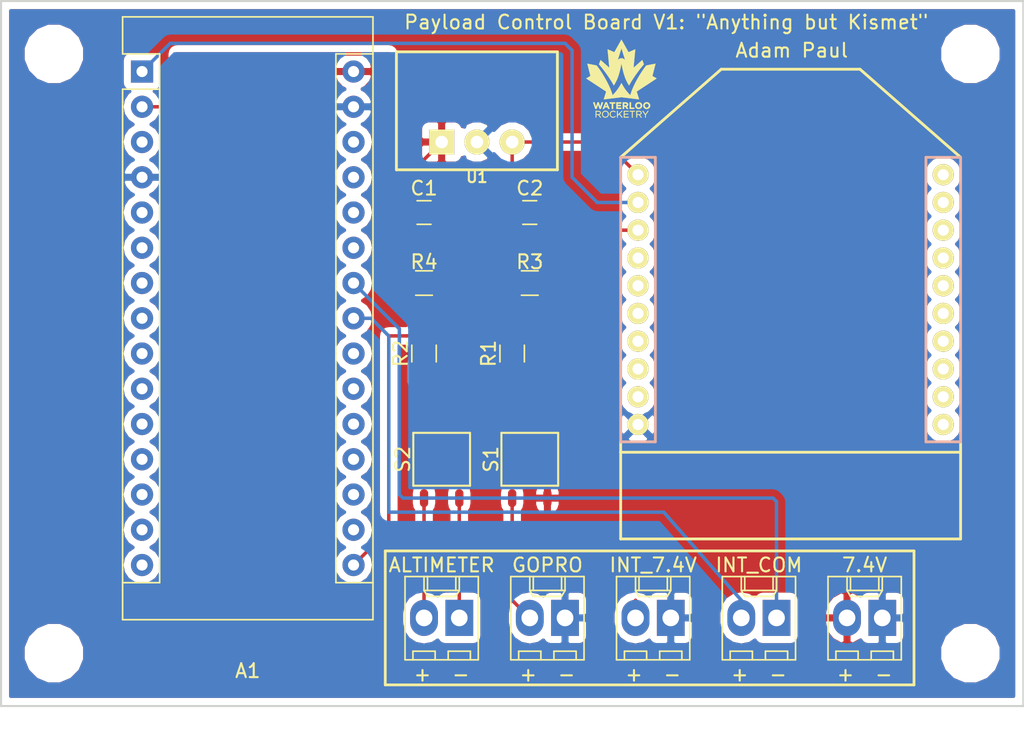
<source format=kicad_pcb>
(kicad_pcb (version 4) (host pcbnew 4.0.7)

  (general
    (links 31)
    (no_connects 7)
    (area 93.904999 98.984999 167.715001 149.935001)
    (thickness 1.6)
    (drawings 17)
    (tracks 54)
    (zones 0)
    (modules 21)
    (nets 52)
  )

  (page A4)
  (layers
    (0 F.Cu signal)
    (31 B.Cu signal)
    (32 B.Adhes user)
    (33 F.Adhes user)
    (34 B.Paste user)
    (35 F.Paste user)
    (36 B.SilkS user)
    (37 F.SilkS user)
    (38 B.Mask user)
    (39 F.Mask user)
    (40 Dwgs.User user)
    (41 Cmts.User user)
    (42 Eco1.User user)
    (43 Eco2.User user)
    (44 Edge.Cuts user)
    (45 Margin user)
    (46 B.CrtYd user)
    (47 F.CrtYd user)
    (48 B.Fab user)
    (49 F.Fab user hide)
  )

  (setup
    (last_trace_width 0.25)
    (trace_clearance 0.2)
    (zone_clearance 0.508)
    (zone_45_only no)
    (trace_min 0.2)
    (segment_width 0.2)
    (edge_width 0.15)
    (via_size 0.6)
    (via_drill 0.4)
    (via_min_size 0.4)
    (via_min_drill 0.3)
    (uvia_size 0.3)
    (uvia_drill 0.1)
    (uvias_allowed no)
    (uvia_min_size 0.2)
    (uvia_min_drill 0.1)
    (pcb_text_width 0.3)
    (pcb_text_size 1.5 1.5)
    (mod_edge_width 0.15)
    (mod_text_size 1 1)
    (mod_text_width 0.15)
    (pad_size 1.524 1.524)
    (pad_drill 0.762)
    (pad_to_mask_clearance 0.2)
    (aux_axis_origin 0 0)
    (visible_elements 7FFFEFFF)
    (pcbplotparams
      (layerselection 0x00030_80000001)
      (usegerberextensions false)
      (excludeedgelayer true)
      (linewidth 0.100000)
      (plotframeref false)
      (viasonmask false)
      (mode 1)
      (useauxorigin false)
      (hpglpennumber 1)
      (hpglpenspeed 20)
      (hpglpendiameter 15)
      (hpglpenoverlay 2)
      (psnegative false)
      (psa4output false)
      (plotreference true)
      (plotvalue true)
      (plotinvisibletext false)
      (padsonsilk false)
      (subtractmaskfromsilk false)
      (outputformat 1)
      (mirror false)
      (drillshape 1)
      (scaleselection 1)
      (outputdirectory ""))
  )

  (net 0 "")
  (net 1 "Net-(2k1-Pad1)")
  (net 2 XBEE-DIN)
  (net 3 GND)
  (net 4 XBEE-DOUT)
  (net 5 "Net-(A1-Pad17)")
  (net 6 "Net-(A1-Pad18)")
  (net 7 "Net-(A1-Pad3)")
  (net 8 "Net-(A1-Pad19)")
  (net 9 "Net-(A1-Pad20)")
  (net 10 "Net-(A1-Pad5)")
  (net 11 "Net-(A1-Pad21)")
  (net 12 "Net-(A1-Pad6)")
  (net 13 "Net-(A1-Pad22)")
  (net 14 "Net-(A1-Pad7)")
  (net 15 INSTRUMENT_ARDUINO_COMMS1)
  (net 16 "Net-(A1-Pad8)")
  (net 17 INSTRUMENT_ARDUINO_COMMS2)
  (net 18 "Net-(A1-Pad9)")
  (net 19 "Net-(A1-Pad25)")
  (net 20 "Net-(A1-Pad10)")
  (net 21 "Net-(A1-Pad26)")
  (net 22 "Net-(A1-Pad11)")
  (net 23 "Net-(A1-Pad27)")
  (net 24 "Net-(A1-Pad12)")
  (net 25 "Net-(A1-Pad13)")
  (net 26 "Net-(A1-Pad14)")
  (net 27 7.4V)
  (net 28 "Net-(A1-Pad15)")
  (net 29 "Net-(A1-Pad16)")
  (net 30 "Net-(C2-Pad1)")
  (net 31 GoPro_Power)
  (net 32 Stratologger_Switch+)
  (net 33 Stratologger_Switch-)
  (net 34 "Net-(R1-Pad1)")
  (net 35 "Net-(R2-Pad1)")
  (net 36 "Net-(X1-Pad4)")
  (net 37 "Net-(X1-Pad5)")
  (net 38 "Net-(X1-Pad6)")
  (net 39 "Net-(X1-Pad7)")
  (net 40 "Net-(X1-Pad8)")
  (net 41 "Net-(X1-Pad9)")
  (net 42 "Net-(X1-Pad11)")
  (net 43 "Net-(X1-Pad12)")
  (net 44 "Net-(X1-Pad13)")
  (net 45 "Net-(X1-Pad14)")
  (net 46 "Net-(X1-Pad15)")
  (net 47 "Net-(X1-Pad16)")
  (net 48 "Net-(X1-Pad17)")
  (net 49 "Net-(X1-Pad18)")
  (net 50 "Net-(X1-Pad19)")
  (net 51 "Net-(X1-Pad20)")

  (net_class Default "This is the default net class."
    (clearance 0.2)
    (trace_width 0.25)
    (via_dia 0.6)
    (via_drill 0.4)
    (uvia_dia 0.3)
    (uvia_drill 0.1)
    (add_net 7.4V)
    (add_net GND)
    (add_net GoPro_Power)
    (add_net INSTRUMENT_ARDUINO_COMMS1)
    (add_net INSTRUMENT_ARDUINO_COMMS2)
    (add_net "Net-(2k1-Pad1)")
    (add_net "Net-(A1-Pad10)")
    (add_net "Net-(A1-Pad11)")
    (add_net "Net-(A1-Pad12)")
    (add_net "Net-(A1-Pad13)")
    (add_net "Net-(A1-Pad14)")
    (add_net "Net-(A1-Pad15)")
    (add_net "Net-(A1-Pad16)")
    (add_net "Net-(A1-Pad17)")
    (add_net "Net-(A1-Pad18)")
    (add_net "Net-(A1-Pad19)")
    (add_net "Net-(A1-Pad20)")
    (add_net "Net-(A1-Pad21)")
    (add_net "Net-(A1-Pad22)")
    (add_net "Net-(A1-Pad25)")
    (add_net "Net-(A1-Pad26)")
    (add_net "Net-(A1-Pad27)")
    (add_net "Net-(A1-Pad3)")
    (add_net "Net-(A1-Pad5)")
    (add_net "Net-(A1-Pad6)")
    (add_net "Net-(A1-Pad7)")
    (add_net "Net-(A1-Pad8)")
    (add_net "Net-(A1-Pad9)")
    (add_net "Net-(C2-Pad1)")
    (add_net "Net-(R1-Pad1)")
    (add_net "Net-(R2-Pad1)")
    (add_net "Net-(X1-Pad11)")
    (add_net "Net-(X1-Pad12)")
    (add_net "Net-(X1-Pad13)")
    (add_net "Net-(X1-Pad14)")
    (add_net "Net-(X1-Pad15)")
    (add_net "Net-(X1-Pad16)")
    (add_net "Net-(X1-Pad17)")
    (add_net "Net-(X1-Pad18)")
    (add_net "Net-(X1-Pad19)")
    (add_net "Net-(X1-Pad20)")
    (add_net "Net-(X1-Pad4)")
    (add_net "Net-(X1-Pad5)")
    (add_net "Net-(X1-Pad6)")
    (add_net "Net-(X1-Pad7)")
    (add_net "Net-(X1-Pad8)")
    (add_net "Net-(X1-Pad9)")
    (add_net Stratologger_Switch+)
    (add_net Stratologger_Switch-)
    (add_net XBEE-DIN)
    (add_net XBEE-DOUT)
  )

  (module Connectors_Molex:Molex_KK-6410-02_02x2.54mm_Straight (layer F.Cu) (tedit 5A9C9C8B) (tstamp 5A9D1754)
    (at 127 143.51 180)
    (descr "Connector Headers with Friction Lock, 22-27-2021, http://www.molex.com/pdm_docs/sd/022272021_sd.pdf")
    (tags "connector molex kk_6410 22-27-2021")
    (path /5A9AEDE1)
    (fp_text reference ALTIMETER (at 1.27 3.81 180) (layer F.SilkS)
      (effects (font (size 1 1) (thickness 0.15)))
    )
    (fp_text value Conn_01x02 (at 1.016 -10.414 180) (layer F.Fab) hide
      (effects (font (size 1 1) (thickness 0.15)))
    )
    (fp_line (start -1.47 -3.12) (end -1.47 3.08) (layer F.Fab) (width 0.12))
    (fp_line (start -1.47 3.08) (end 4.01 3.08) (layer F.Fab) (width 0.12))
    (fp_line (start 4.01 3.08) (end 4.01 -3.12) (layer F.Fab) (width 0.12))
    (fp_line (start 4.01 -3.12) (end -1.47 -3.12) (layer F.Fab) (width 0.12))
    (fp_line (start -1.37 -3.02) (end -1.37 2.98) (layer F.SilkS) (width 0.12))
    (fp_line (start -1.37 2.98) (end 3.91 2.98) (layer F.SilkS) (width 0.12))
    (fp_line (start 3.91 2.98) (end 3.91 -3.02) (layer F.SilkS) (width 0.12))
    (fp_line (start 3.91 -3.02) (end -1.37 -3.02) (layer F.SilkS) (width 0.12))
    (fp_line (start 0 2.98) (end 0 1.98) (layer F.SilkS) (width 0.12))
    (fp_line (start 0 1.98) (end 2.54 1.98) (layer F.SilkS) (width 0.12))
    (fp_line (start 2.54 1.98) (end 2.54 2.98) (layer F.SilkS) (width 0.12))
    (fp_line (start 0 1.98) (end 0.25 1.55) (layer F.SilkS) (width 0.12))
    (fp_line (start 0.25 1.55) (end 2.29 1.55) (layer F.SilkS) (width 0.12))
    (fp_line (start 2.29 1.55) (end 2.54 1.98) (layer F.SilkS) (width 0.12))
    (fp_line (start 0.25 2.98) (end 0.25 1.98) (layer F.SilkS) (width 0.12))
    (fp_line (start 2.29 2.98) (end 2.29 1.98) (layer F.SilkS) (width 0.12))
    (fp_line (start -0.8 -3.02) (end -0.8 -2.4) (layer F.SilkS) (width 0.12))
    (fp_line (start -0.8 -2.4) (end 0.8 -2.4) (layer F.SilkS) (width 0.12))
    (fp_line (start 0.8 -2.4) (end 0.8 -3.02) (layer F.SilkS) (width 0.12))
    (fp_line (start 1.74 -3.02) (end 1.74 -2.4) (layer F.SilkS) (width 0.12))
    (fp_line (start 1.74 -2.4) (end 3.34 -2.4) (layer F.SilkS) (width 0.12))
    (fp_line (start 3.34 -2.4) (end 3.34 -3.02) (layer F.SilkS) (width 0.12))
    (fp_line (start -1.9 3.5) (end -1.9 -3.55) (layer F.CrtYd) (width 0.05))
    (fp_line (start -1.9 -3.55) (end 4.45 -3.55) (layer F.CrtYd) (width 0.05))
    (fp_line (start 4.45 -3.55) (end 4.45 3.5) (layer F.CrtYd) (width 0.05))
    (fp_line (start 4.45 3.5) (end -1.9 3.5) (layer F.CrtYd) (width 0.05))
    (fp_text user %R (at 1.016 -7.366 180) (layer F.Fab)
      (effects (font (size 1 1) (thickness 0.15)))
    )
    (pad 1 thru_hole rect (at 0 0 180) (size 2 2.6) (drill 1.2) (layers *.Cu *.Mask)
      (net 33 Stratologger_Switch-))
    (pad 2 thru_hole oval (at 2.54 0 180) (size 2 2.6) (drill 1.2) (layers *.Cu *.Mask)
      (net 32 Stratologger_Switch+))
    (model ${KISYS3DMOD}/Connectors_Molex.3dshapes/Molex_KK-6410-02_02x2.54mm_Straight.wrl
      (at (xyz 0 0 0))
      (scale (xyz 1 1 1))
      (rotate (xyz 0 0 0))
    )
  )

  (module SparkFun-RF:XBEE-1 (layer F.Cu) (tedit 5A9C9E52) (tstamp 5A9D17BA)
    (at 150.876 131.572)
    (path /5A767C06)
    (attr virtual)
    (fp_text reference X1 (at -7.874 -2.7432) (layer F.Fab) hide
      (effects (font (size 0.4064 0.4064) (thickness 0.0254)))
    )
    (fp_text value XBee-S2C (at -7.6708 -1.4732) (layer F.Fab) hide
      (effects (font (size 0.4064 0.4064) (thickness 0.0254)))
    )
    (fp_line (start -4.99872 -27.59964) (end 4.99872 -27.59964) (layer F.SilkS) (width 0.2032))
    (fp_line (start -12.24788 -21.24964) (end -4.99872 -27.59964) (layer F.SilkS) (width 0.2032))
    (fp_line (start 12.24788 -21.24964) (end 4.99872 -27.59964) (layer F.SilkS) (width 0.2032))
    (fp_line (start 9.74852 -21.24964) (end 12.24788 -21.24964) (layer B.SilkS) (width 0.2032))
    (fp_line (start 12.24788 -21.24964) (end 12.24788 -0.7493) (layer B.SilkS) (width 0.2032))
    (fp_line (start 12.24788 -0.7493) (end 9.74852 -0.7493) (layer B.SilkS) (width 0.2032))
    (fp_line (start 9.74852 -21.24964) (end 9.74852 -0.7493) (layer B.SilkS) (width 0.2032))
    (fp_line (start -9.74852 -21.24964) (end -12.24788 -21.24964) (layer B.SilkS) (width 0.2032))
    (fp_line (start -12.24788 -21.24964) (end -12.24788 -0.7493) (layer B.SilkS) (width 0.2032))
    (fp_line (start -12.24788 -0.7493) (end -9.74852 -0.7493) (layer B.SilkS) (width 0.2032))
    (fp_line (start -9.74852 -21.24964) (end -9.74852 -0.7493) (layer B.SilkS) (width 0.2032))
    (fp_line (start -12.24788 -0.7493) (end -12.24788 0) (layer F.SilkS) (width 0.2032))
    (fp_line (start 12.24788 -0.7493) (end 12.24788 0) (layer F.SilkS) (width 0.2032))
    (fp_line (start -12.24788 0) (end 12.24788 0) (layer F.SilkS) (width 0.2032))
    (fp_line (start 12.24788 0) (end 12.24788 6.2484) (layer F.SilkS) (width 0.2032))
    (fp_line (start -12.24788 0) (end -12.24788 6.2484) (layer F.SilkS) (width 0.2032))
    (fp_line (start -12.24788 6.2484) (end 12.24788 6.2484) (layer F.SilkS) (width 0.2032))
    (pad 1 thru_hole circle (at -10.9982 -19.99996) (size 1.524 1.524) (drill 0.79756) (layers *.Cu F.Paste F.SilkS F.Mask)
      (net 30 "Net-(C2-Pad1)"))
    (pad 2 thru_hole circle (at -10.9982 -17.99844) (size 1.524 1.524) (drill 0.79756) (layers *.Cu F.Paste F.SilkS F.Mask)
      (net 4 XBEE-DOUT))
    (pad 3 thru_hole circle (at -10.9982 -15.99946) (size 1.524 1.524) (drill 0.79756) (layers *.Cu F.Paste F.SilkS F.Mask)
      (net 1 "Net-(2k1-Pad1)"))
    (pad 4 thru_hole circle (at -10.9982 -13.99794) (size 1.524 1.524) (drill 0.79756) (layers *.Cu F.Paste F.SilkS F.Mask)
      (net 36 "Net-(X1-Pad4)"))
    (pad 5 thru_hole circle (at -10.9982 -11.99896) (size 1.524 1.524) (drill 0.79756) (layers *.Cu F.Paste F.SilkS F.Mask)
      (net 37 "Net-(X1-Pad5)"))
    (pad 6 thru_hole circle (at -10.9982 -9.99998) (size 1.524 1.524) (drill 0.79756) (layers *.Cu F.Paste F.SilkS F.Mask)
      (net 38 "Net-(X1-Pad6)"))
    (pad 7 thru_hole circle (at -10.9982 -7.99846) (size 1.524 1.524) (drill 0.79756) (layers *.Cu F.Paste F.SilkS F.Mask)
      (net 39 "Net-(X1-Pad7)"))
    (pad 8 thru_hole circle (at -10.9982 -5.99948) (size 1.524 1.524) (drill 0.79756) (layers *.Cu F.Paste F.SilkS F.Mask)
      (net 40 "Net-(X1-Pad8)"))
    (pad 9 thru_hole circle (at -10.9982 -3.99796) (size 1.524 1.524) (drill 0.79756) (layers *.Cu F.Paste F.SilkS F.Mask)
      (net 41 "Net-(X1-Pad9)"))
    (pad 10 thru_hole circle (at -10.9982 -1.99898) (size 1.524 1.524) (drill 0.79756) (layers *.Cu F.Paste F.SilkS F.Mask)
      (net 3 GND))
    (pad 11 thru_hole circle (at 10.9982 -1.99898) (size 1.524 1.524) (drill 0.79756) (layers *.Cu F.Paste F.SilkS F.Mask)
      (net 42 "Net-(X1-Pad11)"))
    (pad 12 thru_hole circle (at 10.9982 -3.99796) (size 1.524 1.524) (drill 0.79756) (layers *.Cu F.Paste F.SilkS F.Mask)
      (net 43 "Net-(X1-Pad12)"))
    (pad 13 thru_hole circle (at 10.9982 -5.99948) (size 1.524 1.524) (drill 0.79756) (layers *.Cu F.Paste F.SilkS F.Mask)
      (net 44 "Net-(X1-Pad13)"))
    (pad 14 thru_hole circle (at 10.9982 -7.99846) (size 1.524 1.524) (drill 0.79756) (layers *.Cu F.Paste F.SilkS F.Mask)
      (net 45 "Net-(X1-Pad14)"))
    (pad 15 thru_hole circle (at 10.9982 -9.99998) (size 1.524 1.524) (drill 0.79756) (layers *.Cu F.Paste F.SilkS F.Mask)
      (net 46 "Net-(X1-Pad15)"))
    (pad 16 thru_hole circle (at 10.9982 -11.99896) (size 1.524 1.524) (drill 0.79756) (layers *.Cu F.Paste F.SilkS F.Mask)
      (net 47 "Net-(X1-Pad16)"))
    (pad 17 thru_hole circle (at 10.9982 -13.99794) (size 1.524 1.524) (drill 0.79756) (layers *.Cu F.Paste F.SilkS F.Mask)
      (net 48 "Net-(X1-Pad17)"))
    (pad 18 thru_hole circle (at 10.9982 -15.99946) (size 1.524 1.524) (drill 0.79756) (layers *.Cu F.Paste F.SilkS F.Mask)
      (net 49 "Net-(X1-Pad18)"))
    (pad 19 thru_hole circle (at 10.9982 -17.99844) (size 1.524 1.524) (drill 0.79756) (layers *.Cu F.Paste F.SilkS F.Mask)
      (net 50 "Net-(X1-Pad19)"))
    (pad 20 thru_hole circle (at 10.9982 -19.99996) (size 1.524 1.524) (drill 0.79756) (layers *.Cu F.Paste F.SilkS F.Mask)
      (net 51 "Net-(X1-Pad20)"))
  )

  (module Connectors_Molex:Molex_KK-6410-02_02x2.54mm_Straight (layer F.Cu) (tedit 5A9C9C74) (tstamp 5A9D1748)
    (at 149.86 143.51 180)
    (descr "Connector Headers with Friction Lock, 22-27-2021, http://www.molex.com/pdm_docs/sd/022272021_sd.pdf")
    (tags "connector molex kk_6410 22-27-2021")
    (path /5A9AFA7A)
    (fp_text reference INT_COM (at 1.27 3.81 180) (layer F.SilkS)
      (effects (font (size 1 1) (thickness 0.15)))
    )
    (fp_text value Conn_01x02 (at 1.016 -8.89 180) (layer F.Fab) hide
      (effects (font (size 1 1) (thickness 0.15)))
    )
    (fp_line (start -1.47 -3.12) (end -1.47 3.08) (layer F.Fab) (width 0.12))
    (fp_line (start -1.47 3.08) (end 4.01 3.08) (layer F.Fab) (width 0.12))
    (fp_line (start 4.01 3.08) (end 4.01 -3.12) (layer F.Fab) (width 0.12))
    (fp_line (start 4.01 -3.12) (end -1.47 -3.12) (layer F.Fab) (width 0.12))
    (fp_line (start -1.37 -3.02) (end -1.37 2.98) (layer F.SilkS) (width 0.12))
    (fp_line (start -1.37 2.98) (end 3.91 2.98) (layer F.SilkS) (width 0.12))
    (fp_line (start 3.91 2.98) (end 3.91 -3.02) (layer F.SilkS) (width 0.12))
    (fp_line (start 3.91 -3.02) (end -1.37 -3.02) (layer F.SilkS) (width 0.12))
    (fp_line (start 0 2.98) (end 0 1.98) (layer F.SilkS) (width 0.12))
    (fp_line (start 0 1.98) (end 2.54 1.98) (layer F.SilkS) (width 0.12))
    (fp_line (start 2.54 1.98) (end 2.54 2.98) (layer F.SilkS) (width 0.12))
    (fp_line (start 0 1.98) (end 0.25 1.55) (layer F.SilkS) (width 0.12))
    (fp_line (start 0.25 1.55) (end 2.29 1.55) (layer F.SilkS) (width 0.12))
    (fp_line (start 2.29 1.55) (end 2.54 1.98) (layer F.SilkS) (width 0.12))
    (fp_line (start 0.25 2.98) (end 0.25 1.98) (layer F.SilkS) (width 0.12))
    (fp_line (start 2.29 2.98) (end 2.29 1.98) (layer F.SilkS) (width 0.12))
    (fp_line (start -0.8 -3.02) (end -0.8 -2.4) (layer F.SilkS) (width 0.12))
    (fp_line (start -0.8 -2.4) (end 0.8 -2.4) (layer F.SilkS) (width 0.12))
    (fp_line (start 0.8 -2.4) (end 0.8 -3.02) (layer F.SilkS) (width 0.12))
    (fp_line (start 1.74 -3.02) (end 1.74 -2.4) (layer F.SilkS) (width 0.12))
    (fp_line (start 1.74 -2.4) (end 3.34 -2.4) (layer F.SilkS) (width 0.12))
    (fp_line (start 3.34 -2.4) (end 3.34 -3.02) (layer F.SilkS) (width 0.12))
    (fp_line (start -1.9 3.5) (end -1.9 -3.55) (layer F.CrtYd) (width 0.05))
    (fp_line (start -1.9 -3.55) (end 4.45 -3.55) (layer F.CrtYd) (width 0.05))
    (fp_line (start 4.45 -3.55) (end 4.45 3.5) (layer F.CrtYd) (width 0.05))
    (fp_line (start 4.45 3.5) (end -1.9 3.5) (layer F.CrtYd) (width 0.05))
    (fp_text user %R (at 1.016 -7.366 180) (layer F.Fab)
      (effects (font (size 1 1) (thickness 0.15)))
    )
    (pad 1 thru_hole rect (at 0 0 180) (size 2 2.6) (drill 1.2) (layers *.Cu *.Mask)
      (net 17 INSTRUMENT_ARDUINO_COMMS2))
    (pad 2 thru_hole oval (at 2.54 0 180) (size 2 2.6) (drill 1.2) (layers *.Cu *.Mask)
      (net 15 INSTRUMENT_ARDUINO_COMMS1))
    (model ${KISYS3DMOD}/Connectors_Molex.3dshapes/Molex_KK-6410-02_02x2.54mm_Straight.wrl
      (at (xyz 0 0 0))
      (scale (xyz 1 1 1))
      (rotate (xyz 0 0 0))
    )
  )

  (module Resistors_SMD:R_0805_HandSoldering (layer F.Cu) (tedit 5A9C6E92) (tstamp 5A9D170E)
    (at 132.08 119.38 180)
    (descr "Resistor SMD 0805, hand soldering")
    (tags "resistor 0805")
    (path /5A8B21DB)
    (attr smd)
    (fp_text reference R3 (at 0 1.524 180) (layer F.SilkS)
      (effects (font (size 1 1) (thickness 0.15)))
    )
    (fp_text value R3 (at 0 1.524 180) (layer F.Fab)
      (effects (font (size 1 1) (thickness 0.15)))
    )
    (fp_text user %R (at 0 0 180) (layer F.Fab)
      (effects (font (size 0.5 0.5) (thickness 0.075)))
    )
    (fp_line (start -1 0.62) (end -1 -0.62) (layer F.Fab) (width 0.1))
    (fp_line (start 1 0.62) (end -1 0.62) (layer F.Fab) (width 0.1))
    (fp_line (start 1 -0.62) (end 1 0.62) (layer F.Fab) (width 0.1))
    (fp_line (start -1 -0.62) (end 1 -0.62) (layer F.Fab) (width 0.1))
    (fp_line (start 0.6 0.88) (end -0.6 0.88) (layer F.SilkS) (width 0.12))
    (fp_line (start -0.6 -0.88) (end 0.6 -0.88) (layer F.SilkS) (width 0.12))
    (fp_line (start -2.35 -0.9) (end 2.35 -0.9) (layer F.CrtYd) (width 0.05))
    (fp_line (start -2.35 -0.9) (end -2.35 0.9) (layer F.CrtYd) (width 0.05))
    (fp_line (start 2.35 0.9) (end 2.35 -0.9) (layer F.CrtYd) (width 0.05))
    (fp_line (start 2.35 0.9) (end -2.35 0.9) (layer F.CrtYd) (width 0.05))
    (pad 1 smd rect (at -1.35 0 180) (size 1.5 1.3) (layers F.Cu F.Paste F.Mask)
      (net 1 "Net-(2k1-Pad1)"))
    (pad 2 smd rect (at 1.35 0 180) (size 1.5 1.3) (layers F.Cu F.Paste F.Mask)
      (net 2 XBEE-DIN))
    (model ${KISYS3DMOD}/Resistors_SMD.3dshapes/R_0805.wrl
      (at (xyz 0 0 0))
      (scale (xyz 1 1 1))
      (rotate (xyz 0 0 0))
    )
  )

  (module Resistors_SMD:R_0805_HandSoldering (layer F.Cu) (tedit 5A9C6E95) (tstamp 5A9D1714)
    (at 124.46 119.38)
    (descr "Resistor SMD 0805, hand soldering")
    (tags "resistor 0805")
    (path /5A8B22A6)
    (attr smd)
    (fp_text reference R4 (at 0 -1.524) (layer F.SilkS)
      (effects (font (size 1 1) (thickness 0.15)))
    )
    (fp_text value R4 (at 0 -1.524) (layer F.Fab)
      (effects (font (size 1 1) (thickness 0.15)))
    )
    (fp_text user %R (at 0 0) (layer F.Fab)
      (effects (font (size 0.5 0.5) (thickness 0.075)))
    )
    (fp_line (start -1 0.62) (end -1 -0.62) (layer F.Fab) (width 0.1))
    (fp_line (start 1 0.62) (end -1 0.62) (layer F.Fab) (width 0.1))
    (fp_line (start 1 -0.62) (end 1 0.62) (layer F.Fab) (width 0.1))
    (fp_line (start -1 -0.62) (end 1 -0.62) (layer F.Fab) (width 0.1))
    (fp_line (start 0.6 0.88) (end -0.6 0.88) (layer F.SilkS) (width 0.12))
    (fp_line (start -0.6 -0.88) (end 0.6 -0.88) (layer F.SilkS) (width 0.12))
    (fp_line (start -2.35 -0.9) (end 2.35 -0.9) (layer F.CrtYd) (width 0.05))
    (fp_line (start -2.35 -0.9) (end -2.35 0.9) (layer F.CrtYd) (width 0.05))
    (fp_line (start 2.35 0.9) (end 2.35 -0.9) (layer F.CrtYd) (width 0.05))
    (fp_line (start 2.35 0.9) (end -2.35 0.9) (layer F.CrtYd) (width 0.05))
    (pad 1 smd rect (at -1.35 0) (size 1.5 1.3) (layers F.Cu F.Paste F.Mask)
      (net 3 GND))
    (pad 2 smd rect (at 1.35 0) (size 1.5 1.3) (layers F.Cu F.Paste F.Mask)
      (net 1 "Net-(2k1-Pad1)"))
    (model ${KISYS3DMOD}/Resistors_SMD.3dshapes/R_0805.wrl
      (at (xyz 0 0 0))
      (scale (xyz 1 1 1))
      (rotate (xyz 0 0 0))
    )
  )

  (module Modules:Arduino_Nano (layer F.Cu) (tedit 5A9C9CFE) (tstamp 5A9D1736)
    (at 104.14 104.14)
    (descr "Arduino Nano, http://www.mouser.com/pdfdocs/Gravitech_Arduino_Nano3_0.pdf")
    (tags "Arduino Nano")
    (path /5A446A9A)
    (fp_text reference A1 (at 7.62 43.18) (layer F.SilkS)
      (effects (font (size 1 1) (thickness 0.15)))
    )
    (fp_text value Arduino_Nano (at 8.89 19.05 90) (layer F.Fab)
      (effects (font (size 1 1) (thickness 0.15)))
    )
    (fp_text user %R (at 6.35 19.05 90) (layer F.Fab)
      (effects (font (size 1 1) (thickness 0.15)))
    )
    (fp_line (start 1.27 1.27) (end 1.27 -1.27) (layer F.SilkS) (width 0.12))
    (fp_line (start 1.27 -1.27) (end -1.4 -1.27) (layer F.SilkS) (width 0.12))
    (fp_line (start -1.4 1.27) (end -1.4 39.5) (layer F.SilkS) (width 0.12))
    (fp_line (start -1.4 -3.94) (end -1.4 -1.27) (layer F.SilkS) (width 0.12))
    (fp_line (start 13.97 -1.27) (end 16.64 -1.27) (layer F.SilkS) (width 0.12))
    (fp_line (start 13.97 -1.27) (end 13.97 36.83) (layer F.SilkS) (width 0.12))
    (fp_line (start 13.97 36.83) (end 16.64 36.83) (layer F.SilkS) (width 0.12))
    (fp_line (start 1.27 1.27) (end -1.4 1.27) (layer F.SilkS) (width 0.12))
    (fp_line (start 1.27 1.27) (end 1.27 36.83) (layer F.SilkS) (width 0.12))
    (fp_line (start 1.27 36.83) (end -1.4 36.83) (layer F.SilkS) (width 0.12))
    (fp_line (start 3.81 31.75) (end 11.43 31.75) (layer F.Fab) (width 0.1))
    (fp_line (start 11.43 31.75) (end 11.43 41.91) (layer F.Fab) (width 0.1))
    (fp_line (start 11.43 41.91) (end 3.81 41.91) (layer F.Fab) (width 0.1))
    (fp_line (start 3.81 41.91) (end 3.81 31.75) (layer F.Fab) (width 0.1))
    (fp_line (start -1.4 39.5) (end 16.64 39.5) (layer F.SilkS) (width 0.12))
    (fp_line (start 16.64 39.5) (end 16.64 -3.94) (layer F.SilkS) (width 0.12))
    (fp_line (start 16.64 -3.94) (end -1.4 -3.94) (layer F.SilkS) (width 0.12))
    (fp_line (start 16.51 39.37) (end -1.27 39.37) (layer F.Fab) (width 0.1))
    (fp_line (start -1.27 39.37) (end -1.27 -2.54) (layer F.Fab) (width 0.1))
    (fp_line (start -1.27 -2.54) (end 0 -3.81) (layer F.Fab) (width 0.1))
    (fp_line (start 0 -3.81) (end 16.51 -3.81) (layer F.Fab) (width 0.1))
    (fp_line (start 16.51 -3.81) (end 16.51 39.37) (layer F.Fab) (width 0.1))
    (fp_line (start -1.53 -4.06) (end 16.75 -4.06) (layer F.CrtYd) (width 0.05))
    (fp_line (start -1.53 -4.06) (end -1.53 42.16) (layer F.CrtYd) (width 0.05))
    (fp_line (start 16.75 42.16) (end 16.75 -4.06) (layer F.CrtYd) (width 0.05))
    (fp_line (start 16.75 42.16) (end -1.53 42.16) (layer F.CrtYd) (width 0.05))
    (pad 1 thru_hole rect (at 0 0) (size 1.6 1.6) (drill 0.8) (layers *.Cu *.Mask)
      (net 4 XBEE-DOUT))
    (pad 17 thru_hole oval (at 15.24 33.02) (size 1.6 1.6) (drill 0.8) (layers *.Cu *.Mask)
      (net 5 "Net-(A1-Pad17)"))
    (pad 2 thru_hole oval (at 0 2.54) (size 1.6 1.6) (drill 0.8) (layers *.Cu *.Mask)
      (net 2 XBEE-DIN))
    (pad 18 thru_hole oval (at 15.24 30.48) (size 1.6 1.6) (drill 0.8) (layers *.Cu *.Mask)
      (net 6 "Net-(A1-Pad18)"))
    (pad 3 thru_hole oval (at 0 5.08) (size 1.6 1.6) (drill 0.8) (layers *.Cu *.Mask)
      (net 7 "Net-(A1-Pad3)"))
    (pad 19 thru_hole oval (at 15.24 27.94) (size 1.6 1.6) (drill 0.8) (layers *.Cu *.Mask)
      (net 8 "Net-(A1-Pad19)"))
    (pad 4 thru_hole oval (at 0 7.62) (size 1.6 1.6) (drill 0.8) (layers *.Cu *.Mask)
      (net 3 GND))
    (pad 20 thru_hole oval (at 15.24 25.4) (size 1.6 1.6) (drill 0.8) (layers *.Cu *.Mask)
      (net 9 "Net-(A1-Pad20)"))
    (pad 5 thru_hole oval (at 0 10.16) (size 1.6 1.6) (drill 0.8) (layers *.Cu *.Mask)
      (net 10 "Net-(A1-Pad5)"))
    (pad 21 thru_hole oval (at 15.24 22.86) (size 1.6 1.6) (drill 0.8) (layers *.Cu *.Mask)
      (net 11 "Net-(A1-Pad21)"))
    (pad 6 thru_hole oval (at 0 12.7) (size 1.6 1.6) (drill 0.8) (layers *.Cu *.Mask)
      (net 12 "Net-(A1-Pad6)"))
    (pad 22 thru_hole oval (at 15.24 20.32) (size 1.6 1.6) (drill 0.8) (layers *.Cu *.Mask)
      (net 13 "Net-(A1-Pad22)"))
    (pad 7 thru_hole oval (at 0 15.24) (size 1.6 1.6) (drill 0.8) (layers *.Cu *.Mask)
      (net 14 "Net-(A1-Pad7)"))
    (pad 23 thru_hole oval (at 15.24 17.78) (size 1.6 1.6) (drill 0.8) (layers *.Cu *.Mask)
      (net 15 INSTRUMENT_ARDUINO_COMMS1))
    (pad 8 thru_hole oval (at 0 17.78) (size 1.6 1.6) (drill 0.8) (layers *.Cu *.Mask)
      (net 16 "Net-(A1-Pad8)"))
    (pad 24 thru_hole oval (at 15.24 15.24) (size 1.6 1.6) (drill 0.8) (layers *.Cu *.Mask)
      (net 17 INSTRUMENT_ARDUINO_COMMS2))
    (pad 9 thru_hole oval (at 0 20.32) (size 1.6 1.6) (drill 0.8) (layers *.Cu *.Mask)
      (net 18 "Net-(A1-Pad9)"))
    (pad 25 thru_hole oval (at 15.24 12.7) (size 1.6 1.6) (drill 0.8) (layers *.Cu *.Mask)
      (net 19 "Net-(A1-Pad25)"))
    (pad 10 thru_hole oval (at 0 22.86) (size 1.6 1.6) (drill 0.8) (layers *.Cu *.Mask)
      (net 20 "Net-(A1-Pad10)"))
    (pad 26 thru_hole oval (at 15.24 10.16) (size 1.6 1.6) (drill 0.8) (layers *.Cu *.Mask)
      (net 21 "Net-(A1-Pad26)"))
    (pad 11 thru_hole oval (at 0 25.4) (size 1.6 1.6) (drill 0.8) (layers *.Cu *.Mask)
      (net 22 "Net-(A1-Pad11)"))
    (pad 27 thru_hole oval (at 15.24 7.62) (size 1.6 1.6) (drill 0.8) (layers *.Cu *.Mask)
      (net 23 "Net-(A1-Pad27)"))
    (pad 12 thru_hole oval (at 0 27.94) (size 1.6 1.6) (drill 0.8) (layers *.Cu *.Mask)
      (net 24 "Net-(A1-Pad12)"))
    (pad 28 thru_hole oval (at 15.24 5.08) (size 1.6 1.6) (drill 0.8) (layers *.Cu *.Mask))
    (pad 13 thru_hole oval (at 0 30.48) (size 1.6 1.6) (drill 0.8) (layers *.Cu *.Mask)
      (net 25 "Net-(A1-Pad13)"))
    (pad 29 thru_hole oval (at 15.24 2.54) (size 1.6 1.6) (drill 0.8) (layers *.Cu *.Mask)
      (net 3 GND))
    (pad 14 thru_hole oval (at 0 33.02) (size 1.6 1.6) (drill 0.8) (layers *.Cu *.Mask)
      (net 26 "Net-(A1-Pad14)"))
    (pad 30 thru_hole oval (at 15.24 0) (size 1.6 1.6) (drill 0.8) (layers *.Cu *.Mask)
      (net 27 7.4V))
    (pad 15 thru_hole oval (at 0 35.56) (size 1.6 1.6) (drill 0.8) (layers *.Cu *.Mask)
      (net 28 "Net-(A1-Pad15)"))
    (pad 16 thru_hole oval (at 15.24 35.56) (size 1.6 1.6) (drill 0.8) (layers *.Cu *.Mask)
      (net 29 "Net-(A1-Pad16)"))
  )

  (module Capacitors_SMD:C_0805_HandSoldering (layer F.Cu) (tedit 5A9C9E13) (tstamp 5A9D173C)
    (at 124.46 114.3)
    (descr "Capacitor SMD 0805, hand soldering")
    (tags "capacitor 0805")
    (path /5A9AEA7D)
    (attr smd)
    (fp_text reference C1 (at 0 -1.75) (layer F.SilkS)
      (effects (font (size 1 1) (thickness 0.15)))
    )
    (fp_text value 10uF (at 0 1.524) (layer F.Fab) hide
      (effects (font (size 1 1) (thickness 0.15)))
    )
    (fp_text user %R (at 0 -1.75) (layer F.Fab)
      (effects (font (size 1 1) (thickness 0.15)))
    )
    (fp_line (start -1 0.62) (end -1 -0.62) (layer F.Fab) (width 0.1))
    (fp_line (start 1 0.62) (end -1 0.62) (layer F.Fab) (width 0.1))
    (fp_line (start 1 -0.62) (end 1 0.62) (layer F.Fab) (width 0.1))
    (fp_line (start -1 -0.62) (end 1 -0.62) (layer F.Fab) (width 0.1))
    (fp_line (start 0.5 -0.85) (end -0.5 -0.85) (layer F.SilkS) (width 0.12))
    (fp_line (start -0.5 0.85) (end 0.5 0.85) (layer F.SilkS) (width 0.12))
    (fp_line (start -2.25 -0.88) (end 2.25 -0.88) (layer F.CrtYd) (width 0.05))
    (fp_line (start -2.25 -0.88) (end -2.25 0.87) (layer F.CrtYd) (width 0.05))
    (fp_line (start 2.25 0.87) (end 2.25 -0.88) (layer F.CrtYd) (width 0.05))
    (fp_line (start 2.25 0.87) (end -2.25 0.87) (layer F.CrtYd) (width 0.05))
    (pad 1 smd rect (at -1.25 0) (size 1.5 1.25) (layers F.Cu F.Paste F.Mask)
      (net 27 7.4V))
    (pad 2 smd rect (at 1.25 0) (size 1.5 1.25) (layers F.Cu F.Paste F.Mask)
      (net 3 GND))
    (model Capacitors_SMD.3dshapes/C_0805.wrl
      (at (xyz 0 0 0))
      (scale (xyz 1 1 1))
      (rotate (xyz 0 0 0))
    )
  )

  (module Capacitors_SMD:C_0805_HandSoldering (layer F.Cu) (tedit 5A9C9DFA) (tstamp 5A9D1742)
    (at 132.08 114.3)
    (descr "Capacitor SMD 0805, hand soldering")
    (tags "capacitor 0805")
    (path /5A9AEB07)
    (attr smd)
    (fp_text reference C2 (at 0 -1.75) (layer F.SilkS)
      (effects (font (size 1 1) (thickness 0.15)))
    )
    (fp_text value 10uF (at 0 1.524) (layer F.Fab) hide
      (effects (font (size 1 1) (thickness 0.15)))
    )
    (fp_text user %R (at 0 -1.75) (layer F.Fab)
      (effects (font (size 1 1) (thickness 0.15)))
    )
    (fp_line (start -1 0.62) (end -1 -0.62) (layer F.Fab) (width 0.1))
    (fp_line (start 1 0.62) (end -1 0.62) (layer F.Fab) (width 0.1))
    (fp_line (start 1 -0.62) (end 1 0.62) (layer F.Fab) (width 0.1))
    (fp_line (start -1 -0.62) (end 1 -0.62) (layer F.Fab) (width 0.1))
    (fp_line (start 0.5 -0.85) (end -0.5 -0.85) (layer F.SilkS) (width 0.12))
    (fp_line (start -0.5 0.85) (end 0.5 0.85) (layer F.SilkS) (width 0.12))
    (fp_line (start -2.25 -0.88) (end 2.25 -0.88) (layer F.CrtYd) (width 0.05))
    (fp_line (start -2.25 -0.88) (end -2.25 0.87) (layer F.CrtYd) (width 0.05))
    (fp_line (start 2.25 0.87) (end 2.25 -0.88) (layer F.CrtYd) (width 0.05))
    (fp_line (start 2.25 0.87) (end -2.25 0.87) (layer F.CrtYd) (width 0.05))
    (pad 1 smd rect (at -1.25 0) (size 1.5 1.25) (layers F.Cu F.Paste F.Mask)
      (net 30 "Net-(C2-Pad1)"))
    (pad 2 smd rect (at 1.25 0) (size 1.5 1.25) (layers F.Cu F.Paste F.Mask)
      (net 3 GND))
    (model Capacitors_SMD.3dshapes/C_0805.wrl
      (at (xyz 0 0 0))
      (scale (xyz 1 1 1))
      (rotate (xyz 0 0 0))
    )
  )

  (module Connectors_Molex:Molex_KK-6410-02_02x2.54mm_Straight (layer F.Cu) (tedit 5A9C9C83) (tstamp 5A9D174E)
    (at 134.62 143.51 180)
    (descr "Connector Headers with Friction Lock, 22-27-2021, http://www.molex.com/pdm_docs/sd/022272021_sd.pdf")
    (tags "connector molex kk_6410 22-27-2021")
    (path /5A9AEF72)
    (fp_text reference GOPRO (at 1.27 3.81 180) (layer F.SilkS)
      (effects (font (size 1 1) (thickness 0.15)))
    )
    (fp_text value Conn_01x02 (at 1.016 -8.89 180) (layer F.Fab) hide
      (effects (font (size 1 1) (thickness 0.15)))
    )
    (fp_line (start -1.47 -3.12) (end -1.47 3.08) (layer F.Fab) (width 0.12))
    (fp_line (start -1.47 3.08) (end 4.01 3.08) (layer F.Fab) (width 0.12))
    (fp_line (start 4.01 3.08) (end 4.01 -3.12) (layer F.Fab) (width 0.12))
    (fp_line (start 4.01 -3.12) (end -1.47 -3.12) (layer F.Fab) (width 0.12))
    (fp_line (start -1.37 -3.02) (end -1.37 2.98) (layer F.SilkS) (width 0.12))
    (fp_line (start -1.37 2.98) (end 3.91 2.98) (layer F.SilkS) (width 0.12))
    (fp_line (start 3.91 2.98) (end 3.91 -3.02) (layer F.SilkS) (width 0.12))
    (fp_line (start 3.91 -3.02) (end -1.37 -3.02) (layer F.SilkS) (width 0.12))
    (fp_line (start 0 2.98) (end 0 1.98) (layer F.SilkS) (width 0.12))
    (fp_line (start 0 1.98) (end 2.54 1.98) (layer F.SilkS) (width 0.12))
    (fp_line (start 2.54 1.98) (end 2.54 2.98) (layer F.SilkS) (width 0.12))
    (fp_line (start 0 1.98) (end 0.25 1.55) (layer F.SilkS) (width 0.12))
    (fp_line (start 0.25 1.55) (end 2.29 1.55) (layer F.SilkS) (width 0.12))
    (fp_line (start 2.29 1.55) (end 2.54 1.98) (layer F.SilkS) (width 0.12))
    (fp_line (start 0.25 2.98) (end 0.25 1.98) (layer F.SilkS) (width 0.12))
    (fp_line (start 2.29 2.98) (end 2.29 1.98) (layer F.SilkS) (width 0.12))
    (fp_line (start -0.8 -3.02) (end -0.8 -2.4) (layer F.SilkS) (width 0.12))
    (fp_line (start -0.8 -2.4) (end 0.8 -2.4) (layer F.SilkS) (width 0.12))
    (fp_line (start 0.8 -2.4) (end 0.8 -3.02) (layer F.SilkS) (width 0.12))
    (fp_line (start 1.74 -3.02) (end 1.74 -2.4) (layer F.SilkS) (width 0.12))
    (fp_line (start 1.74 -2.4) (end 3.34 -2.4) (layer F.SilkS) (width 0.12))
    (fp_line (start 3.34 -2.4) (end 3.34 -3.02) (layer F.SilkS) (width 0.12))
    (fp_line (start -1.9 3.5) (end -1.9 -3.55) (layer F.CrtYd) (width 0.05))
    (fp_line (start -1.9 -3.55) (end 4.45 -3.55) (layer F.CrtYd) (width 0.05))
    (fp_line (start 4.45 -3.55) (end 4.45 3.5) (layer F.CrtYd) (width 0.05))
    (fp_line (start 4.45 3.5) (end -1.9 3.5) (layer F.CrtYd) (width 0.05))
    (fp_text user %R (at 1.016 -7.366 180) (layer F.Fab)
      (effects (font (size 1 1) (thickness 0.15)))
    )
    (pad 1 thru_hole rect (at 0 0 180) (size 2 2.6) (drill 1.2) (layers *.Cu *.Mask)
      (net 3 GND))
    (pad 2 thru_hole oval (at 2.54 0 180) (size 2 2.6) (drill 1.2) (layers *.Cu *.Mask)
      (net 31 GoPro_Power))
    (model ${KISYS3DMOD}/Connectors_Molex.3dshapes/Molex_KK-6410-02_02x2.54mm_Straight.wrl
      (at (xyz 0 0 0))
      (scale (xyz 1 1 1))
      (rotate (xyz 0 0 0))
    )
  )

  (module Connectors_Molex:Molex_KK-6410-02_02x2.54mm_Straight (layer F.Cu) (tedit 5A9C9C7E) (tstamp 5A9D175A)
    (at 142.24 143.51 180)
    (descr "Connector Headers with Friction Lock, 22-27-2021, http://www.molex.com/pdm_docs/sd/022272021_sd.pdf")
    (tags "connector molex kk_6410 22-27-2021")
    (path /5A9AED81)
    (fp_text reference INT_7.4V (at 1.27 3.81 180) (layer F.SilkS)
      (effects (font (size 1 1) (thickness 0.15)))
    )
    (fp_text value Conn_01x02 (at 1.016 -10.414 180) (layer F.Fab) hide
      (effects (font (size 1 1) (thickness 0.15)))
    )
    (fp_line (start -1.47 -3.12) (end -1.47 3.08) (layer F.Fab) (width 0.12))
    (fp_line (start -1.47 3.08) (end 4.01 3.08) (layer F.Fab) (width 0.12))
    (fp_line (start 4.01 3.08) (end 4.01 -3.12) (layer F.Fab) (width 0.12))
    (fp_line (start 4.01 -3.12) (end -1.47 -3.12) (layer F.Fab) (width 0.12))
    (fp_line (start -1.37 -3.02) (end -1.37 2.98) (layer F.SilkS) (width 0.12))
    (fp_line (start -1.37 2.98) (end 3.91 2.98) (layer F.SilkS) (width 0.12))
    (fp_line (start 3.91 2.98) (end 3.91 -3.02) (layer F.SilkS) (width 0.12))
    (fp_line (start 3.91 -3.02) (end -1.37 -3.02) (layer F.SilkS) (width 0.12))
    (fp_line (start 0 2.98) (end 0 1.98) (layer F.SilkS) (width 0.12))
    (fp_line (start 0 1.98) (end 2.54 1.98) (layer F.SilkS) (width 0.12))
    (fp_line (start 2.54 1.98) (end 2.54 2.98) (layer F.SilkS) (width 0.12))
    (fp_line (start 0 1.98) (end 0.25 1.55) (layer F.SilkS) (width 0.12))
    (fp_line (start 0.25 1.55) (end 2.29 1.55) (layer F.SilkS) (width 0.12))
    (fp_line (start 2.29 1.55) (end 2.54 1.98) (layer F.SilkS) (width 0.12))
    (fp_line (start 0.25 2.98) (end 0.25 1.98) (layer F.SilkS) (width 0.12))
    (fp_line (start 2.29 2.98) (end 2.29 1.98) (layer F.SilkS) (width 0.12))
    (fp_line (start -0.8 -3.02) (end -0.8 -2.4) (layer F.SilkS) (width 0.12))
    (fp_line (start -0.8 -2.4) (end 0.8 -2.4) (layer F.SilkS) (width 0.12))
    (fp_line (start 0.8 -2.4) (end 0.8 -3.02) (layer F.SilkS) (width 0.12))
    (fp_line (start 1.74 -3.02) (end 1.74 -2.4) (layer F.SilkS) (width 0.12))
    (fp_line (start 1.74 -2.4) (end 3.34 -2.4) (layer F.SilkS) (width 0.12))
    (fp_line (start 3.34 -2.4) (end 3.34 -3.02) (layer F.SilkS) (width 0.12))
    (fp_line (start -1.9 3.5) (end -1.9 -3.55) (layer F.CrtYd) (width 0.05))
    (fp_line (start -1.9 -3.55) (end 4.45 -3.55) (layer F.CrtYd) (width 0.05))
    (fp_line (start 4.45 -3.55) (end 4.45 3.5) (layer F.CrtYd) (width 0.05))
    (fp_line (start 4.45 3.5) (end -1.9 3.5) (layer F.CrtYd) (width 0.05))
    (fp_text user %R (at 1.016 -7.366 180) (layer F.Fab)
      (effects (font (size 1 1) (thickness 0.15)))
    )
    (pad 1 thru_hole rect (at 0 0 180) (size 2 2.6) (drill 1.2) (layers *.Cu *.Mask)
      (net 3 GND))
    (pad 2 thru_hole oval (at 2.54 0 180) (size 2 2.6) (drill 1.2) (layers *.Cu *.Mask)
      (net 31 GoPro_Power))
    (model ${KISYS3DMOD}/Connectors_Molex.3dshapes/Molex_KK-6410-02_02x2.54mm_Straight.wrl
      (at (xyz 0 0 0))
      (scale (xyz 1 1 1))
      (rotate (xyz 0 0 0))
    )
  )

  (module Connectors_Molex:Molex_KK-6410-02_02x2.54mm_Straight (layer F.Cu) (tedit 5A9C9C76) (tstamp 5A9D1760)
    (at 157.48 143.51 180)
    (descr "Connector Headers with Friction Lock, 22-27-2021, http://www.molex.com/pdm_docs/sd/022272021_sd.pdf")
    (tags "connector molex kk_6410 22-27-2021")
    (path /5A9A1806)
    (fp_text reference 7.4V (at 1.27 3.81 180) (layer F.SilkS)
      (effects (font (size 1 1) (thickness 0.15)))
    )
    (fp_text value Conn_01x02 (at 0.508 -10.414 180) (layer F.Fab) hide
      (effects (font (size 1 1) (thickness 0.15)))
    )
    (fp_line (start -1.47 -3.12) (end -1.47 3.08) (layer F.Fab) (width 0.12))
    (fp_line (start -1.47 3.08) (end 4.01 3.08) (layer F.Fab) (width 0.12))
    (fp_line (start 4.01 3.08) (end 4.01 -3.12) (layer F.Fab) (width 0.12))
    (fp_line (start 4.01 -3.12) (end -1.47 -3.12) (layer F.Fab) (width 0.12))
    (fp_line (start -1.37 -3.02) (end -1.37 2.98) (layer F.SilkS) (width 0.12))
    (fp_line (start -1.37 2.98) (end 3.91 2.98) (layer F.SilkS) (width 0.12))
    (fp_line (start 3.91 2.98) (end 3.91 -3.02) (layer F.SilkS) (width 0.12))
    (fp_line (start 3.91 -3.02) (end -1.37 -3.02) (layer F.SilkS) (width 0.12))
    (fp_line (start 0 2.98) (end 0 1.98) (layer F.SilkS) (width 0.12))
    (fp_line (start 0 1.98) (end 2.54 1.98) (layer F.SilkS) (width 0.12))
    (fp_line (start 2.54 1.98) (end 2.54 2.98) (layer F.SilkS) (width 0.12))
    (fp_line (start 0 1.98) (end 0.25 1.55) (layer F.SilkS) (width 0.12))
    (fp_line (start 0.25 1.55) (end 2.29 1.55) (layer F.SilkS) (width 0.12))
    (fp_line (start 2.29 1.55) (end 2.54 1.98) (layer F.SilkS) (width 0.12))
    (fp_line (start 0.25 2.98) (end 0.25 1.98) (layer F.SilkS) (width 0.12))
    (fp_line (start 2.29 2.98) (end 2.29 1.98) (layer F.SilkS) (width 0.12))
    (fp_line (start -0.8 -3.02) (end -0.8 -2.4) (layer F.SilkS) (width 0.12))
    (fp_line (start -0.8 -2.4) (end 0.8 -2.4) (layer F.SilkS) (width 0.12))
    (fp_line (start 0.8 -2.4) (end 0.8 -3.02) (layer F.SilkS) (width 0.12))
    (fp_line (start 1.74 -3.02) (end 1.74 -2.4) (layer F.SilkS) (width 0.12))
    (fp_line (start 1.74 -2.4) (end 3.34 -2.4) (layer F.SilkS) (width 0.12))
    (fp_line (start 3.34 -2.4) (end 3.34 -3.02) (layer F.SilkS) (width 0.12))
    (fp_line (start -1.9 3.5) (end -1.9 -3.55) (layer F.CrtYd) (width 0.05))
    (fp_line (start -1.9 -3.55) (end 4.45 -3.55) (layer F.CrtYd) (width 0.05))
    (fp_line (start 4.45 -3.55) (end 4.45 3.5) (layer F.CrtYd) (width 0.05))
    (fp_line (start 4.45 3.5) (end -1.9 3.5) (layer F.CrtYd) (width 0.05))
    (fp_text user %R (at 1.016 -7.366 180) (layer F.Fab)
      (effects (font (size 1 1) (thickness 0.15)))
    )
    (pad 1 thru_hole rect (at 0 0 180) (size 2 2.6) (drill 1.2) (layers *.Cu *.Mask)
      (net 3 GND))
    (pad 2 thru_hole oval (at 2.54 0 180) (size 2 2.6) (drill 1.2) (layers *.Cu *.Mask)
      (net 27 7.4V))
    (model ${KISYS3DMOD}/Connectors_Molex.3dshapes/Molex_KK-6410-02_02x2.54mm_Straight.wrl
      (at (xyz 0 0 0))
      (scale (xyz 1 1 1))
      (rotate (xyz 0 0 0))
    )
  )

  (module Resistors_SMD:R_0805_HandSoldering (layer F.Cu) (tedit 5A9C9E07) (tstamp 5A9D1766)
    (at 130.81 124.46 90)
    (descr "Resistor SMD 0805, hand soldering")
    (tags "resistor 0805")
    (path /5A977229)
    (attr smd)
    (fp_text reference R1 (at 0 -1.7 90) (layer F.SilkS)
      (effects (font (size 1 1) (thickness 0.15)))
    )
    (fp_text value 1.9k (at 0 2.54 90) (layer F.Fab) hide
      (effects (font (size 1 1) (thickness 0.15)))
    )
    (fp_text user %R (at 0 0 90) (layer F.Fab)
      (effects (font (size 0.5 0.5) (thickness 0.075)))
    )
    (fp_line (start -1 0.62) (end -1 -0.62) (layer F.Fab) (width 0.1))
    (fp_line (start 1 0.62) (end -1 0.62) (layer F.Fab) (width 0.1))
    (fp_line (start 1 -0.62) (end 1 0.62) (layer F.Fab) (width 0.1))
    (fp_line (start -1 -0.62) (end 1 -0.62) (layer F.Fab) (width 0.1))
    (fp_line (start 0.6 0.88) (end -0.6 0.88) (layer F.SilkS) (width 0.12))
    (fp_line (start -0.6 -0.88) (end 0.6 -0.88) (layer F.SilkS) (width 0.12))
    (fp_line (start -2.35 -0.9) (end 2.35 -0.9) (layer F.CrtYd) (width 0.05))
    (fp_line (start -2.35 -0.9) (end -2.35 0.9) (layer F.CrtYd) (width 0.05))
    (fp_line (start 2.35 0.9) (end 2.35 -0.9) (layer F.CrtYd) (width 0.05))
    (fp_line (start 2.35 0.9) (end -2.35 0.9) (layer F.CrtYd) (width 0.05))
    (pad 1 smd rect (at -1.35 0 90) (size 1.5 1.3) (layers F.Cu F.Paste F.Mask)
      (net 34 "Net-(R1-Pad1)"))
    (pad 2 smd rect (at 1.35 0 90) (size 1.5 1.3) (layers F.Cu F.Paste F.Mask)
      (net 29 "Net-(A1-Pad16)"))
    (model ${KISYS3DMOD}/Resistors_SMD.3dshapes/R_0805.wrl
      (at (xyz 0 0 0))
      (scale (xyz 1 1 1))
      (rotate (xyz 0 0 0))
    )
  )

  (module Resistors_SMD:R_0805_HandSoldering (layer F.Cu) (tedit 5A9C9E0C) (tstamp 5A9D176C)
    (at 124.46 124.46 90)
    (descr "Resistor SMD 0805, hand soldering")
    (tags "resistor 0805")
    (path /5A977E9E)
    (attr smd)
    (fp_text reference R2 (at 0 -1.7 90) (layer F.SilkS)
      (effects (font (size 1 1) (thickness 0.15)))
    )
    (fp_text value 1.9k (at 0 1.75 90) (layer F.Fab) hide
      (effects (font (size 1 1) (thickness 0.15)))
    )
    (fp_text user %R (at 0 0 90) (layer F.Fab)
      (effects (font (size 0.5 0.5) (thickness 0.075)))
    )
    (fp_line (start -1 0.62) (end -1 -0.62) (layer F.Fab) (width 0.1))
    (fp_line (start 1 0.62) (end -1 0.62) (layer F.Fab) (width 0.1))
    (fp_line (start 1 -0.62) (end 1 0.62) (layer F.Fab) (width 0.1))
    (fp_line (start -1 -0.62) (end 1 -0.62) (layer F.Fab) (width 0.1))
    (fp_line (start 0.6 0.88) (end -0.6 0.88) (layer F.SilkS) (width 0.12))
    (fp_line (start -0.6 -0.88) (end 0.6 -0.88) (layer F.SilkS) (width 0.12))
    (fp_line (start -2.35 -0.9) (end 2.35 -0.9) (layer F.CrtYd) (width 0.05))
    (fp_line (start -2.35 -0.9) (end -2.35 0.9) (layer F.CrtYd) (width 0.05))
    (fp_line (start 2.35 0.9) (end 2.35 -0.9) (layer F.CrtYd) (width 0.05))
    (fp_line (start 2.35 0.9) (end -2.35 0.9) (layer F.CrtYd) (width 0.05))
    (pad 1 smd rect (at -1.35 0 90) (size 1.5 1.3) (layers F.Cu F.Paste F.Mask)
      (net 35 "Net-(R2-Pad1)"))
    (pad 2 smd rect (at 1.35 0 90) (size 1.5 1.3) (layers F.Cu F.Paste F.Mask)
      (net 29 "Net-(A1-Pad16)"))
    (model ${KISYS3DMOD}/Resistors_SMD.3dshapes/R_0805.wrl
      (at (xyz 0 0 0))
      (scale (xyz 1 1 1))
      (rotate (xyz 0 0 0))
    )
  )

  (module PayloadBoards:CPC1002NTR (layer F.Cu) (tedit 5A9C9DD3) (tstamp 5A9D1778)
    (at 132.08 132.08)
    (path /5A8B1335)
    (fp_text reference S1 (at 0 -0.254) (layer F.SilkS) hide
      (effects (font (size 1 1) (thickness 0.15)))
    )
    (fp_text value CPC1002N (at 2.032 -10.16) (layer F.Fab) hide
      (effects (font (size 1 1) (thickness 0.15)))
    )
    (fp_line (start -2.0445 1.905) (end 2.0445 1.905) (layer F.SilkS) (width 0.15))
    (fp_line (start -2.0445 -1.905) (end 2.0445 -1.905) (layer F.SilkS) (width 0.15))
    (fp_line (start 2.0445 -1.905) (end 2.0445 1.905) (layer F.SilkS) (width 0.15))
    (fp_line (start -2.0445 -1.905) (end -2.0445 1.905) (layer F.SilkS) (width 0.15))
    (pad 2 smd oval (at 1.27 -2.8) (size 0.6 1.3) (layers F.Cu F.Paste F.Mask)
      (net 3 GND))
    (pad 1 smd oval (at -1.27 -2.8) (size 0.6 1.3) (layers F.Cu F.Paste F.Mask)
      (net 34 "Net-(R1-Pad1)"))
    (pad 4 smd oval (at 1.27 2.8) (size 0.6 1.3) (layers F.Cu F.Paste F.Mask)
      (net 27 7.4V))
    (pad 3 smd oval (at -1.27 2.8) (size 0.6 1.3) (layers F.Cu F.Paste F.Mask)
      (net 31 GoPro_Power))
  )

  (module PayloadBoards:CPC1002NTR (layer F.Cu) (tedit 5A9C9DDD) (tstamp 5A9D1784)
    (at 125.73 132.08)
    (path /5A8B258B)
    (fp_text reference S2 (at -0.254 0.254) (layer F.SilkS) hide
      (effects (font (size 1 1) (thickness 0.15)))
    )
    (fp_text value CPC1002N (at -0.254 -10.16) (layer F.Fab) hide
      (effects (font (size 1 1) (thickness 0.15)))
    )
    (fp_line (start -2.0445 1.905) (end 2.0445 1.905) (layer F.SilkS) (width 0.15))
    (fp_line (start -2.0445 -1.905) (end 2.0445 -1.905) (layer F.SilkS) (width 0.15))
    (fp_line (start 2.0445 -1.905) (end 2.0445 1.905) (layer F.SilkS) (width 0.15))
    (fp_line (start -2.0445 -1.905) (end -2.0445 1.905) (layer F.SilkS) (width 0.15))
    (pad 2 smd oval (at 1.27 -2.8) (size 0.6 1.3) (layers F.Cu F.Paste F.Mask)
      (net 3 GND))
    (pad 1 smd oval (at -1.27 -2.8) (size 0.6 1.3) (layers F.Cu F.Paste F.Mask)
      (net 35 "Net-(R2-Pad1)"))
    (pad 4 smd oval (at 1.27 2.8) (size 0.6 1.3) (layers F.Cu F.Paste F.Mask)
      (net 33 Stratologger_Switch-))
    (pad 3 smd oval (at -1.27 2.8) (size 0.6 1.3) (layers F.Cu F.Paste F.Mask)
      (net 32 Stratologger_Switch+))
  )

  (module Mounting_Holes:MountingHole_3.2mm_M3 (layer F.Cu) (tedit 5A9C9D0D) (tstamp 5A9DEEB1)
    (at 163.83 102.87)
    (descr "Mounting Hole 3.2mm, no annular, M3")
    (tags "mounting hole 3.2mm no annular m3")
    (attr virtual)
    (fp_text reference REF** (at 0 -4.2) (layer F.SilkS) hide
      (effects (font (size 1 1) (thickness 0.15)))
    )
    (fp_text value MountingHole_3.2mm_M3 (at 14.478 -0.254) (layer F.Fab)
      (effects (font (size 1 1) (thickness 0.15)))
    )
    (fp_text user %R (at 0.3 0) (layer F.Fab)
      (effects (font (size 1 1) (thickness 0.15)))
    )
    (fp_circle (center 0 0) (end 3.2 0) (layer Cmts.User) (width 0.15))
    (fp_circle (center 0 0) (end 3.45 0) (layer F.CrtYd) (width 0.05))
    (pad 1 np_thru_hole circle (at 0 0) (size 3.2 3.2) (drill 3.2) (layers *.Cu *.Mask))
  )

  (module Mounting_Holes:MountingHole_3.2mm_M3 (layer F.Cu) (tedit 5A9C9C66) (tstamp 5A9DEEE0)
    (at 163.83 146.05)
    (descr "Mounting Hole 3.2mm, no annular, M3")
    (tags "mounting hole 3.2mm no annular m3")
    (attr virtual)
    (fp_text reference REF** (at 0 -4.2) (layer F.SilkS) hide
      (effects (font (size 1 1) (thickness 0.15)))
    )
    (fp_text value MountingHole_3.2mm_M3 (at 13.462 -0.254) (layer F.Fab)
      (effects (font (size 1 1) (thickness 0.15)))
    )
    (fp_text user %R (at 0.3 0) (layer F.Fab)
      (effects (font (size 1 1) (thickness 0.15)))
    )
    (fp_circle (center 0 0) (end 3.2 0) (layer Cmts.User) (width 0.15))
    (fp_circle (center 0 0) (end 3.45 0) (layer F.CrtYd) (width 0.05))
    (pad 1 np_thru_hole circle (at 0 0) (size 3.2 3.2) (drill 3.2) (layers *.Cu *.Mask))
  )

  (module Mounting_Holes:MountingHole_3.2mm_M3 (layer F.Cu) (tedit 5A9C9D07) (tstamp 5A9DEEE1)
    (at 97.79 102.87)
    (descr "Mounting Hole 3.2mm, no annular, M3")
    (tags "mounting hole 3.2mm no annular m3")
    (attr virtual)
    (fp_text reference REF** (at 0 -4.2) (layer F.SilkS) hide
      (effects (font (size 1 1) (thickness 0.15)))
    )
    (fp_text value MountingHole_3.2mm_M3 (at -14.986 0.254) (layer F.Fab)
      (effects (font (size 1 1) (thickness 0.15)))
    )
    (fp_text user %R (at 0.3 0) (layer F.Fab)
      (effects (font (size 1 1) (thickness 0.15)))
    )
    (fp_circle (center 0 0) (end 3.2 0) (layer Cmts.User) (width 0.15))
    (fp_circle (center 0 0) (end 3.45 0) (layer F.CrtYd) (width 0.05))
    (pad 1 np_thru_hole circle (at 0 0) (size 3.2 3.2) (drill 3.2) (layers *.Cu *.Mask))
  )

  (module Mounting_Holes:MountingHole_3.2mm_M3 (layer F.Cu) (tedit 5A9C9D02) (tstamp 5A9DEEE2)
    (at 97.79 146.05)
    (descr "Mounting Hole 3.2mm, no annular, M3")
    (tags "mounting hole 3.2mm no annular m3")
    (attr virtual)
    (fp_text reference REF** (at 0 -4.2) (layer F.SilkS) hide
      (effects (font (size 1 1) (thickness 0.15)))
    )
    (fp_text value MountingHole_3.2mm_M3 (at -15.494 0.254) (layer F.Fab)
      (effects (font (size 1 1) (thickness 0.15)))
    )
    (fp_text user %R (at 0.3 0) (layer F.Fab)
      (effects (font (size 1 1) (thickness 0.15)))
    )
    (fp_circle (center 0 0) (end 3.2 0) (layer Cmts.User) (width 0.15))
    (fp_circle (center 0 0) (end 3.45 0) (layer F.CrtYd) (width 0.05))
    (pad 1 np_thru_hole circle (at 0 0) (size 3.2 3.2) (drill 3.2) (layers *.Cu *.Mask))
  )

  (module SparkFun-RF:SIP3 (layer F.Cu) (tedit 5A9C7AF7) (tstamp 5A9D1791)
    (at 128.27 109.22)
    (path /5A9B412D)
    (fp_text reference U1 (at 0 2.54) (layer F.SilkS)
      (effects (font (size 0.762 0.762) (thickness 0.1524)))
    )
    (fp_text value R-78E3.3-0.5 (at 0 0) (layer F.SilkS) hide
      (effects (font (size 0.762 0.762) (thickness 0.1524)))
    )
    (fp_line (start 5.8 2) (end -5.8 2) (layer F.SilkS) (width 0.2032))
    (fp_line (start -5.8 -6.5) (end 5.8 -6.5) (layer F.SilkS) (width 0.2032))
    (fp_line (start 5.8 2) (end 5.8 -6.5) (layer F.SilkS) (width 0.2032))
    (fp_line (start -5.8 2) (end -5.8 -6.5) (layer F.SilkS) (width 0.2032))
    (pad 3 thru_hole circle (at 2.54 0) (size 1.8 1.8) (drill 0.9) (layers *.Cu *.Mask F.SilkS)
      (net 30 "Net-(C2-Pad1)"))
    (pad 1 thru_hole rect (at -2.54 0) (size 1.8 1.8) (drill 0.9) (layers *.Cu *.Mask F.SilkS)
      (net 27 7.4V))
    (pad 2 thru_hole circle (at 0 0) (size 1.8 1.8) (drill 0.9) (layers *.Cu *.Mask F.SilkS)
      (net 3 GND))
  )

  (module Downloads:logo6 (layer F.Cu) (tedit 5A9C9ADF) (tstamp 5A9FF7F4)
    (at 138.684 104.648)
    (fp_text reference G*** (at 5.588 4.572) (layer F.SilkS) hide
      (effects (font (thickness 0.3)))
    )
    (fp_text value LOGO (at 0.508 -9.652) (layer F.SilkS) hide
      (effects (font (thickness 0.3)))
    )
    (fp_poly (pts (xy -1.120517 2.320705) (xy -1.072385 2.332425) (xy -1.02921 2.352407) (xy -0.991649 2.379709)
      (xy -0.960357 2.413386) (xy -0.935991 2.452497) (xy -0.919208 2.496099) (xy -0.910663 2.543248)
      (xy -0.911015 2.593002) (xy -0.914394 2.616776) (xy -0.925986 2.655915) (xy -0.945321 2.6946)
      (xy -0.970695 2.730442) (xy -1.000404 2.761054) (xy -1.032745 2.784047) (xy -1.034379 2.784942)
      (xy -1.074555 2.801535) (xy -1.11944 2.811375) (xy -1.165844 2.814103) (xy -1.210581 2.80936)
      (xy -1.223749 2.80628) (xy -1.267748 2.789519) (xy -1.306295 2.765046) (xy -1.338906 2.734012)
      (xy -1.365094 2.697571) (xy -1.384373 2.656874) (xy -1.396257 2.613073) (xy -1.400261 2.56732)
      (xy -1.400082 2.5654) (xy -1.338572 2.5654) (xy -1.338285 2.590749) (xy -1.337078 2.609037)
      (xy -1.334433 2.623356) (xy -1.329835 2.636797) (xy -1.324688 2.648386) (xy -1.304407 2.684622)
      (xy -1.280928 2.712649) (xy -1.255848 2.732342) (xy -1.217712 2.750972) (xy -1.176644 2.760491)
      (xy -1.134472 2.760768) (xy -1.093022 2.751668) (xy -1.07707 2.74538) (xy -1.044869 2.725812)
      (xy -1.016054 2.698348) (xy -0.992767 2.665173) (xy -0.986435 2.652867) (xy -0.980267 2.638659)
      (xy -0.976289 2.625748) (xy -0.974034 2.611218) (xy -0.973034 2.592151) (xy -0.97282 2.56794)
      (xy -0.97306 2.542236) (xy -0.974112 2.523692) (xy -0.976477 2.509311) (xy -0.980653 2.496097)
      (xy -0.987143 2.481053) (xy -0.987421 2.48045) (xy -1.005283 2.450866) (xy -1.029756 2.42284)
      (xy -1.05785 2.399397) (xy -1.080767 2.386046) (xy -1.094719 2.380532) (xy -1.109481 2.377137)
      (xy -1.128089 2.375411) (xy -1.153582 2.374901) (xy -1.1557 2.3749) (xy -1.180374 2.375209)
      (xy -1.198084 2.376515) (xy -1.212019 2.379379) (xy -1.225367 2.384366) (xy -1.235073 2.388931)
      (xy -1.264941 2.408254) (xy -1.292733 2.434855) (xy -1.315718 2.465874) (xy -1.324962 2.483012)
      (xy -1.331287 2.497662) (xy -1.335301 2.511011) (xy -1.337513 2.526131) (xy -1.338429 2.546097)
      (xy -1.338572 2.5654) (xy -1.400082 2.5654) (xy -1.395899 2.520767) (xy -1.382684 2.474567)
      (xy -1.372919 2.452582) (xy -1.346823 2.411286) (xy -1.313835 2.376749) (xy -1.275168 2.349605)
      (xy -1.232035 2.330487) (xy -1.185649 2.320031) (xy -1.137225 2.318871) (xy -1.120517 2.320705)) (layer F.SilkS) (width 0.01))
    (fp_poly (pts (xy -0.551303 2.321833) (xy -0.507441 2.333926) (xy -0.466511 2.354265) (xy -0.436391 2.37698)
      (xy -0.41402 2.397066) (xy -0.432731 2.416038) (xy -0.443878 2.426902) (xy -0.450939 2.431423)
      (xy -0.456847 2.430599) (xy -0.463211 2.426401) (xy -0.495956 2.403936) (xy -0.524386 2.388221)
      (xy -0.550933 2.378407) (xy -0.578027 2.373646) (xy -0.608098 2.373089) (xy -0.614953 2.373422)
      (xy -0.655145 2.379526) (xy -0.689824 2.393415) (xy -0.72097 2.416033) (xy -0.735937 2.431021)
      (xy -0.757897 2.458861) (xy -0.772615 2.487481) (xy -0.78105 2.519546) (xy -0.784159 2.557723)
      (xy -0.784228 2.5654) (xy -0.781716 2.606255) (xy -0.773601 2.640919) (xy -0.759014 2.672188)
      (xy -0.744377 2.693699) (xy -0.717747 2.720642) (xy -0.684569 2.741687) (xy -0.647182 2.755856)
      (xy -0.607927 2.762172) (xy -0.581905 2.761541) (xy -0.549258 2.754483) (xy -0.51523 2.740985)
      (xy -0.484175 2.722996) (xy -0.468858 2.710928) (xy -0.448749 2.692761) (xy -0.429837 2.71213)
      (xy -0.410924 2.731498) (xy -0.430077 2.748315) (xy -0.470493 2.778553) (xy -0.512542 2.799216)
      (xy -0.557766 2.810888) (xy -0.603786 2.814188) (xy -0.636396 2.812632) (xy -0.664302 2.80767)
      (xy -0.68188 2.802409) (xy -0.725262 2.782633) (xy -0.762542 2.755656) (xy -0.793378 2.722646)
      (xy -0.817429 2.684769) (xy -0.834354 2.643193) (xy -0.843811 2.599086) (xy -0.845459 2.553616)
      (xy -0.838956 2.507949) (xy -0.823961 2.463254) (xy -0.800133 2.420698) (xy -0.795419 2.414086)
      (xy -0.764201 2.379834) (xy -0.727276 2.352934) (xy -0.686084 2.333535) (xy -0.642064 2.321786)
      (xy -0.596657 2.317836) (xy -0.551303 2.321833)) (layer F.SilkS) (width 0.01))
    (fp_poly (pts (xy -1.700506 2.326722) (xy -1.669189 2.327036) (xy -1.644938 2.327682) (xy -1.626205 2.32876)
      (xy -1.611445 2.33037) (xy -1.599109 2.332611) (xy -1.587652 2.335584) (xy -1.5837 2.336774)
      (xy -1.547626 2.35251) (xy -1.519016 2.374822) (xy -1.498326 2.403109) (xy -1.486011 2.436767)
      (xy -1.482464 2.470474) (xy -1.487087 2.508243) (xy -1.500558 2.541468) (xy -1.522276 2.569343)
      (xy -1.551642 2.591064) (xy -1.581975 2.604027) (xy -1.609283 2.612635) (xy -1.539587 2.704587)
      (xy -1.519351 2.731346) (xy -1.501094 2.755605) (xy -1.485742 2.776122) (xy -1.474224 2.791655)
      (xy -1.467467 2.800962) (xy -1.466166 2.80289) (xy -1.466591 2.806362) (xy -1.473871 2.808313)
      (xy -1.489395 2.809016) (xy -1.497031 2.809019) (xy -1.53162 2.808799) (xy -1.601517 2.715039)
      (xy -1.671414 2.62128) (xy -1.803171 2.62128) (xy -1.804556 2.71399) (xy -1.80594 2.8067)
      (xy -1.831536 2.808198) (xy -1.84693 2.808397) (xy -1.857875 2.807246) (xy -1.860746 2.806081)
      (xy -1.861477 2.800419) (xy -1.862159 2.78561) (xy -1.862777 2.76267) (xy -1.863314 2.732612)
      (xy -1.863756 2.696451) (xy -1.864088 2.655199) (xy -1.864294 2.609872) (xy -1.86435 2.571286)
      (xy -1.8034 2.571286) (xy -1.71069 2.569613) (xy -1.677252 2.568918) (xy -1.652196 2.568073)
      (xy -1.633747 2.566874) (xy -1.620127 2.565111) (xy -1.609561 2.562579) (xy -1.600272 2.559071)
      (xy -1.593712 2.555989) (xy -1.568488 2.538797) (xy -1.551006 2.517023) (xy -1.541238 2.492378)
      (xy -1.539156 2.466569) (xy -1.544731 2.441308) (xy -1.557936 2.418303) (xy -1.578742 2.399264)
      (xy -1.596455 2.389772) (xy -1.606765 2.386285) (xy -1.619954 2.383623) (xy -1.637656 2.381626)
      (xy -1.661502 2.380134) (xy -1.693126 2.378985) (xy -1.71069 2.378529) (xy -1.8034 2.376326)
      (xy -1.8034 2.571286) (xy -1.86435 2.571286) (xy -1.86436 2.564553) (xy -1.86436 2.32664)
      (xy -1.740436 2.32664) (xy -1.700506 2.326722)) (layer F.SilkS) (width 0.01))
    (fp_poly (pts (xy 0.005011 2.406472) (xy -0.019724 2.43169) (xy -0.043625 2.45615) (xy -0.065216 2.478335)
      (xy -0.083024 2.496729) (xy -0.095575 2.509818) (xy -0.097893 2.512268) (xy -0.121988 2.537877)
      (xy -0.017874 2.668867) (xy 0.007235 2.700488) (xy 0.030341 2.729645) (xy 0.050676 2.755365)
      (xy 0.067474 2.776678) (xy 0.07997 2.79261) (xy 0.087397 2.802192) (xy 0.089139 2.804548)
      (xy 0.08605 2.806954) (xy 0.074761 2.808613) (xy 0.057225 2.809239) (xy 0.056997 2.80924)
      (xy 0.021954 2.80924) (xy -0.068524 2.69494) (xy -0.091816 2.665648) (xy -0.113103 2.639132)
      (xy -0.131567 2.616392) (xy -0.146387 2.598427) (xy -0.156746 2.586237) (xy -0.161824 2.580822)
      (xy -0.162147 2.58064) (xy -0.166682 2.584045) (xy -0.176946 2.593388) (xy -0.191551 2.607357)
      (xy -0.209106 2.62464) (xy -0.214726 2.63026) (xy -0.26416 2.679881) (xy -0.26416 2.80924)
      (xy -0.32004 2.80924) (xy -0.32004 2.32664) (xy -0.264321 2.32664) (xy -0.262971 2.467181)
      (xy -0.26162 2.607722) (xy -0.127078 2.468451) (xy 0.007465 2.32918) (xy 0.045642 2.327732)
      (xy 0.08382 2.326284) (xy 0.005011 2.406472)) (layer F.SilkS) (width 0.01))
    (fp_poly (pts (xy 0.52324 2.37744) (xy 0.2286 2.37744) (xy 0.2286 2.54) (xy 0.493316 2.54)
      (xy 0.49022 2.58826) (xy 0.35941 2.589615) (xy 0.2286 2.590971) (xy 0.2286 2.75336)
      (xy 0.52324 2.75336) (xy 0.52324 2.80924) (xy 0.17272 2.80924) (xy 0.17272 2.32664)
      (xy 0.52324 2.32664) (xy 0.52324 2.37744)) (layer F.SilkS) (width 0.01))
    (fp_poly (pts (xy 0.97536 2.37744) (xy 0.8128 2.37744) (xy 0.8128 2.80924) (xy 0.75692 2.80924)
      (xy 0.75692 2.37744) (xy 0.59436 2.37744) (xy 0.59436 2.32664) (xy 0.97536 2.32664)
      (xy 0.97536 2.37744)) (layer F.SilkS) (width 0.01))
    (fp_poly (pts (xy 1.243112 2.326906) (xy 1.281619 2.327877) (xy 1.312676 2.329811) (xy 1.337632 2.332966)
      (xy 1.357839 2.337599) (xy 1.374646 2.34397) (xy 1.389403 2.352337) (xy 1.40346 2.362957)
      (xy 1.408529 2.367311) (xy 1.431957 2.392578) (xy 1.446552 2.420266) (xy 1.453318 2.452619)
      (xy 1.454075 2.469133) (xy 1.449669 2.506948) (xy 1.436382 2.540353) (xy 1.414857 2.568477)
      (xy 1.385735 2.590449) (xy 1.354612 2.603918) (xy 1.32765 2.612417) (xy 1.400425 2.708988)
      (xy 1.420814 2.736118) (xy 1.438999 2.760457) (xy 1.454136 2.780864) (xy 1.465384 2.796201)
      (xy 1.4719 2.805329) (xy 1.4732 2.807399) (xy 1.468557 2.808291) (xy 1.456372 2.808873)
      (xy 1.439264 2.809022) (xy 1.43891 2.809019) (xy 1.40462 2.808799) (xy 1.334723 2.715039)
      (xy 1.264826 2.62128) (xy 1.133069 2.62128) (xy 1.131684 2.71399) (xy 1.1303 2.8067)
      (xy 1.104704 2.808198) (xy 1.08931 2.808397) (xy 1.078365 2.807246) (xy 1.075494 2.806081)
      (xy 1.074763 2.800419) (xy 1.074081 2.78561) (xy 1.073463 2.76267) (xy 1.072926 2.732612)
      (xy 1.072484 2.696451) (xy 1.072152 2.655199) (xy 1.071946 2.609872) (xy 1.07189 2.571286)
      (xy 1.13284 2.571286) (xy 1.22555 2.569612) (xy 1.259461 2.568881) (xy 1.284978 2.567959)
      (xy 1.303868 2.566657) (xy 1.317895 2.564784) (xy 1.328826 2.562151) (xy 1.338428 2.558566)
      (xy 1.341671 2.557112) (xy 1.366795 2.540711) (xy 1.384364 2.519409) (xy 1.394399 2.494962)
      (xy 1.39692 2.469123) (xy 1.391945 2.443645) (xy 1.379496 2.420284) (xy 1.359591 2.400793)
      (xy 1.339785 2.389772) (xy 1.329475 2.386285) (xy 1.316286 2.383623) (xy 1.298584 2.381626)
      (xy 1.274738 2.380134) (xy 1.243114 2.378985) (xy 1.22555 2.378529) (xy 1.13284 2.376326)
      (xy 1.13284 2.571286) (xy 1.07189 2.571286) (xy 1.07188 2.564553) (xy 1.07188 2.32664)
      (xy 1.195804 2.32664) (xy 1.243112 2.326906)) (layer F.SilkS) (width 0.01))
    (fp_poly (pts (xy 1.947906 2.34061) (xy 1.942823 2.34818) (xy 1.932749 2.362963) (xy 1.918468 2.383813)
      (xy 1.900767 2.409584) (xy 1.880432 2.439132) (xy 1.858248 2.471313) (xy 1.848261 2.485783)
      (xy 1.75768 2.616987) (xy 1.75768 2.80924) (xy 1.7018 2.80924) (xy 1.7018 2.618639)
      (xy 1.60274 2.474997) (xy 1.579457 2.441163) (xy 1.558121 2.410018) (xy 1.539393 2.382539)
      (xy 1.523935 2.359702) (xy 1.512409 2.342483) (xy 1.505475 2.331859) (xy 1.50368 2.328765)
      (xy 1.508312 2.327667) (xy 1.520457 2.327276) (xy 1.537487 2.327677) (xy 1.537506 2.327677)
      (xy 1.571333 2.32918) (xy 1.730109 2.563858) (xy 1.81095 2.445249) (xy 1.891792 2.32664)
      (xy 1.956968 2.32664) (xy 1.947906 2.34061)) (layer F.SilkS) (width 0.01))
    (fp_poly (pts (xy 1.305954 1.705711) (xy 1.333523 1.714324) (xy 1.379228 1.736578) (xy 1.418222 1.76592)
      (xy 1.449943 1.801405) (xy 1.473828 1.842087) (xy 1.489314 1.887023) (xy 1.495837 1.935267)
      (xy 1.493339 1.982473) (xy 1.481798 2.028844) (xy 1.461402 2.071725) (xy 1.433177 2.109985)
      (xy 1.398151 2.142493) (xy 1.35735 2.168118) (xy 1.311801 2.185728) (xy 1.307888 2.186781)
      (xy 1.278477 2.191879) (xy 1.244133 2.193901) (xy 1.209253 2.192849) (xy 1.178236 2.188724)
      (xy 1.169743 2.186728) (xy 1.126806 2.170308) (xy 1.086204 2.145566) (xy 1.050293 2.114278)
      (xy 1.021431 2.078222) (xy 1.017485 2.071897) (xy 0.998682 2.031012) (xy 0.988067 1.986145)
      (xy 0.98597 1.94564) (xy 1.100442 1.94564) (xy 1.102053 1.976929) (xy 1.107269 2.001597)
      (xy 1.117236 2.022878) (xy 1.133101 2.044009) (xy 1.136765 2.04815) (xy 1.163869 2.070975)
      (xy 1.195948 2.086167) (xy 1.230828 2.093314) (xy 1.266339 2.092006) (xy 1.300309 2.081832)
      (xy 1.304443 2.079865) (xy 1.335157 2.059295) (xy 1.358197 2.032154) (xy 1.373384 1.998725)
      (xy 1.38054 1.959293) (xy 1.380649 1.957725) (xy 1.37943 1.918231) (xy 1.369977 1.884032)
      (xy 1.351926 1.853997) (xy 1.344461 1.845281) (xy 1.322915 1.824603) (xy 1.301856 1.811224)
      (xy 1.278161 1.803826) (xy 1.248709 1.801091) (xy 1.23952 1.800981) (xy 1.207465 1.802818)
      (xy 1.18214 1.809075) (xy 1.160668 1.820872) (xy 1.140169 1.839327) (xy 1.139737 1.839784)
      (xy 1.120111 1.864205) (xy 1.107808 1.889248) (xy 1.101677 1.918013) (xy 1.100442 1.94564)
      (xy 0.98597 1.94564) (xy 0.985643 1.939333) (xy 0.991412 1.892612) (xy 1.005377 1.848019)
      (xy 1.017194 1.824) (xy 1.044852 1.785248) (xy 1.079326 1.752988) (xy 1.119245 1.727695)
      (xy 1.163238 1.709846) (xy 1.209934 1.699916) (xy 1.257963 1.698379) (xy 1.305954 1.705711)) (layer F.SilkS) (width 0.01))
    (fp_poly (pts (xy 1.868505 1.701338) (xy 1.915534 1.714648) (xy 1.958557 1.735834) (xy 1.996523 1.764079)
      (xy 2.028383 1.798569) (xy 2.053086 1.838486) (xy 2.069583 1.883015) (xy 2.072106 1.89382)
      (xy 2.077494 1.943058) (xy 2.073389 1.990786) (xy 2.060449 2.035962) (xy 2.039331 2.077543)
      (xy 2.01069 2.114489) (xy 1.975184 2.145756) (xy 1.933469 2.170303) (xy 1.887422 2.186779)
      (xy 1.856185 2.192052) (xy 1.820152 2.19385) (xy 1.784082 2.192153) (xy 1.754303 2.187333)
      (xy 1.708652 2.171313) (xy 1.667969 2.147241) (xy 1.633025 2.116266) (xy 1.604592 2.079535)
      (xy 1.583443 2.038197) (xy 1.570347 1.9934) (xy 1.567814 1.965441) (xy 1.682231 1.965441)
      (xy 1.687307 1.995753) (xy 1.688748 2.000461) (xy 1.704205 2.031635) (xy 1.727618 2.058556)
      (xy 1.75698 2.078944) (xy 1.758689 2.079811) (xy 1.79075 2.090557) (xy 1.825874 2.093505)
      (xy 1.860576 2.088627) (xy 1.88214 2.080832) (xy 1.913982 2.060543) (xy 1.938209 2.033796)
      (xy 1.954365 2.001344) (xy 1.961995 1.963937) (xy 1.962561 1.94818) (xy 1.958257 1.907341)
      (xy 1.945944 1.872696) (xy 1.925492 1.844023) (xy 1.896772 1.821102) (xy 1.883681 1.813863)
      (xy 1.848687 1.801503) (xy 1.813305 1.798357) (xy 1.7791 1.803932) (xy 1.747636 1.817737)
      (xy 1.720476 1.83928) (xy 1.699185 1.868071) (xy 1.69679 1.872595) (xy 1.687229 1.899794)
      (xy 1.68229 1.932099) (xy 1.682231 1.965441) (xy 1.567814 1.965441) (xy 1.566078 1.94629)
      (xy 1.568915 1.911504) (xy 1.58098 1.865224) (xy 1.601755 1.821559) (xy 1.630019 1.782341)
      (xy 1.664554 1.749402) (xy 1.687395 1.733643) (xy 1.712113 1.721578) (xy 1.742632 1.710762)
      (xy 1.774872 1.702343) (xy 1.804751 1.697471) (xy 1.818519 1.69672) (xy 1.868505 1.701338)) (layer F.SilkS) (width 0.01))
    (fp_poly (pts (xy -1.680842 1.702885) (xy -1.635393 1.70434) (xy -1.583637 1.86055) (xy -1.571043 1.898288)
      (xy -1.55937 1.932744) (xy -1.549018 1.962781) (xy -1.540384 1.987262) (xy -1.533868 2.005052)
      (xy -1.529869 2.015013) (xy -1.528836 2.01676) (xy -1.526667 2.012088) (xy -1.521944 1.998841)
      (xy -1.51504 1.978174) (xy -1.506333 1.951241) (xy -1.496196 1.919194) (xy -1.485005 1.883189)
      (xy -1.478446 1.86182) (xy -1.431101 1.70688) (xy -1.375951 1.70688) (xy -1.353644 1.707207)
      (xy -1.335647 1.708093) (xy -1.324028 1.709397) (xy -1.32071 1.71069) (xy -1.322268 1.716117)
      (xy -1.326773 1.730231) (xy -1.333914 1.752097) (xy -1.34338 1.780776) (xy -1.354862 1.815334)
      (xy -1.368049 1.854833) (xy -1.382631 1.898336) (xy -1.398296 1.944908) (xy -1.40072 1.952098)
      (xy -1.48082 2.189697) (xy -1.528846 2.188318) (xy -1.576872 2.18694) (xy -1.628895 2.03708)
      (xy -1.641717 2.000112) (xy -1.653426 1.966297) (xy -1.663616 1.93681) (xy -1.671881 1.912828)
      (xy -1.677816 1.895526) (xy -1.681016 1.886079) (xy -1.681461 1.88468) (xy -1.683352 1.888129)
      (xy -1.688413 1.901066) (xy -1.696592 1.923341) (xy -1.707835 1.954805) (xy -1.72209 1.995312)
      (xy -1.739302 2.044711) (xy -1.754688 2.08915) (xy -1.789346 2.18948) (xy -1.88378 2.18948)
      (xy -1.901408 2.13741) (xy -1.922246 2.075881) (xy -1.942286 2.016756) (xy -1.961274 1.96078)
      (xy -1.978957 1.908696) (xy -1.995083 1.861248) (xy -2.009398 1.819179) (xy -2.021649 1.783235)
      (xy -2.031583 1.754159) (xy -2.038947 1.732695) (xy -2.043488 1.719586) (xy -2.044856 1.71577)
      (xy -2.045563 1.71195) (xy -2.043078 1.70941) (xy -2.035809 1.707892) (xy -2.022168 1.707138)
      (xy -2.000565 1.706893) (xy -1.989876 1.70688) (xy -1.931424 1.70688) (xy -1.920881 1.74117)
      (xy -1.916391 1.755818) (xy -1.909506 1.778337) (xy -1.900791 1.806876) (xy -1.89081 1.839588)
      (xy -1.880129 1.874621) (xy -1.873581 1.89611) (xy -1.863385 1.92922) (xy -1.854052 1.958859)
      (xy -1.846009 1.983719) (xy -1.839687 2.00249) (xy -1.835513 2.013864) (xy -1.834021 2.01676)
      (xy -1.831804 2.012122) (xy -1.826809 1.998963) (xy -1.819434 1.978414) (xy -1.810074 1.951603)
      (xy -1.799125 1.919662) (xy -1.786984 1.883722) (xy -1.778755 1.859095) (xy -1.726292 1.70143)
      (xy -1.680842 1.702885)) (layer F.SilkS) (width 0.01))
    (fp_poly (pts (xy -0.952211 1.93675) (xy -0.932519 1.982966) (xy -0.914014 2.02652) (xy -0.897086 2.066483)
      (xy -0.882125 2.10193) (xy -0.869521 2.131934) (xy -0.859665 2.155569) (xy -0.852946 2.171907)
      (xy -0.849754 2.180023) (xy -0.84957 2.18059) (xy -0.849379 2.184552) (xy -0.852484 2.187131)
      (xy -0.860565 2.188618) (xy -0.875301 2.189303) (xy -0.89837 2.189479) (xy -0.900808 2.18948)
      (xy -0.928536 2.188975) (xy -0.946919 2.187403) (xy -0.956723 2.184681) (xy -0.958497 2.18313)
      (xy -0.962107 2.175977) (xy -0.968599 2.161765) (xy -0.976934 2.142807) (xy -0.983066 2.12852)
      (xy -1.003579 2.08026) (xy -1.103053 2.078885) (xy -1.202526 2.07751) (xy -1.247198 2.18694)
      (xy -1.302391 2.188388) (xy -1.326595 2.188905) (xy -1.342286 2.188775) (xy -1.351105 2.187755)
      (xy -1.354691 2.185606) (xy -1.354685 2.182087) (xy -1.354242 2.180768) (xy -1.351646 2.174424)
      (xy -1.345464 2.15966) (xy -1.336089 2.137406) (xy -1.323913 2.108588) (xy -1.309331 2.074137)
      (xy -1.292733 2.034981) (xy -1.274514 1.992048) (xy -1.269906 1.9812) (xy -1.163457 1.9812)
      (xy -1.042513 1.9812) (xy -1.07033 1.91389) (xy -1.080528 1.889543) (xy -1.089572 1.868569)
      (xy -1.096668 1.852762) (xy -1.101022 1.843916) (xy -1.101775 1.842772) (xy -1.104962 1.845649)
      (xy -1.110935 1.856308) (xy -1.118832 1.873048) (xy -1.127547 1.893572) (xy -1.137108 1.917109)
      (xy -1.145939 1.938778) (xy -1.152948 1.955904) (xy -1.156574 1.96469) (xy -1.163457 1.9812)
      (xy -1.269906 1.9812) (xy -1.255066 1.946267) (xy -1.251021 1.93675) (xy -1.151141 1.7018)
      (xy -1.052458 1.7018) (xy -0.952211 1.93675)) (layer F.SilkS) (width 0.01))
    (fp_poly (pts (xy -0.44704 1.8034) (xy -0.59436 1.8034) (xy -0.59436 2.18948) (xy -0.70104 2.18948)
      (xy -0.70104 1.8034) (xy -0.84836 1.8034) (xy -0.84836 1.70688) (xy -0.44704 1.70688)
      (xy -0.44704 1.8034)) (layer F.SilkS) (width 0.01))
    (fp_poly (pts (xy -0.00508 1.8034) (xy -0.26416 1.8034) (xy -0.26416 1.894645) (xy -0.15113 1.896012)
      (xy -0.0381 1.89738) (xy -0.03664 1.94437) (xy -0.035179 1.99136) (xy -0.26416 1.99136)
      (xy -0.26416 2.08788) (xy -0.00508 2.08788) (xy -0.00508 2.18948) (xy -0.184574 2.18948)
      (xy -0.226313 2.189387) (xy -0.264804 2.189123) (xy -0.298874 2.188711) (xy -0.32735 2.188171)
      (xy -0.349058 2.187526) (xy -0.362827 2.186797) (xy -0.367454 2.186093) (xy -0.368139 2.180478)
      (xy -0.368778 2.165716) (xy -0.369356 2.142819) (xy -0.36986 2.1128) (xy -0.370274 2.076673)
      (xy -0.370585 2.03545) (xy -0.370779 1.990143) (xy -0.37084 1.944793) (xy -0.37084 1.70688)
      (xy -0.00508 1.70688) (xy -0.00508 1.8034)) (layer F.SilkS) (width 0.01))
    (fp_poly (pts (xy 0.258968 1.706951) (xy 0.291353 1.707225) (xy 0.31654 1.707796) (xy 0.33601 1.708753)
      (xy 0.351243 1.71019) (xy 0.363721 1.712197) (xy 0.374925 1.714868) (xy 0.382513 1.717092)
      (xy 0.416325 1.732147) (xy 0.445562 1.754252) (xy 0.468167 1.781637) (xy 0.477199 1.798701)
      (xy 0.484878 1.825037) (xy 0.488571 1.856592) (xy 0.488072 1.889156) (xy 0.483172 1.918517)
      (xy 0.483107 1.918756) (xy 0.470832 1.946596) (xy 0.450766 1.972741) (xy 0.425211 1.994362)
      (xy 0.417803 1.99898) (xy 0.404176 2.007989) (xy 0.395477 2.015951) (xy 0.393606 2.020361)
      (xy 0.397068 2.026365) (xy 0.405354 2.039251) (xy 0.417493 2.057556) (xy 0.432515 2.079816)
      (xy 0.447438 2.101641) (xy 0.464226 2.1262) (xy 0.479013 2.148117) (xy 0.490826 2.165923)
      (xy 0.498686 2.178149) (xy 0.501561 2.18313) (xy 0.500236 2.185929) (xy 0.492916 2.187826)
      (xy 0.47839 2.188951) (xy 0.455448 2.189436) (xy 0.442673 2.18948) (xy 0.381339 2.18948)
      (xy 0.329099 2.11201) (xy 0.27686 2.03454) (xy 0.237623 2.033058) (xy 0.198386 2.031577)
      (xy 0.196983 2.109258) (xy 0.19558 2.18694) (xy 0.144523 2.188376) (xy 0.122662 2.188648)
      (xy 0.104721 2.18823) (xy 0.093044 2.187211) (xy 0.089913 2.186259) (xy 0.089194 2.18061)
      (xy 0.088523 2.165814) (xy 0.087916 2.142886) (xy 0.087388 2.112838) (xy 0.086954 2.076686)
      (xy 0.086627 2.035442) (xy 0.086424 1.99012) (xy 0.08636 1.944793) (xy 0.08636 1.936229)
      (xy 0.19812 1.936229) (xy 0.271696 1.934584) (xy 0.345273 1.93294) (xy 0.361151 1.917047)
      (xy 0.374834 1.896717) (xy 0.380457 1.872939) (xy 0.377515 1.848851) (xy 0.373608 1.839402)
      (xy 0.364052 1.825816) (xy 0.350541 1.815891) (xy 0.331666 1.809179) (xy 0.306019 1.805235)
      (xy 0.27219 1.803612) (xy 0.26035 1.803511) (xy 0.19812 1.8034) (xy 0.19812 1.936229)
      (xy 0.08636 1.936229) (xy 0.08636 1.70688) (xy 0.217904 1.70688) (xy 0.258968 1.706951)) (layer F.SilkS) (width 0.01))
    (fp_poly (pts (xy 0.69088 2.08788) (xy 0.930007 2.08788) (xy 0.928553 2.13741) (xy 0.9271 2.18694)
      (xy 0.75565 2.188277) (xy 0.5842 2.189615) (xy 0.5842 1.70688) (xy 0.69088 1.70688)
      (xy 0.69088 2.08788)) (layer F.SilkS) (width 0.01))
    (fp_poly (pts (xy -2.452188 -1.074333) (xy -2.43799 -1.072008) (xy -2.41583 -1.06809) (xy -2.386711 -1.062773)
      (xy -2.351634 -1.056251) (xy -2.311601 -1.048719) (xy -2.267615 -1.04037) (xy -2.220676 -1.031399)
      (xy -2.171788 -1.021999) (xy -2.12195 -1.012365) (xy -2.072167 -1.00269) (xy -2.023438 -0.993169)
      (xy -1.976767 -0.983995) (xy -1.933155 -0.975363) (xy -1.893603 -0.967467) (xy -1.859115 -0.9605)
      (xy -1.830691 -0.954657) (xy -1.809333 -0.950132) (xy -1.796044 -0.947119) (xy -1.79206 -0.946005)
      (xy -1.785674 -0.940563) (xy -1.774145 -0.92786) (xy -1.758249 -0.908893) (xy -1.738763 -0.884659)
      (xy -1.716461 -0.856156) (xy -1.692123 -0.824378) (xy -1.666522 -0.790324) (xy -1.640437 -0.75499)
      (xy -1.614643 -0.719372) (xy -1.605186 -0.70612) (xy -1.526927 -0.593496) (xy -1.449347 -0.476989)
      (xy -1.372841 -0.357367) (xy -1.297806 -0.235401) (xy -1.22464 -0.111857) (xy -1.153737 0.012494)
      (xy -1.085494 0.136885) (xy -1.020309 0.260547) (xy -0.958577 0.382711) (xy -0.900694 0.502609)
      (xy -0.847058 0.619471) (xy -0.798064 0.732531) (xy -0.754109 0.841017) (xy -0.715589 0.944163)
      (xy -0.682901 1.0412) (xy -0.656441 1.131358) (xy -0.655267 1.135753) (xy -0.638966 1.197087)
      (xy -0.592533 1.148413) (xy -0.491785 1.039101) (xy -0.399417 0.930886) (xy -0.314084 0.821924)
      (xy -0.234442 0.710372) (xy -0.159145 0.594386) (xy -0.086849 0.472122) (xy -0.048448 0.40259)
      (xy -0.034154 0.376481) (xy -0.021338 0.353771) (xy -0.010821 0.335859) (xy -0.003427 0.324149)
      (xy 0 0.32004) (xy 0.003526 0.324296) (xy 0.010984 0.33613) (xy 0.021549 0.354139)
      (xy 0.034399 0.376923) (xy 0.048447 0.40259) (xy 0.119664 0.529) (xy 0.19315 0.648136)
      (xy 0.270252 0.761839) (xy 0.352312 0.871954) (xy 0.440676 0.980324) (xy 0.536689 1.088791)
      (xy 0.592552 1.148433) (xy 0.639004 1.197127) (xy 0.650414 1.153553) (xy 0.677569 1.058918)
      (xy 0.711146 0.957447) (xy 0.750784 0.849869) (xy 0.796123 0.736913) (xy 0.846802 0.619307)
      (xy 0.90246 0.497781) (xy 0.962737 0.373063) (xy 1.027272 0.245883) (xy 1.095704 0.116968)
      (xy 1.167674 -0.012951) (xy 1.24282 -0.143147) (xy 1.320782 -0.272891) (xy 1.401198 -0.401453)
      (xy 1.478754 -0.520644) (xy 1.5142 -0.573569) (xy 1.549715 -0.625647) (xy 1.584784 -0.676186)
      (xy 1.618895 -0.724494) (xy 1.651533 -0.76988) (xy 1.682185 -0.811651) (xy 1.710337 -0.849116)
      (xy 1.735476 -0.881583) (xy 1.757087 -0.90836) (xy 1.774658 -0.928754) (xy 1.787674 -0.942075)
      (xy 1.795622 -0.947629) (xy 1.79578 -0.947669) (xy 1.808933 -0.950537) (xy 1.830166 -0.95492)
      (xy 1.858476 -0.960625) (xy 1.892863 -0.967461) (xy 1.932328 -0.975235) (xy 1.975867 -0.983754)
      (xy 2.022482 -0.992826) (xy 2.071171 -1.00226) (xy 2.120934 -1.011862) (xy 2.170769 -1.02144)
      (xy 2.219677 -1.030802) (xy 2.266655 -1.039756) (xy 2.310705 -1.048109) (xy 2.350824 -1.05567)
      (xy 2.386012 -1.062244) (xy 2.415269 -1.067642) (xy 2.437593 -1.071669) (xy 2.451984 -1.074134)
      (xy 2.457442 -1.074844) (xy 2.457459 -1.074834) (xy 2.456602 -1.069651) (xy 2.453384 -1.055329)
      (xy 2.447982 -1.032568) (xy 2.440568 -1.002067) (xy 2.431316 -0.964528) (xy 2.420402 -0.92065)
      (xy 2.407999 -0.871132) (xy 2.39428 -0.816676) (xy 2.379421 -0.75798) (xy 2.363595 -0.695745)
      (xy 2.346977 -0.630671) (xy 2.34682 -0.63006) (xy 2.330193 -0.564987) (xy 2.314347 -0.502766)
      (xy 2.299456 -0.444096) (xy 2.285695 -0.389674) (xy 2.273238 -0.340197) (xy 2.262261 -0.296365)
      (xy 2.252939 -0.258875) (xy 2.245446 -0.228424) (xy 2.239956 -0.205712) (xy 2.236645 -0.191436)
      (xy 2.235688 -0.186293) (xy 2.235692 -0.18629) (xy 2.240443 -0.18352) (xy 2.253014 -0.176345)
      (xy 2.272372 -0.165351) (xy 2.297487 -0.151121) (xy 2.327327 -0.13424) (xy 2.36086 -0.115293)
      (xy 2.389081 -0.099363) (xy 2.424653 -0.079139) (xy 2.457162 -0.06036) (xy 2.485604 -0.043629)
      (xy 2.508976 -0.029551) (xy 2.526272 -0.018727) (xy 2.536489 -0.011762) (xy 2.538893 -0.009382)
      (xy 2.534543 -0.006155) (xy 2.52212 0.002328) (xy 2.502066 0.015778) (xy 2.47482 0.033905)
      (xy 2.440824 0.056418) (xy 2.400518 0.08303) (xy 2.354342 0.113448) (xy 2.302737 0.147385)
      (xy 2.246143 0.184551) (xy 2.185002 0.224655) (xy 2.119754 0.267407) (xy 2.050838 0.312519)
      (xy 1.978697 0.359701) (xy 1.903769 0.408662) (xy 1.826497 0.459114) (xy 1.821132 0.462615)
      (xy 1.743708 0.513172) (xy 1.6686 0.562278) (xy 1.596251 0.60964) (xy 1.527099 0.654969)
      (xy 1.461586 0.697973) (xy 1.400152 0.738362) (xy 1.343238 0.775844) (xy 1.291285 0.81013)
      (xy 1.244733 0.840928) (xy 1.204023 0.867947) (xy 1.169595 0.890897) (xy 1.14189 0.909487)
      (xy 1.121348 0.923426) (xy 1.108411 0.932424) (xy 1.103519 0.936188) (xy 1.103489 0.936246)
      (xy 1.104728 0.942117) (xy 1.108801 0.956771) (xy 1.115433 0.979317) (xy 1.124353 1.008865)
      (xy 1.135288 1.044525) (xy 1.147966 1.085406) (xy 1.162114 1.130617) (xy 1.17746 1.179268)
      (xy 1.188543 1.214184) (xy 1.204584 1.264714) (xy 1.219662 1.312434) (xy 1.233497 1.356452)
      (xy 1.245813 1.395874) (xy 1.256332 1.429804) (xy 1.264776 1.45735) (xy 1.270869 1.477617)
      (xy 1.274332 1.489712) (xy 1.275043 1.492815) (xy 1.271934 1.497312) (xy 1.26144 1.497311)
      (xy 1.25857 1.496852) (xy 1.25151 1.495892) (xy 1.234993 1.493803) (xy 1.20965 1.490661)
      (xy 1.17611 1.486543) (xy 1.135005 1.481525) (xy 1.086965 1.475684) (xy 1.03262 1.469096)
      (xy 0.972603 1.461837) (xy 0.907542 1.453985) (xy 0.838069 1.445615) (xy 0.764815 1.436804)
      (xy 0.68841 1.427629) (xy 0.621598 1.419617) (xy 0.001137 1.345261) (xy -0.617922 1.419444)
      (xy -0.696471 1.428861) (xy -0.772441 1.43798) (xy -0.845196 1.446723) (xy -0.914103 1.455014)
      (xy -0.978525 1.462775) (xy -1.037829 1.46993) (xy -1.091379 1.476403) (xy -1.13854 1.482116)
      (xy -1.178679 1.486993) (xy -1.211159 1.490958) (xy -1.235346 1.493932) (xy -1.250605 1.495841)
      (xy -1.25603 1.496559) (xy -1.269679 1.497428) (xy -1.274943 1.494312) (xy -1.27508 1.493222)
      (xy -1.273582 1.487343) (xy -1.269269 1.472673) (xy -1.262419 1.450102) (xy -1.253308 1.420517)
      (xy -1.24221 1.384807) (xy -1.229401 1.343862) (xy -1.215159 1.298568) (xy -1.199758 1.249815)
      (xy -1.188249 1.213519) (xy -1.172232 1.162901) (xy -1.157232 1.115146) (xy -1.14352 1.071136)
      (xy -1.131364 1.031756) (xy -1.121034 0.997887) (xy -1.112801 0.970412) (xy -1.106934 0.950215)
      (xy -1.103703 0.938178) (xy -1.103159 0.935062) (xy -1.107533 0.931786) (xy -1.119978 0.923255)
      (xy -1.140055 0.909758) (xy -1.167323 0.891585) (xy -1.20134 0.869025) (xy -1.241666 0.84237)
      (xy -1.287861 0.811909) (xy -1.339484 0.777932) (xy -1.396094 0.740729) (xy -1.457251 0.700591)
      (xy -1.522513 0.657807) (xy -1.59144 0.612667) (xy -1.663591 0.565461) (xy -1.738526 0.51648)
      (xy -1.815804 0.466013) (xy -1.821169 0.462511) (xy -1.898585 0.411959) (xy -1.973686 0.362879)
      (xy -2.046031 0.315561) (xy -2.115179 0.270293) (xy -2.180692 0.227365) (xy -2.242127 0.187068)
      (xy -2.299045 0.149691) (xy -2.351005 0.115523) (xy -2.397566 0.084854) (xy -2.438289 0.057974)
      (xy -2.472732 0.035173) (xy -2.500456 0.016739) (xy -2.521019 0.002964) (xy -2.533981 -0.005865)
      (xy -2.538903 -0.009456) (xy -2.538935 -0.009503) (xy -2.535025 -0.012961) (xy -2.523239 -0.020751)
      (xy -2.504582 -0.032272) (xy -2.480059 -0.046921) (xy -2.450674 -0.064097) (xy -2.417433 -0.083197)
      (xy -2.389086 -0.099263) (xy -2.35337 -0.119399) (xy -2.320539 -0.137936) (xy -2.291626 -0.154287)
      (xy -2.267663 -0.167869) (xy -2.249682 -0.178096) (xy -2.238715 -0.184383) (xy -2.235693 -0.186178)
      (xy -2.236622 -0.191228) (xy -2.239907 -0.20542) (xy -2.245372 -0.228055) (xy -2.252844 -0.258435)
      (xy -2.262147 -0.295863) (xy -2.273106 -0.339639) (xy -2.285547 -0.389066) (xy -2.299295 -0.443445)
      (xy -2.314175 -0.502079) (xy -2.330012 -0.564269) (xy -2.346631 -0.629316) (xy -2.346821 -0.63006)
      (xy -2.363446 -0.695157) (xy -2.379279 -0.757423) (xy -2.394146 -0.816157) (xy -2.407873 -0.870658)
      (xy -2.420286 -0.920228) (xy -2.431212 -0.964165) (xy -2.440475 -1.00177) (xy -2.447902 -1.032343)
      (xy -2.453319 -1.055184) (xy -2.456552 -1.069592) (xy -2.457426 -1.074867) (xy -2.457423 -1.074871)
      (xy -2.452188 -1.074333)) (layer F.SilkS) (width 0.01))
    (fp_poly (pts (xy 0.002958 -2.809977) (xy 0.010492 -2.797336) (xy 0.02229 -2.776988) (xy 0.038023 -2.749519)
      (xy 0.057356 -2.715517) (xy 0.079959 -2.675571) (xy 0.105498 -2.630267) (xy 0.133643 -2.580195)
      (xy 0.16406 -2.52594) (xy 0.196418 -2.468093) (xy 0.230385 -2.407239) (xy 0.256894 -2.359661)
      (xy 0.291861 -2.296924) (xy 0.325479 -2.23675) (xy 0.357414 -2.179726) (xy 0.387334 -2.12644)
      (xy 0.414907 -2.077479) (xy 0.439798 -2.033433) (xy 0.461677 -1.994889) (xy 0.480209 -1.962434)
      (xy 0.495062 -1.936657) (xy 0.505904 -1.918145) (xy 0.512401 -1.907487) (xy 0.514226 -1.905001)
      (xy 0.519568 -1.906971) (xy 0.533332 -1.912627) (xy 0.554626 -1.92159) (xy 0.582563 -1.933479)
      (xy 0.616252 -1.947913) (xy 0.654804 -1.964512) (xy 0.697329 -1.982897) (xy 0.742938 -2.002685)
      (xy 0.757867 -2.009178) (xy 0.804163 -2.029274) (xy 0.847578 -2.048028) (xy 0.887234 -2.065068)
      (xy 0.922255 -2.08002) (xy 0.951763 -2.092513) (xy 0.974881 -2.102174) (xy 0.990732 -2.10863)
      (xy 0.998438 -2.111508) (xy 0.999043 -2.11161) (xy 0.99878 -2.106436) (xy 0.997594 -2.091744)
      (xy 0.995539 -2.068129) (xy 0.992673 -2.036185) (xy 0.98905 -1.996507) (xy 0.984725 -1.949691)
      (xy 0.979755 -1.89633) (xy 0.974194 -1.837021) (xy 0.968098 -1.772356) (xy 0.961522 -1.702932)
      (xy 0.954522 -1.629343) (xy 0.947154 -1.552184) (xy 0.939472 -1.472049) (xy 0.937375 -1.450225)
      (xy 0.929621 -1.369391) (xy 0.92217 -1.291369) (xy 0.915076 -1.216756) (xy 0.908395 -1.146146)
      (xy 0.902182 -1.080134) (xy 0.896492 -1.019315) (xy 0.891381 -0.964285) (xy 0.886904 -0.915638)
      (xy 0.883115 -0.87397) (xy 0.880071 -0.839875) (xy 0.877826 -0.813949) (xy 0.876435 -0.796787)
      (xy 0.875954 -0.788984) (xy 0.875987 -0.78856) (xy 0.880004 -0.791538) (xy 0.891044 -0.800776)
      (xy 0.90854 -0.815779) (xy 0.931927 -0.836052) (xy 0.960638 -0.8611) (xy 0.994108 -0.890426)
      (xy 1.03177 -0.923536) (xy 1.073059 -0.959934) (xy 1.117409 -0.999124) (xy 1.164253 -1.040611)
      (xy 1.188993 -1.062558) (xy 1.236945 -1.105101) (xy 1.282713 -1.14567) (xy 1.325727 -1.183763)
      (xy 1.365418 -1.218878) (xy 1.401217 -1.250511) (xy 1.432554 -1.27816) (xy 1.45886 -1.301324)
      (xy 1.479567 -1.319498) (xy 1.494104 -1.332182) (xy 1.501902 -1.338871) (xy 1.503097 -1.339812)
      (xy 1.505423 -1.335483) (xy 1.510789 -1.322712) (xy 1.518775 -1.302611) (xy 1.528964 -1.27629)
      (xy 1.540935 -1.244861) (xy 1.554269 -1.209434) (xy 1.568546 -1.17112) (xy 1.583348 -1.131031)
      (xy 1.598254 -1.090277) (xy 1.612846 -1.04997) (xy 1.619541 -1.031315) (xy 1.617005 -1.025978)
      (xy 1.608935 -1.014843) (xy 1.596641 -0.999621) (xy 1.583761 -0.984645) (xy 1.521249 -0.912218)
      (xy 1.455807 -0.833378) (xy 1.38806 -0.749024) (xy 1.318638 -0.660055) (xy 1.248166 -0.56737)
      (xy 1.177272 -0.471869) (xy 1.106584 -0.374449) (xy 1.036728 -0.276011) (xy 0.968332 -0.177453)
      (xy 0.902022 -0.079674) (xy 0.838427 0.016426) (xy 0.778173 0.10995) (xy 0.721888 0.199997)
      (xy 0.670199 0.28567) (xy 0.623732 0.366068) (xy 0.583116 0.440293) (xy 0.564376 0.476429)
      (xy 0.557102 0.488492) (xy 0.550879 0.494969) (xy 0.548611 0.495282) (xy 0.544394 0.490135)
      (xy 0.53594 0.477913) (xy 0.524307 0.460213) (xy 0.510556 0.43863) (xy 0.503784 0.427793)
      (xy 0.445969 0.329895) (xy 0.391466 0.227522) (xy 0.340077 0.120106) (xy 0.291608 0.007079)
      (xy 0.245861 -0.112124) (xy 0.202641 -0.238073) (xy 0.161751 -0.371333) (xy 0.122995 -0.512472)
      (xy 0.086177 -0.662058) (xy 0.0511 -0.820657) (xy 0.022324 -0.96393) (xy 0.016271 -0.994762)
      (xy 0.01071 -1.021901) (xy 0.00596 -1.043874) (xy 0.002343 -1.059209) (xy 0.00018 -1.066432)
      (xy -0.000116 -1.0668) (xy -0.001927 -1.062089) (xy -0.005154 -1.049108) (xy -0.009411 -1.029586)
      (xy -0.014312 -1.005252) (xy -0.016873 -0.99187) (xy -0.051203 -0.819171) (xy -0.087443 -0.655992)
      (xy -0.12576 -0.501847) (xy -0.16632 -0.356248) (xy -0.209293 -0.218706) (xy -0.254845 -0.088734)
      (xy -0.303143 0.034157) (xy -0.354355 0.150455) (xy -0.408649 0.260646) (xy -0.466191 0.365221)
      (xy -0.503785 0.427793) (xy -0.518156 0.450631) (xy -0.530899 0.470322) (xy -0.540953 0.485273)
      (xy -0.547259 0.493886) (xy -0.548612 0.495282) (xy -0.553399 0.492923) (xy -0.560336 0.483661)
      (xy -0.564377 0.476429) (xy -0.601435 0.406256) (xy -0.644659 0.329428) (xy -0.693423 0.246845)
      (xy -0.747098 0.159406) (xy -0.805056 0.06801) (xy -0.866672 -0.026444) (xy -0.931316 -0.123055)
      (xy -0.998362 -0.220924) (xy -1.067182 -0.319153) (xy -1.137148 -0.416841) (xy -1.207634 -0.513089)
      (xy -1.278011 -0.606998) (xy -1.347652 -0.697668) (xy -1.41593 -0.784201) (xy -1.482216 -0.865695)
      (xy -1.545885 -0.941253) (xy -1.583701 -0.984645) (xy -1.598588 -1.002004) (xy -1.61037 -1.016744)
      (xy -1.617737 -1.027157) (xy -1.619542 -1.031341) (xy -1.607136 -1.065941) (xy -1.593743 -1.102799)
      (xy -1.579815 -1.140722) (xy -1.5658 -1.178523) (xy -1.552149 -1.215009) (xy -1.539309 -1.248992)
      (xy -1.527731 -1.279282) (xy -1.517865 -1.304687) (xy -1.510159 -1.324019) (xy -1.505063 -1.336088)
      (xy -1.503067 -1.339752) (xy -1.498869 -1.336277) (xy -1.487646 -1.326556) (xy -1.469968 -1.31109)
      (xy -1.446403 -1.290382) (xy -1.417521 -1.264935) (xy -1.383892 -1.235251) (xy -1.346084 -1.201832)
      (xy -1.304668 -1.16518) (xy -1.260213 -1.125799) (xy -1.213287 -1.08419) (xy -1.188937 -1.062584)
      (xy -1.141035 -1.020116) (xy -1.09534 -0.979691) (xy -1.052416 -0.941804) (xy -1.01283 -0.906952)
      (xy -0.977148 -0.875629) (xy -0.945935 -0.848331) (xy -0.919758 -0.825554) (xy -0.899182 -0.807792)
      (xy -0.884774 -0.795542) (xy -0.877099 -0.789299) (xy -0.87596 -0.788588) (xy -0.876191 -0.793794)
      (xy -0.877347 -0.808518) (xy -0.879372 -0.832164) (xy -0.882211 -0.864137) (xy -0.885808 -0.903843)
      (xy -0.890108 -0.950687) (xy -0.895057 -1.004072) (xy -0.900598 -1.063405) (xy -0.906677 -1.12809)
      (xy -0.913238 -1.197532) (xy -0.920227 -1.271136) (xy -0.926885 -1.340941) (xy -0.262129 -1.340941)
      (xy -0.259333 -1.343005) (xy -0.250767 -1.350774) (xy -0.237939 -1.362863) (xy -0.229021 -1.371421)
      (xy -0.209042 -1.389269) (xy -0.186793 -1.406934) (xy -0.166377 -1.4212) (xy -0.162085 -1.423833)
      (xy -0.127003 -1.442258) (xy -0.092993 -1.454765) (xy -0.05689 -1.462154) (xy -0.015534 -1.465225)
      (xy 0.00254 -1.465424) (xy 0.030641 -1.465059) (xy 0.051694 -1.463843) (xy 0.068798 -1.461346)
      (xy 0.085055 -1.45714) (xy 0.100759 -1.451814) (xy 0.145578 -1.432554) (xy 0.185091 -1.408408)
      (xy 0.222955 -1.377085) (xy 0.22893 -1.371421) (xy 0.243591 -1.357449) (xy 0.25487 -1.346977)
      (xy 0.261261 -1.341388) (xy 0.262128 -1.340941) (xy 0.26046 -1.346091) (xy 0.255997 -1.360236)
      (xy 0.248961 -1.382667) (xy 0.239572 -1.412675) (xy 0.228052 -1.449553) (xy 0.214621 -1.492593)
      (xy 0.1995 -1.541085) (xy 0.182911 -1.594323) (xy 0.165075 -1.651597) (xy 0.146211 -1.712201)
      (xy 0.131692 -1.758869) (xy 0.112207 -1.821418) (xy 0.093556 -1.881107) (xy 0.075963 -1.937235)
      (xy 0.059649 -1.989099) (xy 0.044838 -2.035998) (xy 0.031751 -2.077227) (xy 0.020613 -2.112086)
      (xy 0.011646 -2.139872) (xy 0.005073 -2.159882) (xy 0.001115 -2.171415) (xy 0 -2.174078)
      (xy -0.001856 -2.169343) (xy -0.006495 -2.155604) (xy -0.013693 -2.133565) (xy -0.023229 -2.103928)
      (xy -0.03488 -2.067395) (xy -0.048423 -2.024668) (xy -0.063634 -1.976451) (xy -0.080292 -1.923444)
      (xy -0.098174 -1.866351) (xy -0.117056 -1.805874) (xy -0.131693 -1.758869) (xy -0.151175 -1.696255)
      (xy -0.169794 -1.636444) (xy -0.187329 -1.580145) (xy -0.203559 -1.528067) (xy -0.218264 -1.480916)
      (xy -0.231223 -1.439401) (xy -0.242213 -1.404231) (xy -0.251015 -1.376114) (xy -0.257408 -1.355757)
      (xy -0.261169 -1.34387) (xy -0.262129 -1.340941) (xy -0.926885 -1.340941) (xy -0.927588 -1.348306)
      (xy -0.935265 -1.428449) (xy -0.937359 -1.450242) (xy -0.945112 -1.531073) (xy -0.952567 -1.609088)
      (xy -0.959667 -1.683692) (xy -0.966357 -1.754291) (xy -0.972582 -1.820289) (xy -0.978286 -1.881092)
      (xy -0.983413 -1.936105) (xy -0.98791 -1.984733) (xy -0.991719 -2.026382) (xy -0.994786 -2.060456)
      (xy -0.997055 -2.08636) (xy -0.998471 -2.103501) (xy -0.998979 -2.111282) (xy -0.998954 -2.111701)
      (xy -0.994088 -2.110084) (xy -0.980791 -2.10477) (xy -0.959938 -2.096129) (xy -0.932408 -2.084533)
      (xy -0.899077 -2.070354) (xy -0.860823 -2.053965) (xy -0.818521 -2.035737) (xy -0.77305 -2.016042)
      (xy -0.757425 -2.009253) (xy -0.711006 -1.989098) (xy -0.667399 -1.970226) (xy -0.627492 -1.953017)
      (xy -0.592173 -1.937851) (xy -0.562329 -1.925107) (xy -0.538848 -1.915166) (xy -0.522617 -1.908407)
      (xy -0.514524 -1.905209) (xy -0.513796 -1.905001) (xy -0.510839 -1.909345) (xy -0.503286 -1.921986)
      (xy -0.491469 -1.942335) (xy -0.47572 -1.969806) (xy -0.456372 -2.00381) (xy -0.433757 -2.043759)
      (xy -0.408206 -2.089065) (xy -0.380053 -2.139141) (xy -0.34963 -2.193398) (xy -0.317269 -2.251249)
      (xy -0.283302 -2.312105) (xy -0.25681 -2.359661) (xy -0.221853 -2.422395) (xy -0.188254 -2.482568)
      (xy -0.156345 -2.539591) (xy -0.126458 -2.592875) (xy -0.098925 -2.641835) (xy -0.074078 -2.68588)
      (xy -0.052249 -2.724425) (xy -0.03377 -2.75688) (xy -0.018973 -2.782658) (xy -0.008191 -2.801171)
      (xy -0.001755 -2.811832) (xy 0.000023 -2.81432) (xy 0.002958 -2.809977)) (layer F.SilkS) (width 0.01))
  )

  (gr_text "Adam Paul" (at 146.812 102.616) (layer F.SilkS)
    (effects (font (size 1 1) (thickness 0.15)) (justify left))
  )
  (gr_line (start 93.98 149.86) (end 93.98 99.06) (angle 90) (layer Edge.Cuts) (width 0.15))
  (gr_line (start 167.64 149.86) (end 93.98 149.86) (angle 90) (layer Edge.Cuts) (width 0.15))
  (gr_line (start 167.64 99.06) (end 167.64 149.86) (angle 90) (layer Edge.Cuts) (width 0.15))
  (gr_line (start 93.98 99.06) (end 167.64 99.06) (angle 90) (layer Edge.Cuts) (width 0.15))
  (gr_line (start 121.666 138.684) (end 121.666 148.336) (angle 90) (layer F.SilkS) (width 0.2))
  (gr_line (start 159.766 148.336) (end 159.766 138.684) (angle 90) (layer F.SilkS) (width 0.2))
  (gr_text "+  -\n" (at 133.35 147.574) (layer F.SilkS)
    (effects (font (size 1 1) (thickness 0.15)))
  )
  (gr_text "+  -\n" (at 140.97 147.574) (layer F.SilkS)
    (effects (font (size 1 1) (thickness 0.15)))
  )
  (gr_line (start 159.766 148.336) (end 121.666 148.336) (angle 90) (layer F.SilkS) (width 0.2))
  (gr_line (start 121.666 138.684) (end 159.766 138.684) (angle 90) (layer F.SilkS) (width 0.2))
  (gr_text "+  -\n" (at 156.21 147.574) (layer F.SilkS)
    (effects (font (size 1 1) (thickness 0.15)))
  )
  (gr_text "+  -\n" (at 148.59 147.574) (layer F.SilkS)
    (effects (font (size 1 1) (thickness 0.15)))
  )
  (gr_text "+  -\n" (at 125.73 147.574) (layer F.SilkS)
    (effects (font (size 1 1) (thickness 0.15)))
  )
  (gr_text "Payload Control Board V1: \"Anything but Kismet\"" (at 122.936 100.584) (layer F.SilkS)
    (effects (font (size 1 1) (thickness 0.15)) (justify left))
  )
  (gr_text S1 (at 129.286 132.08 90) (layer F.SilkS)
    (effects (font (size 1 1) (thickness 0.15)))
  )
  (gr_text S2 (at 122.936 132.08 90) (layer F.SilkS)
    (effects (font (size 1 1) (thickness 0.15)))
  )

  (segment (start 139.8778 115.57254) (end 137.23746 115.57254) (width 0.25) (layer F.Cu) (net 1))
  (segment (start 137.23746 115.57254) (end 133.43 119.38) (width 0.25) (layer F.Cu) (net 1) (tstamp 5A9FF7C1))
  (segment (start 133.43 119.38) (end 132.16 120.57) (width 0.25) (layer F.Cu) (net 1) (status 10))
  (segment (start 125.81 120.57) (end 125.81 119.38) (width 0.25) (layer F.Cu) (net 1) (tstamp 5A9D2471))
  (segment (start 125.73 120.65) (end 125.81 120.57) (width 0.25) (layer F.Cu) (net 1) (tstamp 5A9D2470))
  (segment (start 132.08 120.65) (end 125.73 120.65) (width 0.25) (layer F.Cu) (net 1) (tstamp 5A9D246F))
  (segment (start 132.16 120.57) (end 132.08 120.65) (width 0.25) (layer F.Cu) (net 1) (tstamp 5A9D246E))
  (segment (start 130.73 119.38) (end 128.27 116.84) (width 0.25) (layer F.Cu) (net 2) (status 10))
  (segment (start 105.41 106.68) (end 104.14 106.68) (width 0.25) (layer F.Cu) (net 2) (tstamp 5A9D2294) (status 20))
  (segment (start 106.68 105.41) (end 105.41 106.68) (width 0.25) (layer F.Cu) (net 2) (tstamp 5A9D2293))
  (segment (start 106.68 102.87) (end 106.68 105.41) (width 0.25) (layer F.Cu) (net 2) (tstamp 5A9D2292))
  (segment (start 107.95 102.87) (end 106.68 102.87) (width 0.25) (layer F.Cu) (net 2) (tstamp 5A9D2291))
  (segment (start 121.92 102.87) (end 107.95 102.87) (width 0.25) (layer F.Cu) (net 2) (tstamp 5A9D2290))
  (segment (start 121.92 116.84) (end 121.92 102.87) (width 0.25) (layer F.Cu) (net 2) (tstamp 5A9D228F))
  (segment (start 128.27 116.84) (end 121.92 116.84) (width 0.25) (layer F.Cu) (net 2) (tstamp 5A9D228D))
  (segment (start 128.27 116.84) (end 128.27 116.84) (width 0.25) (layer F.Cu) (net 2) (tstamp 5A9D228B))
  (segment (start 139.8778 113.57356) (end 136.94156 113.57356) (width 0.25) (layer B.Cu) (net 4))
  (segment (start 106.172 102.108) (end 104.14 104.14) (width 0.25) (layer B.Cu) (net 4) (tstamp 5A9FF7D8))
  (segment (start 134.62 102.108) (end 106.172 102.108) (width 0.25) (layer B.Cu) (net 4) (tstamp 5A9FF7D7))
  (segment (start 135.128 102.616) (end 134.62 102.108) (width 0.25) (layer B.Cu) (net 4) (tstamp 5A9FF7D5))
  (segment (start 135.128 111.76) (end 135.128 102.616) (width 0.25) (layer B.Cu) (net 4) (tstamp 5A9FF7D3))
  (segment (start 136.94156 113.57356) (end 135.128 111.76) (width 0.25) (layer B.Cu) (net 4) (tstamp 5A9FF7D2))
  (segment (start 119.38 121.92) (end 120.65 121.92) (width 0.25) (layer B.Cu) (net 15) (status 10))
  (segment (start 141.732 135.89) (end 147.32 142.24) (width 0.25) (layer B.Cu) (net 15) (tstamp 5A9D20BD) (status 20))
  (segment (start 121.92 135.89) (end 141.732 135.89) (width 0.25) (layer B.Cu) (net 15) (tstamp 5A9D20BC))
  (segment (start 121.92 123.19) (end 121.92 135.89) (width 0.25) (layer B.Cu) (net 15) (tstamp 5A9D20BA))
  (segment (start 120.65 121.92) (end 121.92 123.19) (width 0.25) (layer B.Cu) (net 15) (tstamp 5A9D20B8))
  (segment (start 147.32 142.24) (end 147.32 143.51) (width 0.25) (layer B.Cu) (net 15) (tstamp 5A9D20BE) (status 30))
  (segment (start 149.86 143.51) (end 149.86 135.128) (width 0.25) (layer B.Cu) (net 17))
  (segment (start 122.682 122.682) (end 119.38 119.38) (width 0.25) (layer B.Cu) (net 17) (tstamp 5A9DF137))
  (segment (start 122.682 134.62) (end 122.682 122.682) (width 0.25) (layer B.Cu) (net 17) (tstamp 5A9DF136))
  (segment (start 122.936 134.874) (end 122.682 134.62) (width 0.25) (layer B.Cu) (net 17) (tstamp 5A9DF135))
  (segment (start 149.606 134.874) (end 122.936 134.874) (width 0.25) (layer B.Cu) (net 17) (tstamp 5A9DF134))
  (segment (start 149.86 135.128) (end 149.606 134.874) (width 0.25) (layer B.Cu) (net 17) (tstamp 5A9DF133))
  (segment (start 125.73 109.22) (end 123.19 111.76) (width 0.25) (layer F.Cu) (net 27) (status 10))
  (segment (start 123.19 111.76) (end 123.19 114.3) (width 0.25) (layer F.Cu) (net 27) (tstamp 5A9D2116) (status 20))
  (segment (start 124.46 123.11) (end 123.19 123.19) (width 0.25) (layer F.Cu) (net 29) (status 10))
  (segment (start 121.92 137.16) (end 119.38 139.7) (width 0.25) (layer F.Cu) (net 29) (tstamp 5A9D1F32) (status 20))
  (segment (start 121.92 123.19) (end 121.92 137.16) (width 0.25) (layer F.Cu) (net 29) (tstamp 5A9D1F30))
  (segment (start 123.19 123.19) (end 121.92 123.19) (width 0.25) (layer F.Cu) (net 29) (tstamp 5A9D1F2F))
  (segment (start 130.81 123.19) (end 124.46 123.11) (width 0.25) (layer F.Cu) (net 29) (status 10))
  (segment (start 130.81 125.73) (end 130.81 123.19) (width 0.25) (layer F.Cu) (net 29) (status 30))
  (segment (start 130.81 123.19) (end 130.81 129.28) (width 0.25) (layer F.Cu) (net 29) (tstamp 5A9D1F36) (status 10))
  (segment (start 130.81 109.22) (end 137.52576 109.22) (width 0.25) (layer F.Cu) (net 30))
  (segment (start 137.52576 109.22) (end 139.8778 111.57204) (width 0.25) (layer F.Cu) (net 30) (tstamp 5A9FF7C7))
  (segment (start 130.81 109.22) (end 130.81 111.76) (width 0.25) (layer F.Cu) (net 30) (status 10))
  (segment (start 130.81 111.76) (end 130.81 114.28) (width 0.25) (layer F.Cu) (net 30) (tstamp 5A9D2506) (status 20))
  (segment (start 130.81 114.28) (end 130.83 114.3) (width 0.25) (layer F.Cu) (net 30) (tstamp 5A9D2507) (status 30))
  (segment (start 130.81 134.88) (end 130.81 142.24) (width 0.25) (layer F.Cu) (net 31))
  (segment (start 130.81 142.24) (end 132.08 143.51) (width 0.25) (layer F.Cu) (net 31) (tstamp 5A9DF13D))
  (segment (start 139.7 143.51) (end 139.7 142.24) (width 0.25) (layer F.Cu) (net 31) (status 30))
  (segment (start 124.46 143.51) (end 124.46 134.88) (width 0.25) (layer F.Cu) (net 32) (status 10))
  (segment (start 127 143.51) (end 127 134.88) (width 0.25) (layer F.Cu) (net 33) (status 10))
  (segment (start 124.46 129.28) (end 124.46 125.81) (width 0.25) (layer F.Cu) (net 35) (status 20))

  (zone (net 27) (net_name 7.4V) (layer F.Cu) (tstamp 5A9DF14B) (hatch edge 0.508)
    (connect_pads (clearance 0.508))
    (min_thickness 0.254)
    (fill yes (arc_segments 16) (thermal_gap 0.508) (thermal_bridge_width 0.508))
    (polygon
      (pts
        (xy 167.64 149.86) (xy 93.98 149.86) (xy 93.98 99.06) (xy 167.64 99.06)
      )
    )
    (filled_polygon
      (pts
        (xy 166.93 149.15) (xy 94.69 149.15) (xy 94.69 146.492619) (xy 95.554613 146.492619) (xy 95.894155 147.314372)
        (xy 96.522321 147.943636) (xy 97.343481 148.284611) (xy 98.232619 148.285387) (xy 99.054372 147.945845) (xy 99.683636 147.317679)
        (xy 100.024611 146.496519) (xy 100.024614 146.492619) (xy 161.594613 146.492619) (xy 161.934155 147.314372) (xy 162.562321 147.943636)
        (xy 163.383481 148.284611) (xy 164.272619 148.285387) (xy 165.094372 147.945845) (xy 165.723636 147.317679) (xy 166.064611 146.496519)
        (xy 166.065387 145.607381) (xy 165.725845 144.785628) (xy 165.097679 144.156364) (xy 164.276519 143.815389) (xy 163.387381 143.814613)
        (xy 162.565628 144.154155) (xy 161.936364 144.782321) (xy 161.595389 145.603481) (xy 161.594613 146.492619) (xy 100.024614 146.492619)
        (xy 100.025387 145.607381) (xy 99.685845 144.785628) (xy 99.057679 144.156364) (xy 98.236519 143.815389) (xy 97.347381 143.814613)
        (xy 96.525628 144.154155) (xy 95.896364 144.782321) (xy 95.555389 145.603481) (xy 95.554613 146.492619) (xy 94.69 146.492619)
        (xy 94.69 143.172091) (xy 122.825 143.172091) (xy 122.825 143.847909) (xy 122.949457 144.473596) (xy 123.30388 145.004029)
        (xy 123.834313 145.358452) (xy 124.46 145.482909) (xy 125.085687 145.358452) (xy 125.444192 145.118907) (xy 125.53591 145.261441)
        (xy 125.74811 145.406431) (xy 126 145.45744) (xy 128 145.45744) (xy 128.235317 145.413162) (xy 128.451441 145.27409)
        (xy 128.596431 145.06189) (xy 128.64744 144.81) (xy 128.64744 142.21) (xy 128.603162 141.974683) (xy 128.46409 141.758559)
        (xy 128.25189 141.613569) (xy 128 141.56256) (xy 127.76 141.56256) (xy 127.76 135.768373) (xy 127.863827 135.612984)
        (xy 127.935 135.255175) (xy 127.935 134.504825) (xy 129.875 134.504825) (xy 129.875 135.255175) (xy 129.946173 135.612984)
        (xy 130.05 135.768373) (xy 130.05 142.24) (xy 130.107852 142.530839) (xy 130.272599 142.777401) (xy 130.48188 142.986682)
        (xy 130.445 143.172091) (xy 130.445 143.847909) (xy 130.569457 144.473596) (xy 130.92388 145.004029) (xy 131.454313 145.358452)
        (xy 132.08 145.482909) (xy 132.705687 145.358452) (xy 133.064192 145.118907) (xy 133.15591 145.261441) (xy 133.36811 145.406431)
        (xy 133.62 145.45744) (xy 135.62 145.45744) (xy 135.855317 145.413162) (xy 136.071441 145.27409) (xy 136.216431 145.06189)
        (xy 136.26744 144.81) (xy 136.26744 143.172091) (xy 138.065 143.172091) (xy 138.065 143.847909) (xy 138.189457 144.473596)
        (xy 138.54388 145.004029) (xy 139.074313 145.358452) (xy 139.7 145.482909) (xy 140.325687 145.358452) (xy 140.684192 145.118907)
        (xy 140.77591 145.261441) (xy 140.98811 145.406431) (xy 141.24 145.45744) (xy 143.24 145.45744) (xy 143.475317 145.413162)
        (xy 143.691441 145.27409) (xy 143.836431 145.06189) (xy 143.88744 144.81) (xy 143.88744 143.172091) (xy 145.685 143.172091)
        (xy 145.685 143.847909) (xy 145.809457 144.473596) (xy 146.16388 145.004029) (xy 146.694313 145.358452) (xy 147.32 145.482909)
        (xy 147.945687 145.358452) (xy 148.304192 145.118907) (xy 148.39591 145.261441) (xy 148.60811 145.406431) (xy 148.86 145.45744)
        (xy 150.86 145.45744) (xy 151.095317 145.413162) (xy 151.311441 145.27409) (xy 151.456431 145.06189) (xy 151.50744 144.81)
        (xy 151.50744 143.637) (xy 153.305 143.637) (xy 153.305 143.937) (xy 153.478058 144.55302) (xy 153.873683 145.055922)
        (xy 154.431645 145.369144) (xy 154.559566 145.400124) (xy 154.813 145.280777) (xy 154.813 143.637) (xy 153.305 143.637)
        (xy 151.50744 143.637) (xy 151.50744 143.083) (xy 153.305 143.083) (xy 153.305 143.383) (xy 154.813 143.383)
        (xy 154.813 141.739223) (xy 155.067 141.739223) (xy 155.067 143.383) (xy 155.087 143.383) (xy 155.087 143.637)
        (xy 155.067 143.637) (xy 155.067 145.280777) (xy 155.320434 145.400124) (xy 155.448355 145.369144) (xy 155.916211 145.106505)
        (xy 156.01591 145.261441) (xy 156.22811 145.406431) (xy 156.48 145.45744) (xy 158.48 145.45744) (xy 158.715317 145.413162)
        (xy 158.931441 145.27409) (xy 159.076431 145.06189) (xy 159.12744 144.81) (xy 159.12744 142.21) (xy 159.083162 141.974683)
        (xy 158.94409 141.758559) (xy 158.73189 141.613569) (xy 158.48 141.56256) (xy 156.48 141.56256) (xy 156.244683 141.606838)
        (xy 156.028559 141.74591) (xy 155.914651 141.91262) (xy 155.448355 141.650856) (xy 155.320434 141.619876) (xy 155.067 141.739223)
        (xy 154.813 141.739223) (xy 154.559566 141.619876) (xy 154.431645 141.650856) (xy 153.873683 141.964078) (xy 153.478058 142.46698)
        (xy 153.305 143.083) (xy 151.50744 143.083) (xy 151.50744 142.21) (xy 151.463162 141.974683) (xy 151.32409 141.758559)
        (xy 151.11189 141.613569) (xy 150.86 141.56256) (xy 148.86 141.56256) (xy 148.624683 141.606838) (xy 148.408559 141.74591)
        (xy 148.303049 141.900329) (xy 147.945687 141.661548) (xy 147.32 141.537091) (xy 146.694313 141.661548) (xy 146.16388 142.015971)
        (xy 145.809457 142.546404) (xy 145.685 143.172091) (xy 143.88744 143.172091) (xy 143.88744 142.21) (xy 143.843162 141.974683)
        (xy 143.70409 141.758559) (xy 143.49189 141.613569) (xy 143.24 141.56256) (xy 141.24 141.56256) (xy 141.004683 141.606838)
        (xy 140.788559 141.74591) (xy 140.683049 141.900329) (xy 140.325687 141.661548) (xy 140.112499 141.619142) (xy 139.990839 141.537852)
        (xy 139.7 141.48) (xy 139.409161 141.537852) (xy 139.287501 141.619142) (xy 139.074313 141.661548) (xy 138.54388 142.015971)
        (xy 138.189457 142.546404) (xy 138.065 143.172091) (xy 136.26744 143.172091) (xy 136.26744 142.21) (xy 136.223162 141.974683)
        (xy 136.08409 141.758559) (xy 135.87189 141.613569) (xy 135.62 141.56256) (xy 133.62 141.56256) (xy 133.384683 141.606838)
        (xy 133.168559 141.74591) (xy 133.063049 141.900329) (xy 132.705687 141.661548) (xy 132.08 141.537091) (xy 131.57 141.638536)
        (xy 131.57 135.768373) (xy 131.673827 135.612984) (xy 131.745 135.255175) (xy 131.745 135.007) (xy 132.415 135.007)
        (xy 132.415 135.357) (xy 132.534773 135.705142) (xy 132.778657 135.980948) (xy 133.079653 136.125063) (xy 133.223 135.99579)
        (xy 133.223 135.007) (xy 133.477 135.007) (xy 133.477 135.99579) (xy 133.620347 136.125063) (xy 133.921343 135.980948)
        (xy 134.165227 135.705142) (xy 134.285 135.357) (xy 134.285 135.007) (xy 133.477 135.007) (xy 133.223 135.007)
        (xy 132.415 135.007) (xy 131.745 135.007) (xy 131.745 134.504825) (xy 131.724746 134.403) (xy 132.415 134.403)
        (xy 132.415 134.753) (xy 133.223 134.753) (xy 133.223 133.76421) (xy 133.477 133.76421) (xy 133.477 134.753)
        (xy 134.285 134.753) (xy 134.285 134.403) (xy 134.165227 134.054858) (xy 133.921343 133.779052) (xy 133.620347 133.634937)
        (xy 133.477 133.76421) (xy 133.223 133.76421) (xy 133.079653 133.634937) (xy 132.778657 133.779052) (xy 132.534773 134.054858)
        (xy 132.415 134.403) (xy 131.724746 134.403) (xy 131.673827 134.147016) (xy 131.471145 133.84368) (xy 131.167809 133.640998)
        (xy 130.81 133.569825) (xy 130.452191 133.640998) (xy 130.148855 133.84368) (xy 129.946173 134.147016) (xy 129.875 134.504825)
        (xy 127.935 134.504825) (xy 127.863827 134.147016) (xy 127.661145 133.84368) (xy 127.357809 133.640998) (xy 127 133.569825)
        (xy 126.642191 133.640998) (xy 126.338855 133.84368) (xy 126.136173 134.147016) (xy 126.065 134.504825) (xy 126.065 135.255175)
        (xy 126.136173 135.612984) (xy 126.24 135.768373) (xy 126.24 141.56256) (xy 126 141.56256) (xy 125.764683 141.606838)
        (xy 125.548559 141.74591) (xy 125.443049 141.900329) (xy 125.22 141.751293) (xy 125.22 135.768373) (xy 125.323827 135.612984)
        (xy 125.395 135.255175) (xy 125.395 134.504825) (xy 125.323827 134.147016) (xy 125.121145 133.84368) (xy 124.817809 133.640998)
        (xy 124.46 133.569825) (xy 124.102191 133.640998) (xy 123.798855 133.84368) (xy 123.596173 134.147016) (xy 123.525 134.504825)
        (xy 123.525 135.255175) (xy 123.596173 135.612984) (xy 123.7 135.768373) (xy 123.7 141.751293) (xy 123.30388 142.015971)
        (xy 122.949457 142.546404) (xy 122.825 143.172091) (xy 94.69 143.172091) (xy 94.69 106.68) (xy 102.676887 106.68)
        (xy 102.78612 107.229151) (xy 103.097189 107.694698) (xy 103.479275 107.95) (xy 103.097189 108.205302) (xy 102.78612 108.670849)
        (xy 102.676887 109.22) (xy 102.78612 109.769151) (xy 103.097189 110.234698) (xy 103.479275 110.49) (xy 103.097189 110.745302)
        (xy 102.78612 111.210849) (xy 102.676887 111.76) (xy 102.78612 112.309151) (xy 103.097189 112.774698) (xy 103.479275 113.03)
        (xy 103.097189 113.285302) (xy 102.78612 113.750849) (xy 102.676887 114.3) (xy 102.78612 114.849151) (xy 103.097189 115.314698)
        (xy 103.479275 115.57) (xy 103.097189 115.825302) (xy 102.78612 116.290849) (xy 102.676887 116.84) (xy 102.78612 117.389151)
        (xy 103.097189 117.854698) (xy 103.479275 118.11) (xy 103.097189 118.365302) (xy 102.78612 118.830849) (xy 102.676887 119.38)
        (xy 102.78612 119.929151) (xy 103.097189 120.394698) (xy 103.479275 120.65) (xy 103.097189 120.905302) (xy 102.78612 121.370849)
        (xy 102.676887 121.92) (xy 102.78612 122.469151) (xy 103.097189 122.934698) (xy 103.479275 123.19) (xy 103.097189 123.445302)
        (xy 102.78612 123.910849) (xy 102.676887 124.46) (xy 102.78612 125.009151) (xy 103.097189 125.474698) (xy 103.479275 125.73)
        (xy 103.097189 125.985302) (xy 102.78612 126.450849) (xy 102.676887 127) (xy 102.78612 127.549151) (xy 103.097189 128.014698)
        (xy 103.479275 128.27) (xy 103.097189 128.525302) (xy 102.78612 128.990849) (xy 102.676887 129.54) (xy 102.78612 130.089151)
        (xy 103.097189 130.554698) (xy 103.479275 130.81) (xy 103.097189 131.065302) (xy 102.78612 131.530849) (xy 102.676887 132.08)
        (xy 102.78612 132.629151) (xy 103.097189 133.094698) (xy 103.479275 133.35) (xy 103.097189 133.605302) (xy 102.78612 134.070849)
        (xy 102.676887 134.62) (xy 102.78612 135.169151) (xy 103.097189 135.634698) (xy 103.479275 135.89) (xy 103.097189 136.145302)
        (xy 102.78612 136.610849) (xy 102.676887 137.16) (xy 102.78612 137.709151) (xy 103.097189 138.174698) (xy 103.479275 138.43)
        (xy 103.097189 138.685302) (xy 102.78612 139.150849) (xy 102.676887 139.7) (xy 102.78612 140.249151) (xy 103.097189 140.714698)
        (xy 103.562736 141.025767) (xy 104.111887 141.135) (xy 104.168113 141.135) (xy 104.717264 141.025767) (xy 105.182811 140.714698)
        (xy 105.49388 140.249151) (xy 105.603113 139.7) (xy 105.49388 139.150849) (xy 105.182811 138.685302) (xy 104.800725 138.43)
        (xy 105.182811 138.174698) (xy 105.49388 137.709151) (xy 105.603113 137.16) (xy 105.49388 136.610849) (xy 105.182811 136.145302)
        (xy 104.800725 135.89) (xy 105.182811 135.634698) (xy 105.49388 135.169151) (xy 105.603113 134.62) (xy 105.49388 134.070849)
        (xy 105.182811 133.605302) (xy 104.800725 133.35) (xy 105.182811 133.094698) (xy 105.49388 132.629151) (xy 105.603113 132.08)
        (xy 105.49388 131.530849) (xy 105.182811 131.065302) (xy 104.800725 130.81) (xy 105.182811 130.554698) (xy 105.49388 130.089151)
        (xy 105.603113 129.54) (xy 105.49388 128.990849) (xy 105.182811 128.525302) (xy 104.800725 128.27) (xy 105.182811 128.014698)
        (xy 105.49388 127.549151) (xy 105.603113 127) (xy 105.49388 126.450849) (xy 105.182811 125.985302) (xy 104.800725 125.73)
        (xy 105.182811 125.474698) (xy 105.49388 125.009151) (xy 105.603113 124.46) (xy 105.49388 123.910849) (xy 105.182811 123.445302)
        (xy 104.800725 123.19) (xy 105.182811 122.934698) (xy 105.49388 122.469151) (xy 105.603113 121.92) (xy 105.49388 121.370849)
        (xy 105.182811 120.905302) (xy 104.800725 120.65) (xy 105.182811 120.394698) (xy 105.49388 119.929151) (xy 105.603113 119.38)
        (xy 105.49388 118.830849) (xy 105.182811 118.365302) (xy 104.800725 118.11) (xy 105.182811 117.854698) (xy 105.49388 117.389151)
        (xy 105.603113 116.84) (xy 105.49388 116.290849) (xy 105.182811 115.825302) (xy 104.800725 115.57) (xy 105.182811 115.314698)
        (xy 105.49388 114.849151) (xy 105.603113 114.3) (xy 105.49388 113.750849) (xy 105.182811 113.285302) (xy 104.800725 113.03)
        (xy 105.182811 112.774698) (xy 105.49388 112.309151) (xy 105.603113 111.76) (xy 105.49388 111.210849) (xy 105.182811 110.745302)
        (xy 104.800725 110.49) (xy 105.182811 110.234698) (xy 105.49388 109.769151) (xy 105.603113 109.22) (xy 105.49388 108.670849)
        (xy 105.182811 108.205302) (xy 104.800725 107.95) (xy 105.182811 107.694698) (xy 105.352995 107.44) (xy 105.41 107.44)
        (xy 105.700839 107.382148) (xy 105.947401 107.217401) (xy 106.484802 106.68) (xy 117.916887 106.68) (xy 118.02612 107.229151)
        (xy 118.337189 107.694698) (xy 118.719275 107.95) (xy 118.337189 108.205302) (xy 118.02612 108.670849) (xy 117.916887 109.22)
        (xy 118.02612 109.769151) (xy 118.337189 110.234698) (xy 118.719275 110.49) (xy 118.337189 110.745302) (xy 118.02612 111.210849)
        (xy 117.916887 111.76) (xy 118.02612 112.309151) (xy 118.337189 112.774698) (xy 118.719275 113.03) (xy 118.337189 113.285302)
        (xy 118.02612 113.750849) (xy 117.916887 114.3) (xy 118.02612 114.849151) (xy 118.337189 115.314698) (xy 118.719275 115.57)
        (xy 118.337189 115.825302) (xy 118.02612 116.290849) (xy 117.916887 116.84) (xy 118.02612 117.389151) (xy 118.337189 117.854698)
        (xy 118.719275 118.11) (xy 118.337189 118.365302) (xy 118.02612 118.830849) (xy 117.916887 119.38) (xy 118.02612 119.929151)
        (xy 118.337189 120.394698) (xy 118.719275 120.65) (xy 118.337189 120.905302) (xy 118.02612 121.370849) (xy 117.916887 121.92)
        (xy 118.02612 122.469151) (xy 118.337189 122.934698) (xy 118.719275 123.19) (xy 118.337189 123.445302) (xy 118.02612 123.910849)
        (xy 117.916887 124.46) (xy 118.02612 125.009151) (xy 118.337189 125.474698) (xy 118.719275 125.73) (xy 118.337189 125.985302)
        (xy 118.02612 126.450849) (xy 117.916887 127) (xy 118.02612 127.549151) (xy 118.337189 128.014698) (xy 118.719275 128.27)
        (xy 118.337189 128.525302) (xy 118.02612 128.990849) (xy 117.916887 129.54) (xy 118.02612 130.089151) (xy 118.337189 130.554698)
        (xy 118.719275 130.81) (xy 118.337189 131.065302) (xy 118.02612 131.530849) (xy 117.916887 132.08) (xy 118.02612 132.629151)
        (xy 118.337189 133.094698) (xy 118.719275 133.35) (xy 118.337189 133.605302) (xy 118.02612 134.070849) (xy 117.916887 134.62)
        (xy 118.02612 135.169151) (xy 118.337189 135.634698) (xy 118.719275 135.89) (xy 118.337189 136.145302) (xy 118.02612 136.610849)
        (xy 117.916887 137.16) (xy 118.02612 137.709151) (xy 118.337189 138.174698) (xy 118.719275 138.43) (xy 118.337189 138.685302)
        (xy 118.02612 139.150849) (xy 117.916887 139.7) (xy 118.02612 140.249151) (xy 118.337189 140.714698) (xy 118.802736 141.025767)
        (xy 119.351887 141.135) (xy 119.408113 141.135) (xy 119.957264 141.025767) (xy 120.422811 140.714698) (xy 120.73388 140.249151)
        (xy 120.843113 139.7) (xy 120.778688 139.376114) (xy 122.457401 137.697401) (xy 122.622148 137.45084) (xy 122.631746 137.402586)
        (xy 122.68 137.16) (xy 122.68 123.95) (xy 123.179495 123.95) (xy 123.206838 124.095317) (xy 123.34591 124.311441)
        (xy 123.55811 124.456431) (xy 123.571197 124.459081) (xy 123.358559 124.59591) (xy 123.213569 124.80811) (xy 123.16256 125.06)
        (xy 123.16256 126.56) (xy 123.206838 126.795317) (xy 123.34591 127.011441) (xy 123.55811 127.156431) (xy 123.7 127.185164)
        (xy 123.7 128.391627) (xy 123.596173 128.547016) (xy 123.525 128.904825) (xy 123.525 129.655175) (xy 123.596173 130.012984)
        (xy 123.798855 130.31632) (xy 124.102191 130.519002) (xy 124.46 130.590175) (xy 124.817809 130.519002) (xy 125.121145 130.31632)
        (xy 125.323827 130.012984) (xy 125.395 129.655175) (xy 125.395 128.904825) (xy 126.065 128.904825) (xy 126.065 129.655175)
        (xy 126.136173 130.012984) (xy 126.338855 130.31632) (xy 126.642191 130.519002) (xy 127 130.590175) (xy 127.357809 130.519002)
        (xy 127.661145 130.31632) (xy 127.863827 130.012984) (xy 127.935 129.655175) (xy 127.935 128.904825) (xy 127.863827 128.547016)
        (xy 127.661145 128.24368) (xy 127.357809 128.040998) (xy 127 127.969825) (xy 126.642191 128.040998) (xy 126.338855 128.24368)
        (xy 126.136173 128.547016) (xy 126.065 128.904825) (xy 125.395 128.904825) (xy 125.323827 128.547016) (xy 125.22 128.391627)
        (xy 125.22 127.186742) (xy 125.345317 127.163162) (xy 125.561441 127.02409) (xy 125.706431 126.81189) (xy 125.75744 126.56)
        (xy 125.75744 125.06) (xy 125.713162 124.824683) (xy 125.57409 124.608559) (xy 125.36189 124.463569) (xy 125.348803 124.460919)
        (xy 125.561441 124.32409) (xy 125.706431 124.11189) (xy 125.752106 123.886339) (xy 129.526463 123.93389) (xy 129.556838 124.095317)
        (xy 129.69591 124.311441) (xy 129.90811 124.456431) (xy 129.921197 124.459081) (xy 129.708559 124.59591) (xy 129.563569 124.80811)
        (xy 129.51256 125.06) (xy 129.51256 126.56) (xy 129.556838 126.795317) (xy 129.69591 127.011441) (xy 129.90811 127.156431)
        (xy 130.05 127.185164) (xy 130.05 128.391627) (xy 129.946173 128.547016) (xy 129.875 128.904825) (xy 129.875 129.655175)
        (xy 129.946173 130.012984) (xy 130.148855 130.31632) (xy 130.452191 130.519002) (xy 130.81 130.590175) (xy 131.167809 130.519002)
        (xy 131.471145 130.31632) (xy 131.673827 130.012984) (xy 131.745 129.655175) (xy 131.745 128.904825) (xy 132.415 128.904825)
        (xy 132.415 129.655175) (xy 132.486173 130.012984) (xy 132.688855 130.31632) (xy 132.992191 130.519002) (xy 133.35 130.590175)
        (xy 133.707809 130.519002) (xy 134.011145 130.31632) (xy 134.213827 130.012984) (xy 134.285 129.655175) (xy 134.285 128.904825)
        (xy 134.213827 128.547016) (xy 134.011145 128.24368) (xy 133.707809 128.040998) (xy 133.35 127.969825) (xy 132.992191 128.040998)
        (xy 132.688855 128.24368) (xy 132.486173 128.547016) (xy 132.415 128.904825) (xy 131.745 128.904825) (xy 131.673827 128.547016)
        (xy 131.57 128.391627) (xy 131.57 127.186742) (xy 131.695317 127.163162) (xy 131.911441 127.02409) (xy 132.056431 126.81189)
        (xy 132.10744 126.56) (xy 132.10744 125.06) (xy 132.063162 124.824683) (xy 131.92409 124.608559) (xy 131.71189 124.463569)
        (xy 131.698803 124.460919) (xy 131.911441 124.32409) (xy 132.056431 124.11189) (xy 132.10744 123.86) (xy 132.10744 122.36)
        (xy 132.063162 122.124683) (xy 131.92409 121.908559) (xy 131.71189 121.763569) (xy 131.46 121.71256) (xy 130.16 121.71256)
        (xy 129.924683 121.756838) (xy 129.708559 121.89591) (xy 129.563569 122.10811) (xy 129.51256 122.36) (xy 129.51256 122.413594)
        (xy 125.75744 122.366285) (xy 125.75744 122.36) (xy 125.713162 122.124683) (xy 125.57409 121.908559) (xy 125.36189 121.763569)
        (xy 125.11 121.71256) (xy 123.81 121.71256) (xy 123.574683 121.756838) (xy 123.358559 121.89591) (xy 123.213569 122.10811)
        (xy 123.16256 122.36) (xy 123.16256 122.43) (xy 121.92 122.43) (xy 121.629161 122.487852) (xy 121.382599 122.652599)
        (xy 121.217852 122.899161) (xy 121.16 123.19) (xy 121.16 136.845198) (xy 120.842595 137.162603) (xy 120.843113 137.16)
        (xy 120.73388 136.610849) (xy 120.422811 136.145302) (xy 120.040725 135.89) (xy 120.422811 135.634698) (xy 120.73388 135.169151)
        (xy 120.843113 134.62) (xy 120.73388 134.070849) (xy 120.422811 133.605302) (xy 120.040725 133.35) (xy 120.422811 133.094698)
        (xy 120.73388 132.629151) (xy 120.843113 132.08) (xy 120.73388 131.530849) (xy 120.422811 131.065302) (xy 120.040725 130.81)
        (xy 120.422811 130.554698) (xy 120.73388 130.089151) (xy 120.843113 129.54) (xy 120.73388 128.990849) (xy 120.422811 128.525302)
        (xy 120.040725 128.27) (xy 120.422811 128.014698) (xy 120.73388 127.549151) (xy 120.843113 127) (xy 120.73388 126.450849)
        (xy 120.422811 125.985302) (xy 120.040725 125.73) (xy 120.422811 125.474698) (xy 120.73388 125.009151) (xy 120.843113 124.46)
        (xy 120.73388 123.910849) (xy 120.422811 123.445302) (xy 120.040725 123.19) (xy 120.422811 122.934698) (xy 120.73388 122.469151)
        (xy 120.843113 121.92) (xy 120.73388 121.370849) (xy 120.422811 120.905302) (xy 120.040725 120.65) (xy 120.422811 120.394698)
        (xy 120.73388 119.929151) (xy 120.843113 119.38) (xy 120.73388 118.830849) (xy 120.422811 118.365302) (xy 120.040725 118.11)
        (xy 120.422811 117.854698) (xy 120.73388 117.389151) (xy 120.843113 116.84) (xy 120.73388 116.290849) (xy 120.422811 115.825302)
        (xy 120.040725 115.57) (xy 120.422811 115.314698) (xy 120.73388 114.849151) (xy 120.843113 114.3) (xy 120.73388 113.750849)
        (xy 120.422811 113.285302) (xy 120.040725 113.03) (xy 120.422811 112.774698) (xy 120.73388 112.309151) (xy 120.843113 111.76)
        (xy 120.73388 111.210849) (xy 120.422811 110.745302) (xy 120.040725 110.49) (xy 120.422811 110.234698) (xy 120.73388 109.769151)
        (xy 120.843113 109.22) (xy 120.73388 108.670849) (xy 120.422811 108.205302) (xy 120.040725 107.95) (xy 120.422811 107.694698)
        (xy 120.73388 107.229151) (xy 120.843113 106.68) (xy 120.73388 106.130849) (xy 120.422811 105.665302) (xy 120.018297 105.395014)
        (xy 120.235134 105.292389) (xy 120.611041 104.877423) (xy 120.771904 104.489039) (xy 120.649915 104.267) (xy 119.507 104.267)
        (xy 119.507 104.287) (xy 119.253 104.287) (xy 119.253 104.267) (xy 118.110085 104.267) (xy 117.988096 104.489039)
        (xy 118.148959 104.877423) (xy 118.524866 105.292389) (xy 118.741703 105.395014) (xy 118.337189 105.665302) (xy 118.02612 106.130849)
        (xy 117.916887 106.68) (xy 106.484802 106.68) (xy 107.217401 105.947401) (xy 107.382148 105.70084) (xy 107.44 105.41)
        (xy 107.44 103.63) (xy 118.054764 103.63) (xy 117.988096 103.790961) (xy 118.110085 104.013) (xy 119.253 104.013)
        (xy 119.253 103.993) (xy 119.507 103.993) (xy 119.507 104.013) (xy 120.649915 104.013) (xy 120.771904 103.790961)
        (xy 120.705236 103.63) (xy 121.16 103.63) (xy 121.16 116.84) (xy 121.217852 117.130839) (xy 121.382599 117.377401)
        (xy 121.629161 117.542148) (xy 121.92 117.6) (xy 127.948051 117.6) (xy 129.33256 119.029534) (xy 129.33256 119.89)
        (xy 127.20744 119.89) (xy 127.20744 118.73) (xy 127.163162 118.494683) (xy 127.02409 118.278559) (xy 126.81189 118.133569)
        (xy 126.56 118.08256) (xy 125.06 118.08256) (xy 124.824683 118.126838) (xy 124.608559 118.26591) (xy 124.463569 118.47811)
        (xy 124.460919 118.491197) (xy 124.32409 118.278559) (xy 124.11189 118.133569) (xy 123.86 118.08256) (xy 122.36 118.08256)
        (xy 122.124683 118.126838) (xy 121.908559 118.26591) (xy 121.763569 118.47811) (xy 121.71256 118.73) (xy 121.71256 120.03)
        (xy 121.756838 120.265317) (xy 121.89591 120.481441) (xy 122.10811 120.626431) (xy 122.36 120.67744) (xy 123.86 120.67744)
        (xy 124.095317 120.633162) (xy 124.311441 120.49409) (xy 124.456431 120.28189) (xy 124.459081 120.268803) (xy 124.59591 120.481441)
        (xy 124.80811 120.626431) (xy 124.97191 120.659601) (xy 125.027852 120.940839) (xy 125.192599 121.187401) (xy 125.439161 121.352148)
        (xy 125.73 121.41) (xy 132.08 121.41) (xy 132.370839 121.352148) (xy 132.617401 121.187401) (xy 132.688667 121.116135)
        (xy 133.156855 120.67744) (xy 134.18 120.67744) (xy 134.415317 120.633162) (xy 134.631441 120.49409) (xy 134.776431 120.28189)
        (xy 134.82744 120.03) (xy 134.82744 119.057362) (xy 137.552262 116.33254) (xy 138.680269 116.33254) (xy 138.69279 116.362843)
        (xy 138.902902 116.573323) (xy 138.694171 116.78169) (xy 138.481043 117.29496) (xy 138.480558 117.850721) (xy 138.69279 118.364363)
        (xy 138.901632 118.57357) (xy 138.694171 118.78067) (xy 138.481043 119.29394) (xy 138.480558 119.849701) (xy 138.69279 120.363343)
        (xy 138.901632 120.57255) (xy 138.694171 120.77965) (xy 138.481043 121.29292) (xy 138.480558 121.848681) (xy 138.69279 122.362323)
        (xy 138.902902 122.572803) (xy 138.694171 122.78117) (xy 138.481043 123.29444) (xy 138.480558 123.850201) (xy 138.69279 124.363843)
        (xy 138.901632 124.57305) (xy 138.694171 124.78015) (xy 138.481043 125.29342) (xy 138.480558 125.849181) (xy 138.69279 126.362823)
        (xy 138.902902 126.573303) (xy 138.694171 126.78167) (xy 138.481043 127.29494) (xy 138.480558 127.850701) (xy 138.69279 128.364343)
        (xy 138.901632 128.57355) (xy 138.694171 128.78065) (xy 138.481043 129.29392) (xy 138.480558 129.849681) (xy 138.69279 130.363323)
        (xy 139.08543 130.756649) (xy 139.5987 130.969777) (xy 140.154461 130.970262) (xy 140.668103 130.75803) (xy 141.061429 130.36539)
        (xy 141.274557 129.85212) (xy 141.275042 129.296359) (xy 141.06281 128.782717) (xy 140.853968 128.57351) (xy 141.061429 128.36641)
        (xy 141.274557 127.85314) (xy 141.275042 127.297379) (xy 141.06281 126.783737) (xy 140.852698 126.573257) (xy 141.061429 126.36489)
        (xy 141.274557 125.85162) (xy 141.275042 125.295859) (xy 141.06281 124.782217) (xy 140.853968 124.57301) (xy 141.061429 124.36591)
        (xy 141.274557 123.85264) (xy 141.275042 123.296879) (xy 141.06281 122.783237) (xy 140.852698 122.572757) (xy 141.061429 122.36439)
        (xy 141.274557 121.85112) (xy 141.275042 121.295359) (xy 141.06281 120.781717) (xy 140.853968 120.57251) (xy 141.061429 120.36541)
        (xy 141.274557 119.85214) (xy 141.275042 119.296379) (xy 141.06281 118.782737) (xy 140.853968 118.57353) (xy 141.061429 118.36643)
        (xy 141.274557 117.85316) (xy 141.275042 117.297399) (xy 141.06281 116.783757) (xy 140.852698 116.573277) (xy 141.061429 116.36491)
        (xy 141.274557 115.85164) (xy 141.275042 115.295879) (xy 141.06281 114.782237) (xy 140.853968 114.57303) (xy 141.061429 114.36593)
        (xy 141.274557 113.85266) (xy 141.275042 113.296899) (xy 141.06281 112.783257) (xy 140.852698 112.572777) (xy 141.061429 112.36441)
        (xy 141.274557 111.85114) (xy 141.274559 111.848701) (xy 160.476958 111.848701) (xy 160.68919 112.362343) (xy 160.899302 112.572823)
        (xy 160.690571 112.78119) (xy 160.477443 113.29446) (xy 160.476958 113.850221) (xy 160.68919 114.363863) (xy 160.898032 114.57307)
        (xy 160.690571 114.78017) (xy 160.477443 115.29344) (xy 160.476958 115.849201) (xy 160.68919 116.362843) (xy 160.899302 116.573323)
        (xy 160.690571 116.78169) (xy 160.477443 117.29496) (xy 160.476958 117.850721) (xy 160.68919 118.364363) (xy 160.898032 118.57357)
        (xy 160.690571 118.78067) (xy 160.477443 119.29394) (xy 160.476958 119.849701) (xy 160.68919 120.363343) (xy 160.898032 120.57255)
        (xy 160.690571 120.77965) (xy 160.477443 121.29292) (xy 160.476958 121.848681) (xy 160.68919 122.362323) (xy 160.899302 122.572803)
        (xy 160.690571 122.78117) (xy 160.477443 123.29444) (xy 160.476958 123.850201) (xy 160.68919 124.363843) (xy 160.898032 124.57305)
        (xy 160.690571 124.78015) (xy 160.477443 125.29342) (xy 160.476958 125.849181) (xy 160.68919 126.362823) (xy 160.899302 126.573303)
        (xy 160.690571 126.78167) (xy 160.477443 127.29494) (xy 160.476958 127.850701) (xy 160.68919 128.364343) (xy 160.898032 128.57355)
        (xy 160.690571 128.78065) (xy 160.477443 129.29392) (xy 160.476958 129.849681) (xy 160.68919 130.363323) (xy 161.08183 130.756649)
        (xy 161.5951 130.969777) (xy 162.150861 130.970262) (xy 162.664503 130.75803) (xy 163.057829 130.36539) (xy 163.270957 129.85212)
        (xy 163.271442 129.296359) (xy 163.05921 128.782717) (xy 162.850368 128.57351) (xy 163.057829 128.36641) (xy 163.270957 127.85314)
        (xy 163.271442 127.297379) (xy 163.05921 126.783737) (xy 162.849098 126.573257) (xy 163.057829 126.36489) (xy 163.270957 125.85162)
        (xy 163.271442 125.295859) (xy 163.05921 124.782217) (xy 162.850368 124.57301) (xy 163.057829 124.36591) (xy 163.270957 123.85264)
        (xy 163.271442 123.296879) (xy 163.05921 122.783237) (xy 162.849098 122.572757) (xy 163.057829 122.36439) (xy 163.270957 121.85112)
        (xy 163.271442 121.295359) (xy 163.05921 120.781717) (xy 162.850368 120.57251) (xy 163.057829 120.36541) (xy 163.270957 119.85214)
        (xy 163.271442 119.296379) (xy 163.05921 118.782737) (xy 162.850368 118.57353) (xy 163.057829 118.36643) (xy 163.270957 117.85316)
        (xy 163.271442 117.297399) (xy 163.05921 116.783757) (xy 162.849098 116.573277) (xy 163.057829 116.36491) (xy 163.270957 115.85164)
        (xy 163.271442 115.295879) (xy 163.05921 114.782237) (xy 162.850368 114.57303) (xy 163.057829 114.36593) (xy 163.270957 113.85266)
        (xy 163.271442 113.296899) (xy 163.05921 112.783257) (xy 162.849098 112.572777) (xy 163.057829 112.36441) (xy 163.270957 111.85114)
        (xy 163.271442 111.295379) (xy 163.05921 110.781737) (xy 162.66657 110.388411) (xy 162.1533 110.175283) (xy 161.597539 110.174798)
        (xy 161.083897 110.38703) (xy 160.690571 110.77967) (xy 160.477443 111.29294) (xy 160.476958 111.848701) (xy 141.274559 111.848701)
        (xy 141.275042 111.295379) (xy 141.06281 110.781737) (xy 140.67017 110.388411) (xy 140.1569 110.175283) (xy 139.601139 110.174798)
        (xy 139.568745 110.188183) (xy 138.063161 108.682599) (xy 137.816599 108.517852) (xy 137.52576 108.46) (xy 132.156846 108.46)
        (xy 132.112068 108.351629) (xy 131.680643 107.919449) (xy 131.11667 107.685267) (xy 130.506009 107.684735) (xy 129.941629 107.917932)
        (xy 129.539677 108.319182) (xy 129.140643 107.919449) (xy 128.57667 107.685267) (xy 127.966009 107.684735) (xy 127.401629 107.917932)
        (xy 127.224159 108.095092) (xy 127.168327 107.960301) (xy 126.989698 107.781673) (xy 126.756309 107.685) (xy 126.01575 107.685)
        (xy 125.857 107.84375) (xy 125.857 109.093) (xy 125.877 109.093) (xy 125.877 109.347) (xy 125.857 109.347)
        (xy 125.857 110.59625) (xy 126.01575 110.755) (xy 126.756309 110.755) (xy 126.989698 110.658327) (xy 127.168327 110.479699)
        (xy 127.224119 110.345006) (xy 127.399357 110.520551) (xy 127.96333 110.754733) (xy 128.573991 110.755265) (xy 129.138371 110.522068)
        (xy 129.540323 110.120818) (xy 129.939357 110.520551) (xy 130.05 110.566494) (xy 130.05 113.033205) (xy 129.844683 113.071838)
        (xy 129.628559 113.21091) (xy 129.483569 113.42311) (xy 129.43256 113.675) (xy 129.43256 114.925) (xy 129.476838 115.160317)
        (xy 129.61591 115.376441) (xy 129.82811 115.521431) (xy 130.08 115.57244) (xy 131.58 115.57244) (xy 131.815317 115.528162)
        (xy 132.031441 115.38909) (xy 132.079134 115.319289) (xy 132.11591 115.376441) (xy 132.32811 115.521431) (xy 132.58 115.57244)
        (xy 134.08 115.57244) (xy 134.315317 115.528162) (xy 134.531441 115.38909) (xy 134.676431 115.17689) (xy 134.72744 114.925)
        (xy 134.72744 113.675) (xy 134.683162 113.439683) (xy 134.54409 113.223559) (xy 134.33189 113.078569) (xy 134.08 113.02756)
        (xy 132.58 113.02756) (xy 132.344683 113.071838) (xy 132.128559 113.21091) (xy 132.080866 113.280711) (xy 132.04409 113.223559)
        (xy 131.83189 113.078569) (xy 131.58 113.02756) (xy 131.57 113.02756) (xy 131.57 110.566846) (xy 131.678371 110.522068)
        (xy 132.110551 110.090643) (xy 132.156494 109.98) (xy 137.210958 109.98) (xy 138.493617 111.262659) (xy 138.481043 111.29294)
        (xy 138.480558 111.848701) (xy 138.69279 112.362343) (xy 138.902902 112.572823) (xy 138.694171 112.78119) (xy 138.481043 113.29446)
        (xy 138.480558 113.850221) (xy 138.69279 114.363863) (xy 138.901632 114.57307) (xy 138.694171 114.78017) (xy 138.68073 114.81254)
        (xy 137.23746 114.81254) (xy 136.946621 114.870392) (xy 136.700059 115.035139) (xy 133.652638 118.08256) (xy 132.68 118.08256)
        (xy 132.444683 118.126838) (xy 132.228559 118.26591) (xy 132.083569 118.47811) (xy 132.080919 118.491197) (xy 131.94409 118.278559)
        (xy 131.73189 118.133569) (xy 131.48 118.08256) (xy 130.531435 118.08256) (xy 128.81593 116.311265) (xy 128.810839 116.307744)
        (xy 128.807401 116.302599) (xy 128.689083 116.223542) (xy 128.572035 116.142595) (xy 128.565985 116.141291) (xy 128.560839 116.137852)
        (xy 128.421267 116.110089) (xy 128.282158 116.080097) (xy 128.276069 116.081207) (xy 128.27 116.08) (xy 122.68 116.08)
        (xy 122.68 115.56) (xy 122.92425 115.56) (xy 123.083 115.40125) (xy 123.083 114.427) (xy 123.063 114.427)
        (xy 123.063 114.173) (xy 123.083 114.173) (xy 123.083 113.19875) (xy 123.337 113.19875) (xy 123.337 114.173)
        (xy 123.357 114.173) (xy 123.357 114.427) (xy 123.337 114.427) (xy 123.337 115.40125) (xy 123.49575 115.56)
        (xy 124.086309 115.56) (xy 124.319698 115.463327) (xy 124.460936 115.32209) (xy 124.49591 115.376441) (xy 124.70811 115.521431)
        (xy 124.96 115.57244) (xy 126.46 115.57244) (xy 126.695317 115.528162) (xy 126.911441 115.38909) (xy 127.056431 115.17689)
        (xy 127.10744 114.925) (xy 127.10744 113.675) (xy 127.063162 113.439683) (xy 126.92409 113.223559) (xy 126.71189 113.078569)
        (xy 126.46 113.02756) (xy 124.96 113.02756) (xy 124.724683 113.071838) (xy 124.508559 113.21091) (xy 124.462031 113.279006)
        (xy 124.319698 113.136673) (xy 124.086309 113.04) (xy 123.49575 113.04) (xy 123.337 113.19875) (xy 123.083 113.19875)
        (xy 122.92425 113.04) (xy 122.68 113.04) (xy 122.68 109.50575) (xy 124.195 109.50575) (xy 124.195 110.24631)
        (xy 124.291673 110.479699) (xy 124.470302 110.658327) (xy 124.703691 110.755) (xy 125.44425 110.755) (xy 125.603 110.59625)
        (xy 125.603 109.347) (xy 124.35375 109.347) (xy 124.195 109.50575) (xy 122.68 109.50575) (xy 122.68 108.19369)
        (xy 124.195 108.19369) (xy 124.195 108.93425) (xy 124.35375 109.093) (xy 125.603 109.093) (xy 125.603 107.84375)
        (xy 125.44425 107.685) (xy 124.703691 107.685) (xy 124.470302 107.781673) (xy 124.291673 107.960301) (xy 124.195 108.19369)
        (xy 122.68 108.19369) (xy 122.68 103.312619) (xy 161.594613 103.312619) (xy 161.934155 104.134372) (xy 162.562321 104.763636)
        (xy 163.383481 105.104611) (xy 164.272619 105.105387) (xy 165.094372 104.765845) (xy 165.723636 104.137679) (xy 166.064611 103.316519)
        (xy 166.065387 102.427381) (xy 165.725845 101.605628) (xy 165.097679 100.976364) (xy 164.276519 100.635389) (xy 163.387381 100.634613)
        (xy 162.565628 100.974155) (xy 161.936364 101.602321) (xy 161.595389 102.423481) (xy 161.594613 103.312619) (xy 122.68 103.312619)
        (xy 122.68 102.87) (xy 122.622148 102.579161) (xy 122.457401 102.332599) (xy 122.210839 102.167852) (xy 121.92 102.11)
        (xy 106.68 102.11) (xy 106.389161 102.167852) (xy 106.142599 102.332599) (xy 105.977852 102.579161) (xy 105.92 102.87)
        (xy 105.92 105.095198) (xy 105.249736 105.765462) (xy 105.182811 105.665302) (xy 105.038535 105.568899) (xy 105.175317 105.543162)
        (xy 105.391441 105.40409) (xy 105.536431 105.19189) (xy 105.58744 104.94) (xy 105.58744 103.34) (xy 105.543162 103.104683)
        (xy 105.40409 102.888559) (xy 105.19189 102.743569) (xy 104.94 102.69256) (xy 103.34 102.69256) (xy 103.104683 102.736838)
        (xy 102.888559 102.87591) (xy 102.743569 103.08811) (xy 102.69256 103.34) (xy 102.69256 104.94) (xy 102.736838 105.175317)
        (xy 102.87591 105.391441) (xy 103.08811 105.536431) (xy 103.243089 105.567815) (xy 103.097189 105.665302) (xy 102.78612 106.130849)
        (xy 102.676887 106.68) (xy 94.69 106.68) (xy 94.69 103.312619) (xy 95.554613 103.312619) (xy 95.894155 104.134372)
        (xy 96.522321 104.763636) (xy 97.343481 105.104611) (xy 98.232619 105.105387) (xy 99.054372 104.765845) (xy 99.683636 104.137679)
        (xy 100.024611 103.316519) (xy 100.025387 102.427381) (xy 99.685845 101.605628) (xy 99.057679 100.976364) (xy 98.236519 100.635389)
        (xy 97.347381 100.634613) (xy 96.525628 100.974155) (xy 95.896364 101.602321) (xy 95.555389 102.423481) (xy 95.554613 103.312619)
        (xy 94.69 103.312619) (xy 94.69 99.77) (xy 166.93 99.77)
      )
    )
  )
  (zone (net 3) (net_name GND) (layer B.Cu) (tstamp 5A9DF14C) (hatch edge 0.508)
    (connect_pads (clearance 0.508))
    (min_thickness 0.254)
    (fill yes (arc_segments 16) (thermal_gap 0.508) (thermal_bridge_width 0.508))
    (polygon
      (pts
        (xy 167.64 149.86) (xy 93.98 149.86) (xy 93.98 99.06) (xy 167.64 99.06)
      )
    )
    (filled_polygon
      (pts
        (xy 166.93 149.15) (xy 94.69 149.15) (xy 94.69 146.492619) (xy 95.554613 146.492619) (xy 95.894155 147.314372)
        (xy 96.522321 147.943636) (xy 97.343481 148.284611) (xy 98.232619 148.285387) (xy 99.054372 147.945845) (xy 99.683636 147.317679)
        (xy 100.024611 146.496519) (xy 100.024614 146.492619) (xy 161.594613 146.492619) (xy 161.934155 147.314372) (xy 162.562321 147.943636)
        (xy 163.383481 148.284611) (xy 164.272619 148.285387) (xy 165.094372 147.945845) (xy 165.723636 147.317679) (xy 166.064611 146.496519)
        (xy 166.065387 145.607381) (xy 165.725845 144.785628) (xy 165.097679 144.156364) (xy 164.276519 143.815389) (xy 163.387381 143.814613)
        (xy 162.565628 144.154155) (xy 161.936364 144.782321) (xy 161.595389 145.603481) (xy 161.594613 146.492619) (xy 100.024614 146.492619)
        (xy 100.025387 145.607381) (xy 99.685845 144.785628) (xy 99.057679 144.156364) (xy 98.236519 143.815389) (xy 97.347381 143.814613)
        (xy 96.525628 144.154155) (xy 95.896364 144.782321) (xy 95.555389 145.603481) (xy 95.554613 146.492619) (xy 94.69 146.492619)
        (xy 94.69 143.172091) (xy 122.825 143.172091) (xy 122.825 143.847909) (xy 122.949457 144.473596) (xy 123.30388 145.004029)
        (xy 123.834313 145.358452) (xy 124.46 145.482909) (xy 125.085687 145.358452) (xy 125.444192 145.118907) (xy 125.53591 145.261441)
        (xy 125.74811 145.406431) (xy 126 145.45744) (xy 128 145.45744) (xy 128.235317 145.413162) (xy 128.451441 145.27409)
        (xy 128.596431 145.06189) (xy 128.64744 144.81) (xy 128.64744 143.172091) (xy 130.445 143.172091) (xy 130.445 143.847909)
        (xy 130.569457 144.473596) (xy 130.92388 145.004029) (xy 131.454313 145.358452) (xy 132.08 145.482909) (xy 132.705687 145.358452)
        (xy 133.061406 145.120769) (xy 133.081673 145.169699) (xy 133.260302 145.348327) (xy 133.493691 145.445) (xy 134.33425 145.445)
        (xy 134.493 145.28625) (xy 134.493 143.637) (xy 134.747 143.637) (xy 134.747 145.28625) (xy 134.90575 145.445)
        (xy 135.746309 145.445) (xy 135.979698 145.348327) (xy 136.158327 145.169699) (xy 136.255 144.93631) (xy 136.255 143.79575)
        (xy 136.09625 143.637) (xy 134.747 143.637) (xy 134.493 143.637) (xy 134.473 143.637) (xy 134.473 143.383)
        (xy 134.493 143.383) (xy 134.493 141.73375) (xy 134.747 141.73375) (xy 134.747 143.383) (xy 136.09625 143.383)
        (xy 136.255 143.22425) (xy 136.255 143.172091) (xy 138.065 143.172091) (xy 138.065 143.847909) (xy 138.189457 144.473596)
        (xy 138.54388 145.004029) (xy 139.074313 145.358452) (xy 139.7 145.482909) (xy 140.325687 145.358452) (xy 140.681406 145.120769)
        (xy 140.701673 145.169699) (xy 140.880302 145.348327) (xy 141.113691 145.445) (xy 141.95425 145.445) (xy 142.113 145.28625)
        (xy 142.113 143.637) (xy 142.367 143.637) (xy 142.367 145.28625) (xy 142.52575 145.445) (xy 143.366309 145.445)
        (xy 143.599698 145.348327) (xy 143.778327 145.169699) (xy 143.875 144.93631) (xy 143.875 143.79575) (xy 143.71625 143.637)
        (xy 142.367 143.637) (xy 142.113 143.637) (xy 142.093 143.637) (xy 142.093 143.383) (xy 142.113 143.383)
        (xy 142.113 141.73375) (xy 142.367 141.73375) (xy 142.367 143.383) (xy 143.71625 143.383) (xy 143.875 143.22425)
        (xy 143.875 142.08369) (xy 143.778327 141.850301) (xy 143.599698 141.671673) (xy 143.366309 141.575) (xy 142.52575 141.575)
        (xy 142.367 141.73375) (xy 142.113 141.73375) (xy 141.95425 141.575) (xy 141.113691 141.575) (xy 140.880302 141.671673)
        (xy 140.701673 141.850301) (xy 140.681406 141.899231) (xy 140.325687 141.661548) (xy 139.7 141.537091) (xy 139.074313 141.661548)
        (xy 138.54388 142.015971) (xy 138.189457 142.546404) (xy 138.065 143.172091) (xy 136.255 143.172091) (xy 136.255 142.08369)
        (xy 136.158327 141.850301) (xy 135.979698 141.671673) (xy 135.746309 141.575) (xy 134.90575 141.575) (xy 134.747 141.73375)
        (xy 134.493 141.73375) (xy 134.33425 141.575) (xy 133.493691 141.575) (xy 133.260302 141.671673) (xy 133.081673 141.850301)
        (xy 133.061406 141.899231) (xy 132.705687 141.661548) (xy 132.08 141.537091) (xy 131.454313 141.661548) (xy 130.92388 142.015971)
        (xy 130.569457 142.546404) (xy 130.445 143.172091) (xy 128.64744 143.172091) (xy 128.64744 142.21) (xy 128.603162 141.974683)
        (xy 128.46409 141.758559) (xy 128.25189 141.613569) (xy 128 141.56256) (xy 126 141.56256) (xy 125.764683 141.606838)
        (xy 125.548559 141.74591) (xy 125.443049 141.900329) (xy 125.085687 141.661548) (xy 124.46 141.537091) (xy 123.834313 141.661548)
        (xy 123.30388 142.015971) (xy 122.949457 142.546404) (xy 122.825 143.172091) (xy 94.69 143.172091) (xy 94.69 114.3)
        (xy 102.676887 114.3) (xy 102.78612 114.849151) (xy 103.097189 115.314698) (xy 103.479275 115.57) (xy 103.097189 115.825302)
        (xy 102.78612 116.290849) (xy 102.676887 116.84) (xy 102.78612 117.389151) (xy 103.097189 117.854698) (xy 103.479275 118.11)
        (xy 103.097189 118.365302) (xy 102.78612 118.830849) (xy 102.676887 119.38) (xy 102.78612 119.929151) (xy 103.097189 120.394698)
        (xy 103.479275 120.65) (xy 103.097189 120.905302) (xy 102.78612 121.370849) (xy 102.676887 121.92) (xy 102.78612 122.469151)
        (xy 103.097189 122.934698) (xy 103.479275 123.19) (xy 103.097189 123.445302) (xy 102.78612 123.910849) (xy 102.676887 124.46)
        (xy 102.78612 125.009151) (xy 103.097189 125.474698) (xy 103.479275 125.73) (xy 103.097189 125.985302) (xy 102.78612 126.450849)
        (xy 102.676887 127) (xy 102.78612 127.549151) (xy 103.097189 128.014698) (xy 103.479275 128.27) (xy 103.097189 128.525302)
        (xy 102.78612 128.990849) (xy 102.676887 129.54) (xy 102.78612 130.089151) (xy 103.097189 130.554698) (xy 103.479275 130.81)
        (xy 103.097189 131.065302) (xy 102.78612 131.530849) (xy 102.676887 132.08) (xy 102.78612 132.629151) (xy 103.097189 133.094698)
        (xy 103.479275 133.35) (xy 103.097189 133.605302) (xy 102.78612 134.070849) (xy 102.676887 134.62) (xy 102.78612 135.169151)
        (xy 103.097189 135.634698) (xy 103.479275 135.89) (xy 103.097189 136.145302) (xy 102.78612 136.610849) (xy 102.676887 137.16)
        (xy 102.78612 137.709151) (xy 103.097189 138.174698) (xy 103.479275 138.43) (xy 103.097189 138.685302) (xy 102.78612 139.150849)
        (xy 102.676887 139.7) (xy 102.78612 140.249151) (xy 103.097189 140.714698) (xy 103.562736 141.025767) (xy 104.111887 141.135)
        (xy 104.168113 141.135) (xy 104.717264 141.025767) (xy 105.182811 140.714698) (xy 105.49388 140.249151) (xy 105.603113 139.7)
        (xy 105.49388 139.150849) (xy 105.182811 138.685302) (xy 104.800725 138.43) (xy 105.182811 138.174698) (xy 105.49388 137.709151)
        (xy 105.603113 137.16) (xy 105.49388 136.610849) (xy 105.182811 136.145302) (xy 104.800725 135.89) (xy 105.182811 135.634698)
        (xy 105.49388 135.169151) (xy 105.603113 134.62) (xy 105.49388 134.070849) (xy 105.182811 133.605302) (xy 104.800725 133.35)
        (xy 105.182811 133.094698) (xy 105.49388 132.629151) (xy 105.603113 132.08) (xy 105.49388 131.530849) (xy 105.182811 131.065302)
        (xy 104.800725 130.81) (xy 105.182811 130.554698) (xy 105.49388 130.089151) (xy 105.603113 129.54) (xy 105.49388 128.990849)
        (xy 105.182811 128.525302) (xy 104.800725 128.27) (xy 105.182811 128.014698) (xy 105.49388 127.549151) (xy 105.603113 127)
        (xy 105.49388 126.450849) (xy 105.182811 125.985302) (xy 104.800725 125.73) (xy 105.182811 125.474698) (xy 105.49388 125.009151)
        (xy 105.603113 124.46) (xy 105.49388 123.910849) (xy 105.182811 123.445302) (xy 104.800725 123.19) (xy 105.182811 122.934698)
        (xy 105.49388 122.469151) (xy 105.603113 121.92) (xy 105.49388 121.370849) (xy 105.182811 120.905302) (xy 104.800725 120.65)
        (xy 105.182811 120.394698) (xy 105.49388 119.929151) (xy 105.603113 119.38) (xy 105.49388 118.830849) (xy 105.182811 118.365302)
        (xy 104.800725 118.11) (xy 105.182811 117.854698) (xy 105.49388 117.389151) (xy 105.603113 116.84) (xy 105.49388 116.290849)
        (xy 105.182811 115.825302) (xy 104.800725 115.57) (xy 105.182811 115.314698) (xy 105.49388 114.849151) (xy 105.603113 114.3)
        (xy 105.49388 113.750849) (xy 105.182811 113.285302) (xy 104.778297 113.015014) (xy 104.995134 112.912389) (xy 105.371041 112.497423)
        (xy 105.531904 112.109039) (xy 105.409915 111.887) (xy 104.267 111.887) (xy 104.267 111.907) (xy 104.013 111.907)
        (xy 104.013 111.887) (xy 102.870085 111.887) (xy 102.748096 112.109039) (xy 102.908959 112.497423) (xy 103.284866 112.912389)
        (xy 103.501703 113.015014) (xy 103.097189 113.285302) (xy 102.78612 113.750849) (xy 102.676887 114.3) (xy 94.69 114.3)
        (xy 94.69 106.68) (xy 102.676887 106.68) (xy 102.78612 107.229151) (xy 103.097189 107.694698) (xy 103.479275 107.95)
        (xy 103.097189 108.205302) (xy 102.78612 108.670849) (xy 102.676887 109.22) (xy 102.78612 109.769151) (xy 103.097189 110.234698)
        (xy 103.501703 110.504986) (xy 103.284866 110.607611) (xy 102.908959 111.022577) (xy 102.748096 111.410961) (xy 102.870085 111.633)
        (xy 104.013 111.633) (xy 104.013 111.613) (xy 104.267 111.613) (xy 104.267 111.633) (xy 105.409915 111.633)
        (xy 105.531904 111.410961) (xy 105.371041 111.022577) (xy 104.995134 110.607611) (xy 104.778297 110.504986) (xy 105.182811 110.234698)
        (xy 105.49388 109.769151) (xy 105.603113 109.22) (xy 117.916887 109.22) (xy 118.02612 109.769151) (xy 118.337189 110.234698)
        (xy 118.719275 110.49) (xy 118.337189 110.745302) (xy 118.02612 111.210849) (xy 117.916887 111.76) (xy 118.02612 112.309151)
        (xy 118.337189 112.774698) (xy 118.719275 113.03) (xy 118.337189 113.285302) (xy 118.02612 113.750849) (xy 117.916887 114.3)
        (xy 118.02612 114.849151) (xy 118.337189 115.314698) (xy 118.719275 115.57) (xy 118.337189 115.825302) (xy 118.02612 116.290849)
        (xy 117.916887 116.84) (xy 118.02612 117.389151) (xy 118.337189 117.854698) (xy 118.719275 118.11) (xy 118.337189 118.365302)
        (xy 118.02612 118.830849) (xy 117.916887 119.38) (xy 118.02612 119.929151) (xy 118.337189 120.394698) (xy 118.719275 120.65)
        (xy 118.337189 120.905302) (xy 118.02612 121.370849) (xy 117.916887 121.92) (xy 118.02612 122.469151) (xy 118.337189 122.934698)
        (xy 118.719275 123.19) (xy 118.337189 123.445302) (xy 118.02612 123.910849) (xy 117.916887 124.46) (xy 118.02612 125.009151)
        (xy 118.337189 125.474698) (xy 118.719275 125.73) (xy 118.337189 125.985302) (xy 118.02612 126.450849) (xy 117.916887 127)
        (xy 118.02612 127.549151) (xy 118.337189 128.014698) (xy 118.719275 128.27) (xy 118.337189 128.525302) (xy 118.02612 128.990849)
        (xy 117.916887 129.54) (xy 118.02612 130.089151) (xy 118.337189 130.554698) (xy 118.719275 130.81) (xy 118.337189 131.065302)
        (xy 118.02612 131.530849) (xy 117.916887 132.08) (xy 118.02612 132.629151) (xy 118.337189 133.094698) (xy 118.719275 133.35)
        (xy 118.337189 133.605302) (xy 118.02612 134.070849) (xy 117.916887 134.62) (xy 118.02612 135.169151) (xy 118.337189 135.634698)
        (xy 118.719275 135.89) (xy 118.337189 136.145302) (xy 118.02612 136.610849) (xy 117.916887 137.16) (xy 118.02612 137.709151)
        (xy 118.337189 138.174698) (xy 118.719275 138.43) (xy 118.337189 138.685302) (xy 118.02612 139.150849) (xy 117.916887 139.7)
        (xy 118.02612 140.249151) (xy 118.337189 140.714698) (xy 118.802736 141.025767) (xy 119.351887 141.135) (xy 119.408113 141.135)
        (xy 119.957264 141.025767) (xy 120.422811 140.714698) (xy 120.73388 140.249151) (xy 120.843113 139.7) (xy 120.73388 139.150849)
        (xy 120.422811 138.685302) (xy 120.040725 138.43) (xy 120.422811 138.174698) (xy 120.73388 137.709151) (xy 120.843113 137.16)
        (xy 120.73388 136.610849) (xy 120.422811 136.145302) (xy 120.040725 135.89) (xy 120.422811 135.634698) (xy 120.73388 135.169151)
        (xy 120.843113 134.62) (xy 120.73388 134.070849) (xy 120.422811 133.605302) (xy 120.040725 133.35) (xy 120.422811 133.094698)
        (xy 120.73388 132.629151) (xy 120.843113 132.08) (xy 120.73388 131.530849) (xy 120.422811 131.065302) (xy 120.040725 130.81)
        (xy 120.422811 130.554698) (xy 120.73388 130.089151) (xy 120.843113 129.54) (xy 120.73388 128.990849) (xy 120.422811 128.525302)
        (xy 120.040725 128.27) (xy 120.422811 128.014698) (xy 120.73388 127.549151) (xy 120.843113 127) (xy 120.73388 126.450849)
        (xy 120.422811 125.985302) (xy 120.040725 125.73) (xy 120.422811 125.474698) (xy 120.73388 125.009151) (xy 120.843113 124.46)
        (xy 120.73388 123.910849) (xy 120.422811 123.445302) (xy 120.040725 123.19) (xy 120.422811 122.934698) (xy 120.489736 122.834538)
        (xy 121.16 123.504802) (xy 121.16 135.89) (xy 121.217852 136.180839) (xy 121.382599 136.427401) (xy 121.629161 136.592148)
        (xy 121.92 136.65) (xy 141.38843 136.65) (xy 146.140835 142.050461) (xy 145.809457 142.546404) (xy 145.685 143.172091)
        (xy 145.685 143.847909) (xy 145.809457 144.473596) (xy 146.16388 145.004029) (xy 146.694313 145.358452) (xy 147.32 145.482909)
        (xy 147.945687 145.358452) (xy 148.304192 145.118907) (xy 148.39591 145.261441) (xy 148.60811 145.406431) (xy 148.86 145.45744)
        (xy 150.86 145.45744) (xy 151.095317 145.413162) (xy 151.311441 145.27409) (xy 151.456431 145.06189) (xy 151.50744 144.81)
        (xy 151.50744 143.172091) (xy 153.305 143.172091) (xy 153.305 143.847909) (xy 153.429457 144.473596) (xy 153.78388 145.004029)
        (xy 154.314313 145.358452) (xy 154.94 145.482909) (xy 155.565687 145.358452) (xy 155.921406 145.120769) (xy 155.941673 145.169699)
        (xy 156.120302 145.348327) (xy 156.353691 145.445) (xy 157.19425 145.445) (xy 157.353 145.28625) (xy 157.353 143.637)
        (xy 157.607 143.637) (xy 157.607 145.28625) (xy 157.76575 145.445) (xy 158.606309 145.445) (xy 158.839698 145.348327)
        (xy 159.018327 145.169699) (xy 159.115 144.93631) (xy 159.115 143.79575) (xy 158.95625 143.637) (xy 157.607 143.637)
        (xy 157.353 143.637) (xy 157.333 143.637) (xy 157.333 143.383) (xy 157.353 143.383) (xy 157.353 141.73375)
        (xy 157.607 141.73375) (xy 157.607 143.383) (xy 158.95625 143.383) (xy 159.115 143.22425) (xy 159.115 142.08369)
        (xy 159.018327 141.850301) (xy 158.839698 141.671673) (xy 158.606309 141.575) (xy 157.76575 141.575) (xy 157.607 141.73375)
        (xy 157.353 141.73375) (xy 157.19425 141.575) (xy 156.353691 141.575) (xy 156.120302 141.671673) (xy 155.941673 141.850301)
        (xy 155.921406 141.899231) (xy 155.565687 141.661548) (xy 154.94 141.537091) (xy 154.314313 141.661548) (xy 153.78388 142.015971)
        (xy 153.429457 142.546404) (xy 153.305 143.172091) (xy 151.50744 143.172091) (xy 151.50744 142.21) (xy 151.463162 141.974683)
        (xy 151.32409 141.758559) (xy 151.11189 141.613569) (xy 150.86 141.56256) (xy 150.62 141.56256) (xy 150.62 135.128)
        (xy 150.562148 134.837161) (xy 150.562148 134.83716) (xy 150.397401 134.590599) (xy 150.143401 134.336599) (xy 149.896839 134.171852)
        (xy 149.606 134.114) (xy 123.442 134.114) (xy 123.442 130.553233) (xy 139.077192 130.553233) (xy 139.146657 130.795417)
        (xy 139.670102 130.982164) (xy 140.225168 130.954382) (xy 140.608943 130.795417) (xy 140.678408 130.553233) (xy 139.8778 129.752625)
        (xy 139.077192 130.553233) (xy 123.442 130.553233) (xy 123.442 129.365322) (xy 138.468656 129.365322) (xy 138.496438 129.920388)
        (xy 138.655403 130.304163) (xy 138.897587 130.373628) (xy 139.698195 129.57302) (xy 140.057405 129.57302) (xy 140.858013 130.373628)
        (xy 141.100197 130.304163) (xy 141.286944 129.780718) (xy 141.259162 129.225652) (xy 141.100197 128.841877) (xy 140.858013 128.772412)
        (xy 140.057405 129.57302) (xy 139.698195 129.57302) (xy 138.897587 128.772412) (xy 138.655403 128.841877) (xy 138.468656 129.365322)
        (xy 123.442 129.365322) (xy 123.442 122.682) (xy 123.384148 122.391161) (xy 123.384148 122.39116) (xy 123.219401 122.144599)
        (xy 120.778688 119.703886) (xy 120.843113 119.38) (xy 120.73388 118.830849) (xy 120.422811 118.365302) (xy 120.040725 118.11)
        (xy 120.422811 117.854698) (xy 120.73388 117.389151) (xy 120.843113 116.84) (xy 120.73388 116.290849) (xy 120.422811 115.825302)
        (xy 120.040725 115.57) (xy 120.422811 115.314698) (xy 120.73388 114.849151) (xy 120.843113 114.3) (xy 120.73388 113.750849)
        (xy 120.422811 113.285302) (xy 120.040725 113.03) (xy 120.422811 112.774698) (xy 120.73388 112.309151) (xy 120.843113 111.76)
        (xy 120.73388 111.210849) (xy 120.422811 110.745302) (xy 120.040725 110.49) (xy 120.422811 110.234698) (xy 120.73388 109.769151)
        (xy 120.843113 109.22) (xy 120.73388 108.670849) (xy 120.49945 108.32) (xy 124.18256 108.32) (xy 124.18256 110.12)
        (xy 124.226838 110.355317) (xy 124.36591 110.571441) (xy 124.57811 110.716431) (xy 124.83 110.76744) (xy 126.63 110.76744)
        (xy 126.865317 110.723162) (xy 127.081441 110.58409) (xy 127.220598 110.380426) (xy 127.25489 110.414718) (xy 127.369447 110.300161)
        (xy 127.455852 110.556643) (xy 128.029336 110.766458) (xy 128.63946 110.740839) (xy 129.084148 110.556643) (xy 129.170554 110.300159)
        (xy 128.27 109.399605) (xy 128.255858 109.413748) (xy 128.076253 109.234143) (xy 128.090395 109.22) (xy 128.449605 109.22)
        (xy 129.350159 110.120554) (xy 129.500327 110.069965) (xy 129.507932 110.088371) (xy 129.939357 110.520551) (xy 130.50333 110.754733)
        (xy 131.113991 110.755265) (xy 131.678371 110.522068) (xy 132.110551 110.090643) (xy 132.344733 109.52667) (xy 132.345265 108.916009)
        (xy 132.112068 108.351629) (xy 131.680643 107.919449) (xy 131.11667 107.685267) (xy 130.506009 107.684735) (xy 129.941629 107.917932)
        (xy 129.509449 108.349357) (xy 129.500797 108.370194) (xy 129.350159 108.319446) (xy 128.449605 109.22) (xy 128.090395 109.22)
        (xy 128.076253 109.205858) (xy 128.255858 109.026253) (xy 128.27 109.040395) (xy 129.170554 108.139841) (xy 129.084148 107.883357)
        (xy 128.510664 107.673542) (xy 127.90054 107.699161) (xy 127.455852 107.883357) (xy 127.369447 108.139839) (xy 127.25489 108.025282)
        (xy 127.218412 108.06176) (xy 127.09409 107.868559) (xy 126.88189 107.723569) (xy 126.63 107.67256) (xy 124.83 107.67256)
        (xy 124.594683 107.716838) (xy 124.378559 107.85591) (xy 124.233569 108.06811) (xy 124.18256 108.32) (xy 120.49945 108.32)
        (xy 120.422811 108.205302) (xy 120.018297 107.935014) (xy 120.235134 107.832389) (xy 120.611041 107.417423) (xy 120.771904 107.029039)
        (xy 120.649915 106.807) (xy 119.507 106.807) (xy 119.507 106.827) (xy 119.253 106.827) (xy 119.253 106.807)
        (xy 118.110085 106.807) (xy 117.988096 107.029039) (xy 118.148959 107.417423) (xy 118.524866 107.832389) (xy 118.741703 107.935014)
        (xy 118.337189 108.205302) (xy 118.02612 108.670849) (xy 117.916887 109.22) (xy 105.603113 109.22) (xy 105.49388 108.670849)
        (xy 105.182811 108.205302) (xy 104.800725 107.95) (xy 105.182811 107.694698) (xy 105.49388 107.229151) (xy 105.603113 106.68)
        (xy 105.49388 106.130849) (xy 105.182811 105.665302) (xy 105.038535 105.568899) (xy 105.175317 105.543162) (xy 105.391441 105.40409)
        (xy 105.536431 105.19189) (xy 105.58744 104.94) (xy 105.58744 103.767362) (xy 106.486802 102.868) (xy 118.722268 102.868)
        (xy 118.337189 103.125302) (xy 118.02612 103.590849) (xy 117.916887 104.14) (xy 118.02612 104.689151) (xy 118.337189 105.154698)
        (xy 118.741703 105.424986) (xy 118.524866 105.527611) (xy 118.148959 105.942577) (xy 117.988096 106.330961) (xy 118.110085 106.553)
        (xy 119.253 106.553) (xy 119.253 106.533) (xy 119.507 106.533) (xy 119.507 106.553) (xy 120.649915 106.553)
        (xy 120.771904 106.330961) (xy 120.611041 105.942577) (xy 120.235134 105.527611) (xy 120.018297 105.424986) (xy 120.422811 105.154698)
        (xy 120.73388 104.689151) (xy 120.843113 104.14) (xy 120.73388 103.590849) (xy 120.422811 103.125302) (xy 120.037732 102.868)
        (xy 134.305198 102.868) (xy 134.368 102.930802) (xy 134.368 111.76) (xy 134.425852 112.050839) (xy 134.590599 112.297401)
        (xy 136.404159 114.110961) (xy 136.650721 114.275708) (xy 136.94156 114.33356) (xy 138.680269 114.33356) (xy 138.69279 114.363863)
        (xy 138.901632 114.57307) (xy 138.694171 114.78017) (xy 138.481043 115.29344) (xy 138.480558 115.849201) (xy 138.69279 116.362843)
        (xy 138.902902 116.573323) (xy 138.694171 116.78169) (xy 138.481043 117.29496) (xy 138.480558 117.850721) (xy 138.69279 118.364363)
        (xy 138.901632 118.57357) (xy 138.694171 118.78067) (xy 138.481043 119.29394) (xy 138.480558 119.849701) (xy 138.69279 120.363343)
        (xy 138.901632 120.57255) (xy 138.694171 120.77965) (xy 138.481043 121.29292) (xy 138.480558 121.848681) (xy 138.69279 122.362323)
        (xy 138.902902 122.572803) (xy 138.694171 122.78117) (xy 138.481043 123.29444) (xy 138.480558 123.850201) (xy 138.69279 124.363843)
        (xy 138.901632 124.57305) (xy 138.694171 124.78015) (xy 138.481043 125.29342) (xy 138.480558 125.849181) (xy 138.69279 126.362823)
        (xy 138.902902 126.573303) (xy 138.694171 126.78167) (xy 138.481043 127.29494) (xy 138.480558 127.850701) (xy 138.69279 128.364343)
        (xy 139.08543 128.757669) (xy 139.353271 128.868886) (xy 139.8778 129.393415) (xy 140.402364 128.868851) (xy 140.668103 128.75905)
        (xy 141.061429 128.36641) (xy 141.274557 127.85314) (xy 141.275042 127.297379) (xy 141.06281 126.783737) (xy 140.852698 126.573257)
        (xy 141.061429 126.36489) (xy 141.274557 125.85162) (xy 141.275042 125.295859) (xy 141.06281 124.782217) (xy 140.853968 124.57301)
        (xy 141.061429 124.36591) (xy 141.274557 123.85264) (xy 141.275042 123.296879) (xy 141.06281 122.783237) (xy 140.852698 122.572757)
        (xy 141.061429 122.36439) (xy 141.274557 121.85112) (xy 141.275042 121.295359) (xy 141.06281 120.781717) (xy 140.853968 120.57251)
        (xy 141.061429 120.36541) (xy 141.274557 119.85214) (xy 141.275042 119.296379) (xy 141.06281 118.782737) (xy 140.853968 118.57353)
        (xy 141.061429 118.36643) (xy 141.274557 117.85316) (xy 141.275042 117.297399) (xy 141.06281 116.783757) (xy 140.852698 116.573277)
        (xy 141.061429 116.36491) (xy 141.274557 115.85164) (xy 141.275042 115.295879) (xy 141.06281 114.782237) (xy 140.853968 114.57303)
        (xy 141.061429 114.36593) (xy 141.274557 113.85266) (xy 141.275042 113.296899) (xy 141.06281 112.783257) (xy 140.852698 112.572777)
        (xy 141.061429 112.36441) (xy 141.274557 111.85114) (xy 141.274559 111.848701) (xy 160.476958 111.848701) (xy 160.68919 112.362343)
        (xy 160.899302 112.572823) (xy 160.690571 112.78119) (xy 160.477443 113.29446) (xy 160.476958 113.850221) (xy 160.68919 114.363863)
        (xy 160.898032 114.57307) (xy 160.690571 114.78017) (xy 160.477443 115.29344) (xy 160.476958 115.849201) (xy 160.68919 116.362843)
        (xy 160.899302 116.573323) (xy 160.690571 116.78169) (xy 160.477443 117.29496) (xy 160.476958 117.850721) (xy 160.68919 118.364363)
        (xy 160.898032 118.57357) (xy 160.690571 118.78067) (xy 160.477443 119.29394) (xy 160.476958 119.849701) (xy 160.68919 120.363343)
        (xy 160.898032 120.57255) (xy 160.690571 120.77965) (xy 160.477443 121.29292) (xy 160.476958 121.848681) (xy 160.68919 122.362323)
        (xy 160.899302 122.572803) (xy 160.690571 122.78117) (xy 160.477443 123.29444) (xy 160.476958 123.850201) (xy 160.68919 124.363843)
        (xy 160.898032 124.57305) (xy 160.690571 124.78015) (xy 160.477443 125.29342) (xy 160.476958 125.849181) (xy 160.68919 126.362823)
        (xy 160.899302 126.573303) (xy 160.690571 126.78167) (xy 160.477443 127.29494) (xy 160.476958 127.850701) (xy 160.68919 128.364343)
        (xy 160.898032 128.57355) (xy 160.690571 128.78065) (xy 160.477443 129.29392) (xy 160.476958 129.849681) (xy 160.68919 130.363323)
        (xy 161.08183 130.756649) (xy 161.5951 130.969777) (xy 162.150861 130.970262) (xy 162.664503 130.75803) (xy 163.057829 130.36539)
        (xy 163.270957 129.85212) (xy 163.271442 129.296359) (xy 163.05921 128.782717) (xy 162.850368 128.57351) (xy 163.057829 128.36641)
        (xy 163.270957 127.85314) (xy 163.271442 127.297379) (xy 163.05921 126.783737) (xy 162.849098 126.573257) (xy 163.057829 126.36489)
        (xy 163.270957 125.85162) (xy 163.271442 125.295859) (xy 163.05921 124.782217) (xy 162.850368 124.57301) (xy 163.057829 124.36591)
        (xy 163.270957 123.85264) (xy 163.271442 123.296879) (xy 163.05921 122.783237) (xy 162.849098 122.572757) (xy 163.057829 122.36439)
        (xy 163.270957 121.85112) (xy 163.271442 121.295359) (xy 163.05921 120.781717) (xy 162.850368 120.57251) (xy 163.057829 120.36541)
        (xy 163.270957 119.85214) (xy 163.271442 119.296379) (xy 163.05921 118.782737) (xy 162.850368 118.57353) (xy 163.057829 118.36643)
        (xy 163.270957 117.85316) (xy 163.271442 117.297399) (xy 163.05921 116.783757) (xy 162.849098 116.573277) (xy 163.057829 116.36491)
        (xy 163.270957 115.85164) (xy 163.271442 115.295879) (xy 163.05921 114.782237) (xy 162.850368 114.57303) (xy 163.057829 114.36593)
        (xy 163.270957 113.85266) (xy 163.271442 113.296899) (xy 163.05921 112.783257) (xy 162.849098 112.572777) (xy 163.057829 112.36441)
        (xy 163.270957 111.85114) (xy 163.271442 111.295379) (xy 163.05921 110.781737) (xy 162.66657 110.388411) (xy 162.1533 110.175283)
        (xy 161.597539 110.174798) (xy 161.083897 110.38703) (xy 160.690571 110.77967) (xy 160.477443 111.29294) (xy 160.476958 111.848701)
        (xy 141.274559 111.848701) (xy 141.275042 111.295379) (xy 141.06281 110.781737) (xy 140.67017 110.388411) (xy 140.1569 110.175283)
        (xy 139.601139 110.174798) (xy 139.087497 110.38703) (xy 138.694171 110.77967) (xy 138.481043 111.29294) (xy 138.480558 111.848701)
        (xy 138.69279 112.362343) (xy 138.902902 112.572823) (xy 138.694171 112.78119) (xy 138.68073 112.81356) (xy 137.256362 112.81356)
        (xy 135.888 111.445198) (xy 135.888 103.312619) (xy 161.594613 103.312619) (xy 161.934155 104.134372) (xy 162.562321 104.763636)
        (xy 163.383481 105.104611) (xy 164.272619 105.105387) (xy 165.094372 104.765845) (xy 165.723636 104.137679) (xy 166.064611 103.316519)
        (xy 166.065387 102.427381) (xy 165.725845 101.605628) (xy 165.097679 100.976364) (xy 164.276519 100.635389) (xy 163.387381 100.634613)
        (xy 162.565628 100.974155) (xy 161.936364 101.602321) (xy 161.595389 102.423481) (xy 161.594613 103.312619) (xy 135.888 103.312619)
        (xy 135.888 102.616) (xy 135.830148 102.325161) (xy 135.665401 102.078599) (xy 135.157401 101.570599) (xy 134.910839 101.405852)
        (xy 134.62 101.348) (xy 106.172 101.348) (xy 105.881161 101.405852) (xy 105.634599 101.570599) (xy 104.512638 102.69256)
        (xy 103.34 102.69256) (xy 103.104683 102.736838) (xy 102.888559 102.87591) (xy 102.743569 103.08811) (xy 102.69256 103.34)
        (xy 102.69256 104.94) (xy 102.736838 105.175317) (xy 102.87591 105.391441) (xy 103.08811 105.536431) (xy 103.243089 105.567815)
        (xy 103.097189 105.665302) (xy 102.78612 106.130849) (xy 102.676887 106.68) (xy 94.69 106.68) (xy 94.69 103.312619)
        (xy 95.554613 103.312619) (xy 95.894155 104.134372) (xy 96.522321 104.763636) (xy 97.343481 105.104611) (xy 98.232619 105.105387)
        (xy 99.054372 104.765845) (xy 99.683636 104.137679) (xy 100.024611 103.316519) (xy 100.025387 102.427381) (xy 99.685845 101.605628)
        (xy 99.057679 100.976364) (xy 98.236519 100.635389) (xy 97.347381 100.634613) (xy 96.525628 100.974155) (xy 95.896364 101.602321)
        (xy 95.555389 102.423481) (xy 95.554613 103.312619) (xy 94.69 103.312619) (xy 94.69 99.77) (xy 166.93 99.77)
      )
    )
  )
)

</source>
